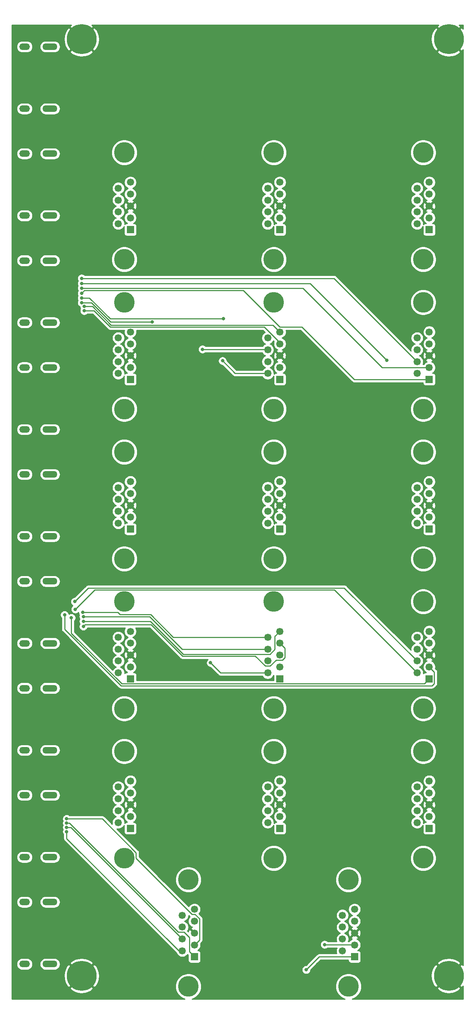
<source format=gbr>
G04 #@! TF.GenerationSoftware,KiCad,Pcbnew,(5.1.9)-1*
G04 #@! TF.CreationDate,2022-02-09T13:04:00-07:00*
G04 #@! TF.ProjectId,HDMI_to_DB9,48444d49-5f74-46f5-9f44-42392e6b6963,rev?*
G04 #@! TF.SameCoordinates,Original*
G04 #@! TF.FileFunction,Copper,L2,Bot*
G04 #@! TF.FilePolarity,Positive*
%FSLAX46Y46*%
G04 Gerber Fmt 4.6, Leading zero omitted, Abs format (unit mm)*
G04 Created by KiCad (PCBNEW (5.1.9)-1) date 2022-02-09 13:04:00*
%MOMM*%
%LPD*%
G01*
G04 APERTURE LIST*
G04 #@! TA.AperFunction,ComponentPad*
%ADD10C,1.690000*%
G04 #@! TD*
G04 #@! TA.AperFunction,ComponentPad*
%ADD11R,1.690000X1.690000*%
G04 #@! TD*
G04 #@! TA.AperFunction,ComponentPad*
%ADD12C,4.826000*%
G04 #@! TD*
G04 #@! TA.AperFunction,ComponentPad*
%ADD13O,3.500000X1.500000*%
G04 #@! TD*
G04 #@! TA.AperFunction,ComponentPad*
%ADD14O,2.500000X1.500000*%
G04 #@! TD*
G04 #@! TA.AperFunction,ComponentPad*
%ADD15C,7.000000*%
G04 #@! TD*
G04 #@! TA.AperFunction,ViaPad*
%ADD16C,0.800000*%
G04 #@! TD*
G04 #@! TA.AperFunction,Conductor*
%ADD17C,0.250000*%
G04 #@! TD*
G04 #@! TA.AperFunction,Conductor*
%ADD18C,0.254000*%
G04 #@! TD*
G04 #@! TA.AperFunction,Conductor*
%ADD19C,0.100000*%
G04 #@! TD*
G04 APERTURE END LIST*
D10*
X36420000Y-194460000D03*
X33580000Y-195845000D03*
X36420000Y-197230000D03*
X33580000Y-198615000D03*
X36420000Y-200000000D03*
X33580000Y-201385000D03*
X36420000Y-202770000D03*
X33580000Y-204155000D03*
D11*
X36420000Y-205540000D03*
D12*
X35000000Y-212495000D03*
X35000000Y-187505000D03*
D10*
X56420000Y-164460000D03*
X53580000Y-165845000D03*
X56420000Y-167230000D03*
X53580000Y-168615000D03*
X56420000Y-170000000D03*
X53580000Y-171385000D03*
X56420000Y-172770000D03*
X53580000Y-174155000D03*
D11*
X56420000Y-175540000D03*
D12*
X55000000Y-182495000D03*
X55000000Y-157505000D03*
D13*
X2600000Y-192750000D03*
X2600000Y-207250000D03*
D14*
X-3360000Y-192750000D03*
X-3360000Y-207250000D03*
D13*
X2600000Y-167750000D03*
X2600000Y-182250000D03*
D14*
X-3360000Y-167750000D03*
X-3360000Y-182250000D03*
D13*
X2600000Y-142750000D03*
X2600000Y-157250000D03*
D14*
X-3360000Y-142750000D03*
X-3360000Y-157250000D03*
D13*
X2600000Y-117750000D03*
X2600000Y-132250000D03*
D14*
X-3360000Y-117750000D03*
X-3360000Y-132250000D03*
D13*
X2600000Y-92750000D03*
X2600000Y-107250000D03*
D14*
X-3360000Y-92750000D03*
X-3360000Y-107250000D03*
D13*
X2600000Y-67750000D03*
X2600000Y-82250000D03*
D14*
X-3360000Y-67750000D03*
X-3360000Y-82250000D03*
D13*
X2600000Y-42750000D03*
X2600000Y-57250000D03*
D14*
X-3360000Y-42750000D03*
X-3360000Y-57250000D03*
D13*
X2600000Y-17750000D03*
X2600000Y-32250000D03*
D14*
X-3360000Y-17750000D03*
X-3360000Y-32250000D03*
D13*
X2600000Y7250000D03*
X2600000Y-7250000D03*
D14*
X-3360000Y7250000D03*
X-3360000Y-7250000D03*
D10*
X73920000Y-194460000D03*
X71080000Y-195845000D03*
X73920000Y-197230000D03*
X71080000Y-198615000D03*
X73920000Y-200000000D03*
X71080000Y-201385000D03*
X73920000Y-202770000D03*
X71080000Y-204155000D03*
D11*
X73920000Y-205540000D03*
D12*
X72500000Y-212495000D03*
X72500000Y-187505000D03*
D10*
X91420000Y-164460000D03*
X88580000Y-165845000D03*
X91420000Y-167230000D03*
X88580000Y-168615000D03*
X91420000Y-170000000D03*
X88580000Y-171385000D03*
X91420000Y-172770000D03*
X88580000Y-174155000D03*
D11*
X91420000Y-175540000D03*
D12*
X90000000Y-182495000D03*
X90000000Y-157505000D03*
D10*
X21420000Y-164460000D03*
X18580000Y-165845000D03*
X21420000Y-167230000D03*
X18580000Y-168615000D03*
X21420000Y-170000000D03*
X18580000Y-171385000D03*
X21420000Y-172770000D03*
X18580000Y-174155000D03*
D11*
X21420000Y-175540000D03*
D12*
X20000000Y-182495000D03*
X20000000Y-157505000D03*
D10*
X91420000Y-129460000D03*
X88580000Y-130845000D03*
X91420000Y-132230000D03*
X88580000Y-133615000D03*
X91420000Y-135000000D03*
X88580000Y-136385000D03*
X91420000Y-137770000D03*
X88580000Y-139155000D03*
D11*
X91420000Y-140540000D03*
D12*
X90000000Y-147495000D03*
X90000000Y-122505000D03*
D10*
X56420000Y-129460000D03*
X53580000Y-130845000D03*
X56420000Y-132230000D03*
X53580000Y-133615000D03*
X56420000Y-135000000D03*
X53580000Y-136385000D03*
X56420000Y-137770000D03*
X53580000Y-139155000D03*
D11*
X56420000Y-140540000D03*
D12*
X55000000Y-147495000D03*
X55000000Y-122505000D03*
D10*
X21420000Y-129460000D03*
X18580000Y-130845000D03*
X21420000Y-132230000D03*
X18580000Y-133615000D03*
X21420000Y-135000000D03*
X18580000Y-136385000D03*
X21420000Y-137770000D03*
X18580000Y-139155000D03*
D11*
X21420000Y-140540000D03*
D12*
X20000000Y-147495000D03*
X20000000Y-122505000D03*
D10*
X91420000Y-94460000D03*
X88580000Y-95845000D03*
X91420000Y-97230000D03*
X88580000Y-98615000D03*
X91420000Y-100000000D03*
X88580000Y-101385000D03*
X91420000Y-102770000D03*
X88580000Y-104155000D03*
D11*
X91420000Y-105540000D03*
D12*
X90000000Y-112495000D03*
X90000000Y-87505000D03*
D10*
X56420000Y-94460000D03*
X53580000Y-95845000D03*
X56420000Y-97230000D03*
X53580000Y-98615000D03*
X56420000Y-100000000D03*
X53580000Y-101385000D03*
X56420000Y-102770000D03*
X53580000Y-104155000D03*
D11*
X56420000Y-105540000D03*
D12*
X55000000Y-112495000D03*
X55000000Y-87505000D03*
D10*
X21420000Y-94460000D03*
X18580000Y-95845000D03*
X21420000Y-97230000D03*
X18580000Y-98615000D03*
X21420000Y-100000000D03*
X18580000Y-101385000D03*
X21420000Y-102770000D03*
X18580000Y-104155000D03*
D11*
X21420000Y-105540000D03*
D12*
X20000000Y-112495000D03*
X20000000Y-87505000D03*
D10*
X91420000Y-59460000D03*
X88580000Y-60845000D03*
X91420000Y-62230000D03*
X88580000Y-63615000D03*
X91420000Y-65000000D03*
X88580000Y-66385000D03*
X91420000Y-67770000D03*
X88580000Y-69155000D03*
D11*
X91420000Y-70540000D03*
D12*
X90000000Y-77495000D03*
X90000000Y-52505000D03*
D10*
X56420000Y-59460000D03*
X53580000Y-60845000D03*
X56420000Y-62230000D03*
X53580000Y-63615000D03*
X56420000Y-65000000D03*
X53580000Y-66385000D03*
X56420000Y-67770000D03*
X53580000Y-69155000D03*
D11*
X56420000Y-70540000D03*
D12*
X55000000Y-77495000D03*
X55000000Y-52505000D03*
D10*
X21420000Y-59460000D03*
X18580000Y-60845000D03*
X21420000Y-62230000D03*
X18580000Y-63615000D03*
X21420000Y-65000000D03*
X18580000Y-66385000D03*
X21420000Y-67770000D03*
X18580000Y-69155000D03*
D11*
X21420000Y-70540000D03*
D12*
X20000000Y-77495000D03*
X20000000Y-52505000D03*
D10*
X91420000Y-24460000D03*
X88580000Y-25845000D03*
X91420000Y-27230000D03*
X88580000Y-28615000D03*
X91420000Y-30000000D03*
X88580000Y-31385000D03*
X91420000Y-32770000D03*
X88580000Y-34155000D03*
D11*
X91420000Y-35540000D03*
D12*
X90000000Y-42495000D03*
X90000000Y-17505000D03*
D10*
X56420000Y-24460000D03*
X53580000Y-25845000D03*
X56420000Y-27230000D03*
X53580000Y-28615000D03*
X56420000Y-30000000D03*
X53580000Y-31385000D03*
X56420000Y-32770000D03*
X53580000Y-34155000D03*
D11*
X56420000Y-35540000D03*
D12*
X55000000Y-42495000D03*
X55000000Y-17505000D03*
D10*
X21420000Y-24460000D03*
X18580000Y-25845000D03*
X21420000Y-27230000D03*
X18580000Y-28615000D03*
X21420000Y-30000000D03*
X18580000Y-31385000D03*
X21420000Y-32770000D03*
X18580000Y-34155000D03*
D11*
X21420000Y-35540000D03*
D12*
X20000000Y-42495000D03*
X20000000Y-17505000D03*
D15*
X96000000Y-210000000D03*
X10000000Y-210000000D03*
X10000000Y9000000D03*
X96000000Y9000000D03*
D16*
X10600000Y-54500000D03*
X10600000Y-53500000D03*
X43000000Y-66200000D03*
X10000000Y-52600000D03*
X26500000Y-57100000D03*
X38300000Y-63500000D03*
X10000000Y-51500000D03*
X43174999Y-56374999D03*
X10000000Y-50400000D03*
X10000000Y-49200000D03*
X10000000Y-48100000D03*
X81500000Y-66100000D03*
X10000000Y-46900000D03*
X10400000Y-128300000D03*
X10400000Y-127100000D03*
X40200000Y-136800000D03*
X10400000Y-126000000D03*
X10300000Y-125000000D03*
X7600000Y-126275000D03*
X6000000Y-125600000D03*
X8500000Y-124300000D03*
X8400000Y-122500000D03*
X6500000Y-174274994D03*
X6500000Y-173274991D03*
X6500000Y-176275000D03*
X6500000Y-175274997D03*
X66900000Y-202700000D03*
X62600000Y-208581989D03*
D17*
X10600000Y-54500000D02*
X12900000Y-54500000D01*
X56420000Y-61953398D02*
X56420000Y-62230000D01*
X52756601Y-58289999D02*
X56420000Y-61953398D01*
X16689999Y-58289999D02*
X52756601Y-58289999D01*
X12900000Y-54500000D02*
X16689999Y-58289999D01*
X54799989Y-57839989D02*
X56420000Y-59460000D01*
X16876399Y-57839989D02*
X54799989Y-57839989D01*
X12536410Y-53500000D02*
X16876399Y-57839989D01*
X10600000Y-53500000D02*
X12536410Y-53500000D01*
X43000000Y-66200000D02*
X45900000Y-69100000D01*
X53525000Y-69100000D02*
X53580000Y-69155000D01*
X45900000Y-69100000D02*
X53525000Y-69100000D01*
X10000000Y-52600000D02*
X12272820Y-52600000D01*
X12272820Y-52600000D02*
X16772820Y-57100000D01*
X16772820Y-57100000D02*
X26500000Y-57100000D01*
X53465000Y-63500000D02*
X53580000Y-63615000D01*
X38300000Y-63500000D02*
X53465000Y-63500000D01*
X10000000Y-51500000D02*
X11809230Y-51500000D01*
X16684229Y-56374999D02*
X43174999Y-56374999D01*
X11809230Y-51500000D02*
X16684229Y-56374999D01*
X56389999Y-58289999D02*
X61589999Y-58289999D01*
X47866999Y-49766999D02*
X56389999Y-58289999D01*
X10633001Y-49766999D02*
X47866999Y-49766999D01*
X10000000Y-50400000D02*
X10633001Y-49766999D01*
X73840000Y-70540000D02*
X91420000Y-70540000D01*
X61589999Y-58289999D02*
X73840000Y-70540000D01*
X10000000Y-49200000D02*
X61800000Y-49200000D01*
X80370000Y-67770000D02*
X91420000Y-67770000D01*
X61800000Y-49200000D02*
X80370000Y-67770000D01*
X10000000Y-48100000D02*
X63500000Y-48100000D01*
X63500000Y-48100000D02*
X81500000Y-66100000D01*
X69095000Y-46900000D02*
X88580000Y-66385000D01*
X10000000Y-46900000D02*
X69095000Y-46900000D01*
X57590001Y-133400001D02*
X56420000Y-132230000D01*
X57590001Y-135561601D02*
X57590001Y-133400001D01*
X56981601Y-136170001D02*
X57590001Y-135561601D01*
X55529999Y-136170001D02*
X56981601Y-136170001D01*
X54144999Y-137555001D02*
X55529999Y-136170001D01*
X33598601Y-135235011D02*
X50698409Y-135235011D01*
X50698409Y-135235011D02*
X53018399Y-137555001D01*
X26263591Y-127900001D02*
X33598601Y-135235011D01*
X53018399Y-137555001D02*
X54144999Y-137555001D01*
X10799999Y-127900001D02*
X26263591Y-127900001D01*
X10400000Y-128300000D02*
X10799999Y-127900001D01*
X54141601Y-134785001D02*
X33785001Y-134785001D01*
X55249999Y-133676603D02*
X54141601Y-134785001D01*
X55249999Y-130630001D02*
X55249999Y-133676603D01*
X56420000Y-129460000D02*
X55249999Y-130630001D01*
X26100000Y-127100000D02*
X10400000Y-127100000D01*
X33785001Y-134785001D02*
X26100000Y-127100000D01*
X42555000Y-139155000D02*
X40200000Y-136800000D01*
X53580000Y-139155000D02*
X42555000Y-139155000D01*
X10400000Y-126000000D02*
X25900000Y-126000000D01*
X33515000Y-133615000D02*
X53580000Y-133615000D01*
X25900000Y-126000000D02*
X33515000Y-133615000D01*
X18992748Y-125549990D02*
X26149990Y-125549990D01*
X18442758Y-125000000D02*
X18992748Y-125549990D01*
X10300000Y-125000000D02*
X18442758Y-125000000D01*
X31445000Y-130845000D02*
X53580000Y-130845000D01*
X26149990Y-125549990D02*
X31445000Y-130845000D01*
X90249999Y-141710001D02*
X91420000Y-140540000D01*
X19403399Y-141710001D02*
X90249999Y-141710001D01*
X7600000Y-129906602D02*
X19403399Y-141710001D01*
X7600000Y-126275000D02*
X7600000Y-129906602D01*
X19216998Y-142160010D02*
X6000000Y-128943012D01*
X92074991Y-142160011D02*
X19216998Y-142160010D01*
X92590001Y-141645001D02*
X92074991Y-142160011D01*
X92590001Y-138940001D02*
X92590001Y-141645001D01*
X91420000Y-137770000D02*
X92590001Y-138940001D01*
X6000000Y-128943012D02*
X6000000Y-125600000D01*
X69191999Y-119766999D02*
X88580000Y-139155000D01*
X13033001Y-119766999D02*
X69191999Y-119766999D01*
X8500000Y-124300000D02*
X13033001Y-119766999D01*
X71511989Y-119316989D02*
X11583011Y-119316989D01*
X88580000Y-136385000D02*
X71511989Y-119316989D01*
X11583011Y-119316989D02*
X8400000Y-122500000D01*
X7106404Y-174274994D02*
X6500000Y-174274994D01*
X32616411Y-199785001D02*
X7106404Y-174274994D01*
X33985001Y-199785001D02*
X32616411Y-199785001D01*
X35249999Y-201049999D02*
X33985001Y-199785001D01*
X35249999Y-204369999D02*
X35249999Y-201049999D01*
X36420000Y-205540000D02*
X35249999Y-204369999D01*
X14832233Y-173274991D02*
X6500000Y-173274991D01*
X22738001Y-181180759D02*
X14832233Y-173274991D01*
X35858399Y-195630001D02*
X22738001Y-182509603D01*
X36551603Y-195630001D02*
X35858399Y-195630001D01*
X37590001Y-196668399D02*
X36551603Y-195630001D01*
X37590001Y-201599999D02*
X37590001Y-196668399D01*
X22738001Y-182509603D02*
X22738001Y-181180759D01*
X36420000Y-202770000D02*
X37590001Y-201599999D01*
X32759998Y-204155000D02*
X33580000Y-204155000D01*
X6500000Y-177895002D02*
X32759998Y-204155000D01*
X6500000Y-176275000D02*
X6500000Y-177895002D01*
X7469997Y-175274997D02*
X6500000Y-175274997D01*
X33580000Y-201385000D02*
X7469997Y-175274997D01*
X73850000Y-202700000D02*
X73920000Y-202770000D01*
X66900000Y-202700000D02*
X73850000Y-202700000D01*
X65641989Y-205540000D02*
X73920000Y-205540000D01*
X62600000Y-208581989D02*
X65641989Y-205540000D01*
D18*
X7265450Y11914155D02*
X10000000Y9179605D01*
X12734550Y11914155D01*
X12410348Y12340000D01*
X93589652Y12340000D01*
X93265450Y11914155D01*
X96000000Y9179605D01*
X98734550Y11914155D01*
X98410348Y12340000D01*
X99340001Y12340000D01*
X99340001Y11410347D01*
X98914155Y11734550D01*
X96179605Y9000000D01*
X98914155Y6265450D01*
X99340001Y6589653D01*
X99340000Y-207589652D01*
X98914155Y-207265450D01*
X96179605Y-210000000D01*
X98914155Y-212734550D01*
X99340001Y-212410348D01*
X99340000Y-215440000D01*
X73318018Y-215440000D01*
X73389069Y-215425867D01*
X73943769Y-215196103D01*
X74442987Y-214862536D01*
X74867536Y-214437987D01*
X75201103Y-213938769D01*
X75430867Y-213384069D01*
X75524338Y-212914155D01*
X93265450Y-212914155D01*
X93661634Y-213434550D01*
X94376612Y-213824748D01*
X95153976Y-214067964D01*
X95963853Y-214154851D01*
X96775118Y-214082069D01*
X97556597Y-213852415D01*
X98278256Y-213474715D01*
X98338366Y-213434550D01*
X98734550Y-212914155D01*
X96000000Y-210179605D01*
X93265450Y-212914155D01*
X75524338Y-212914155D01*
X75548000Y-212795202D01*
X75548000Y-212194798D01*
X75430867Y-211605931D01*
X75201103Y-211051231D01*
X74867536Y-210552013D01*
X74442987Y-210127464D01*
X74198126Y-209963853D01*
X91845149Y-209963853D01*
X91917931Y-210775118D01*
X92147585Y-211556597D01*
X92525285Y-212278256D01*
X92565450Y-212338366D01*
X93085845Y-212734550D01*
X95820395Y-210000000D01*
X93085845Y-207265450D01*
X92565450Y-207661634D01*
X92175252Y-208376612D01*
X91932036Y-209153976D01*
X91845149Y-209963853D01*
X74198126Y-209963853D01*
X73943769Y-209793897D01*
X73389069Y-209564133D01*
X72800202Y-209447000D01*
X72199798Y-209447000D01*
X71610931Y-209564133D01*
X71056231Y-209793897D01*
X70557013Y-210127464D01*
X70132464Y-210552013D01*
X69798897Y-211051231D01*
X69569133Y-211605931D01*
X69452000Y-212194798D01*
X69452000Y-212795202D01*
X69569133Y-213384069D01*
X69798897Y-213938769D01*
X70132464Y-214437987D01*
X70557013Y-214862536D01*
X71056231Y-215196103D01*
X71610931Y-215425867D01*
X71681982Y-215440000D01*
X35818018Y-215440000D01*
X35889069Y-215425867D01*
X36443769Y-215196103D01*
X36942987Y-214862536D01*
X37367536Y-214437987D01*
X37701103Y-213938769D01*
X37930867Y-213384069D01*
X38048000Y-212795202D01*
X38048000Y-212194798D01*
X37930867Y-211605931D01*
X37701103Y-211051231D01*
X37367536Y-210552013D01*
X36942987Y-210127464D01*
X36443769Y-209793897D01*
X35889069Y-209564133D01*
X35300202Y-209447000D01*
X34699798Y-209447000D01*
X34110931Y-209564133D01*
X33556231Y-209793897D01*
X33057013Y-210127464D01*
X32632464Y-210552013D01*
X32298897Y-211051231D01*
X32069133Y-211605931D01*
X31952000Y-212194798D01*
X31952000Y-212795202D01*
X32069133Y-213384069D01*
X32298897Y-213938769D01*
X32632464Y-214437987D01*
X33057013Y-214862536D01*
X33556231Y-215196103D01*
X34110931Y-215425867D01*
X34181982Y-215440000D01*
X-6340000Y-215440000D01*
X-6340000Y-212914155D01*
X7265450Y-212914155D01*
X7661634Y-213434550D01*
X8376612Y-213824748D01*
X9153976Y-214067964D01*
X9963853Y-214154851D01*
X10775118Y-214082069D01*
X11556597Y-213852415D01*
X12278256Y-213474715D01*
X12338366Y-213434550D01*
X12734550Y-212914155D01*
X10000000Y-210179605D01*
X7265450Y-212914155D01*
X-6340000Y-212914155D01*
X-6340000Y-209963853D01*
X5845149Y-209963853D01*
X5917931Y-210775118D01*
X6147585Y-211556597D01*
X6525285Y-212278256D01*
X6565450Y-212338366D01*
X7085845Y-212734550D01*
X9820395Y-210000000D01*
X10179605Y-210000000D01*
X12914155Y-212734550D01*
X13434550Y-212338366D01*
X13824748Y-211623388D01*
X14067964Y-210846024D01*
X14154851Y-210036147D01*
X14082069Y-209224882D01*
X13863185Y-208480050D01*
X61565000Y-208480050D01*
X61565000Y-208683928D01*
X61604774Y-208883887D01*
X61682795Y-209072245D01*
X61796063Y-209241763D01*
X61940226Y-209385926D01*
X62109744Y-209499194D01*
X62298102Y-209577215D01*
X62498061Y-209616989D01*
X62701939Y-209616989D01*
X62901898Y-209577215D01*
X63090256Y-209499194D01*
X63259774Y-209385926D01*
X63403937Y-209241763D01*
X63517205Y-209072245D01*
X63595226Y-208883887D01*
X63635000Y-208683928D01*
X63635000Y-208621790D01*
X65170945Y-207085845D01*
X93265450Y-207085845D01*
X96000000Y-209820395D01*
X98734550Y-207085845D01*
X98338366Y-206565450D01*
X97623388Y-206175252D01*
X96846024Y-205932036D01*
X96036147Y-205845149D01*
X95224882Y-205917931D01*
X94443403Y-206147585D01*
X93721744Y-206525285D01*
X93661634Y-206565450D01*
X93265450Y-207085845D01*
X65170945Y-207085845D01*
X65956791Y-206300000D01*
X72436928Y-206300000D01*
X72436928Y-206385000D01*
X72449188Y-206509482D01*
X72485498Y-206629180D01*
X72544463Y-206739494D01*
X72623815Y-206836185D01*
X72720506Y-206915537D01*
X72830820Y-206974502D01*
X72950518Y-207010812D01*
X73075000Y-207023072D01*
X74765000Y-207023072D01*
X74889482Y-207010812D01*
X75009180Y-206974502D01*
X75119494Y-206915537D01*
X75216185Y-206836185D01*
X75295537Y-206739494D01*
X75354502Y-206629180D01*
X75390812Y-206509482D01*
X75403072Y-206385000D01*
X75403072Y-204695000D01*
X75390812Y-204570518D01*
X75354502Y-204450820D01*
X75295537Y-204340506D01*
X75216185Y-204243815D01*
X75119494Y-204164463D01*
X75009180Y-204105498D01*
X74889482Y-204069188D01*
X74765000Y-204056928D01*
X74657906Y-204056928D01*
X74863445Y-203919591D01*
X75069591Y-203713445D01*
X75231559Y-203471043D01*
X75343124Y-203201700D01*
X75400000Y-202915767D01*
X75400000Y-202624233D01*
X75343124Y-202338300D01*
X75231559Y-202068957D01*
X75069591Y-201826555D01*
X74863445Y-201620409D01*
X74621043Y-201458441D01*
X74443188Y-201384771D01*
X74552002Y-201346187D01*
X74688192Y-201273392D01*
X74765223Y-201024828D01*
X73920000Y-200179605D01*
X73074777Y-201024828D01*
X73151808Y-201273392D01*
X73390799Y-201387262D01*
X73218957Y-201458441D01*
X72976555Y-201620409D01*
X72770409Y-201826555D01*
X72694607Y-201940000D01*
X72452052Y-201940000D01*
X72503124Y-201816700D01*
X72560000Y-201530767D01*
X72560000Y-201239233D01*
X72503124Y-200953300D01*
X72391559Y-200683957D01*
X72229591Y-200441555D01*
X72023445Y-200235409D01*
X71781043Y-200073441D01*
X71769670Y-200068730D01*
X72434429Y-200068730D01*
X72476382Y-200357230D01*
X72573813Y-200632002D01*
X72646608Y-200768192D01*
X72895172Y-200845223D01*
X73740395Y-200000000D01*
X74099605Y-200000000D01*
X74944828Y-200845223D01*
X75193392Y-200768192D01*
X75318791Y-200505005D01*
X75390435Y-200222411D01*
X75405571Y-199931270D01*
X75363618Y-199642770D01*
X75266187Y-199367998D01*
X75193392Y-199231808D01*
X74944828Y-199154777D01*
X74099605Y-200000000D01*
X73740395Y-200000000D01*
X72895172Y-199154777D01*
X72646608Y-199231808D01*
X72521209Y-199494995D01*
X72449565Y-199777589D01*
X72434429Y-200068730D01*
X71769670Y-200068730D01*
X71603740Y-200000000D01*
X71781043Y-199926559D01*
X72023445Y-199764591D01*
X72229591Y-199558445D01*
X72391559Y-199316043D01*
X72503124Y-199046700D01*
X72560000Y-198760767D01*
X72560000Y-198469233D01*
X72503124Y-198183300D01*
X72391559Y-197913957D01*
X72229591Y-197671555D01*
X72023445Y-197465409D01*
X71781043Y-197303441D01*
X71603740Y-197230000D01*
X71781043Y-197156559D01*
X72023445Y-196994591D01*
X72229591Y-196788445D01*
X72391559Y-196546043D01*
X72503124Y-196276700D01*
X72560000Y-195990767D01*
X72560000Y-195699233D01*
X72503124Y-195413300D01*
X72391559Y-195143957D01*
X72229591Y-194901555D01*
X72023445Y-194695409D01*
X71781043Y-194533441D01*
X71511700Y-194421876D01*
X71225767Y-194365000D01*
X70934233Y-194365000D01*
X70648300Y-194421876D01*
X70378957Y-194533441D01*
X70136555Y-194695409D01*
X69930409Y-194901555D01*
X69768441Y-195143957D01*
X69656876Y-195413300D01*
X69600000Y-195699233D01*
X69600000Y-195990767D01*
X69656876Y-196276700D01*
X69768441Y-196546043D01*
X69930409Y-196788445D01*
X70136555Y-196994591D01*
X70378957Y-197156559D01*
X70556260Y-197230000D01*
X70378957Y-197303441D01*
X70136555Y-197465409D01*
X69930409Y-197671555D01*
X69768441Y-197913957D01*
X69656876Y-198183300D01*
X69600000Y-198469233D01*
X69600000Y-198760767D01*
X69656876Y-199046700D01*
X69768441Y-199316043D01*
X69930409Y-199558445D01*
X70136555Y-199764591D01*
X70378957Y-199926559D01*
X70556260Y-200000000D01*
X70378957Y-200073441D01*
X70136555Y-200235409D01*
X69930409Y-200441555D01*
X69768441Y-200683957D01*
X69656876Y-200953300D01*
X69600000Y-201239233D01*
X69600000Y-201530767D01*
X69656876Y-201816700D01*
X69707948Y-201940000D01*
X67603711Y-201940000D01*
X67559774Y-201896063D01*
X67390256Y-201782795D01*
X67201898Y-201704774D01*
X67001939Y-201665000D01*
X66798061Y-201665000D01*
X66598102Y-201704774D01*
X66409744Y-201782795D01*
X66240226Y-201896063D01*
X66096063Y-202040226D01*
X65982795Y-202209744D01*
X65904774Y-202398102D01*
X65865000Y-202598061D01*
X65865000Y-202801939D01*
X65904774Y-203001898D01*
X65982795Y-203190256D01*
X66096063Y-203359774D01*
X66240226Y-203503937D01*
X66409744Y-203617205D01*
X66598102Y-203695226D01*
X66798061Y-203735000D01*
X67001939Y-203735000D01*
X67201898Y-203695226D01*
X67390256Y-203617205D01*
X67559774Y-203503937D01*
X67603711Y-203460000D01*
X69765938Y-203460000D01*
X69656876Y-203723300D01*
X69600000Y-204009233D01*
X69600000Y-204300767D01*
X69656876Y-204586700D01*
X69736943Y-204780000D01*
X65679311Y-204780000D01*
X65641988Y-204776324D01*
X65604665Y-204780000D01*
X65604656Y-204780000D01*
X65493003Y-204790997D01*
X65349742Y-204834454D01*
X65217712Y-204905026D01*
X65201080Y-204918676D01*
X65101988Y-204999999D01*
X65078190Y-205028997D01*
X62560199Y-207546989D01*
X62498061Y-207546989D01*
X62298102Y-207586763D01*
X62109744Y-207664784D01*
X61940226Y-207778052D01*
X61796063Y-207922215D01*
X61682795Y-208091733D01*
X61604774Y-208280091D01*
X61565000Y-208480050D01*
X13863185Y-208480050D01*
X13852415Y-208443403D01*
X13474715Y-207721744D01*
X13434550Y-207661634D01*
X12914155Y-207265450D01*
X10179605Y-210000000D01*
X9820395Y-210000000D01*
X7085845Y-207265450D01*
X6565450Y-207661634D01*
X6175252Y-208376612D01*
X5932036Y-209153976D01*
X5845149Y-209963853D01*
X-6340000Y-209963853D01*
X-6340000Y-207250000D01*
X-5251701Y-207250000D01*
X-5224960Y-207521507D01*
X-5145764Y-207782581D01*
X-5017157Y-208023188D01*
X-4844081Y-208234081D01*
X-4633188Y-208407157D01*
X-4392581Y-208535764D01*
X-4131507Y-208614960D01*
X-3928037Y-208635000D01*
X-2791963Y-208635000D01*
X-2588493Y-208614960D01*
X-2327419Y-208535764D01*
X-2086812Y-208407157D01*
X-1875919Y-208234081D01*
X-1702843Y-208023188D01*
X-1574236Y-207782581D01*
X-1495040Y-207521507D01*
X-1468299Y-207250000D01*
X208299Y-207250000D01*
X235040Y-207521507D01*
X314236Y-207782581D01*
X442843Y-208023188D01*
X615919Y-208234081D01*
X826812Y-208407157D01*
X1067419Y-208535764D01*
X1328493Y-208614960D01*
X1531963Y-208635000D01*
X3668037Y-208635000D01*
X3871507Y-208614960D01*
X4132581Y-208535764D01*
X4373188Y-208407157D01*
X4584081Y-208234081D01*
X4757157Y-208023188D01*
X4885764Y-207782581D01*
X4964960Y-207521507D01*
X4991701Y-207250000D01*
X4975534Y-207085845D01*
X7265450Y-207085845D01*
X10000000Y-209820395D01*
X12734550Y-207085845D01*
X12338366Y-206565450D01*
X11623388Y-206175252D01*
X10846024Y-205932036D01*
X10036147Y-205845149D01*
X9224882Y-205917931D01*
X8443403Y-206147585D01*
X7721744Y-206525285D01*
X7661634Y-206565450D01*
X7265450Y-207085845D01*
X4975534Y-207085845D01*
X4964960Y-206978493D01*
X4885764Y-206717419D01*
X4757157Y-206476812D01*
X4584081Y-206265919D01*
X4373188Y-206092843D01*
X4132581Y-205964236D01*
X3871507Y-205885040D01*
X3668037Y-205865000D01*
X1531963Y-205865000D01*
X1328493Y-205885040D01*
X1067419Y-205964236D01*
X826812Y-206092843D01*
X615919Y-206265919D01*
X442843Y-206476812D01*
X314236Y-206717419D01*
X235040Y-206978493D01*
X208299Y-207250000D01*
X-1468299Y-207250000D01*
X-1495040Y-206978493D01*
X-1574236Y-206717419D01*
X-1702843Y-206476812D01*
X-1875919Y-206265919D01*
X-2086812Y-206092843D01*
X-2327419Y-205964236D01*
X-2588493Y-205885040D01*
X-2791963Y-205865000D01*
X-3928037Y-205865000D01*
X-4131507Y-205885040D01*
X-4392581Y-205964236D01*
X-4633188Y-206092843D01*
X-4844081Y-206265919D01*
X-5017157Y-206476812D01*
X-5145764Y-206717419D01*
X-5224960Y-206978493D01*
X-5251701Y-207250000D01*
X-6340000Y-207250000D01*
X-6340000Y-192750000D01*
X-5251701Y-192750000D01*
X-5224960Y-193021507D01*
X-5145764Y-193282581D01*
X-5017157Y-193523188D01*
X-4844081Y-193734081D01*
X-4633188Y-193907157D01*
X-4392581Y-194035764D01*
X-4131507Y-194114960D01*
X-3928037Y-194135000D01*
X-2791963Y-194135000D01*
X-2588493Y-194114960D01*
X-2327419Y-194035764D01*
X-2086812Y-193907157D01*
X-1875919Y-193734081D01*
X-1702843Y-193523188D01*
X-1574236Y-193282581D01*
X-1495040Y-193021507D01*
X-1468299Y-192750000D01*
X208299Y-192750000D01*
X235040Y-193021507D01*
X314236Y-193282581D01*
X442843Y-193523188D01*
X615919Y-193734081D01*
X826812Y-193907157D01*
X1067419Y-194035764D01*
X1328493Y-194114960D01*
X1531963Y-194135000D01*
X3668037Y-194135000D01*
X3871507Y-194114960D01*
X4132581Y-194035764D01*
X4373188Y-193907157D01*
X4584081Y-193734081D01*
X4757157Y-193523188D01*
X4885764Y-193282581D01*
X4964960Y-193021507D01*
X4991701Y-192750000D01*
X4964960Y-192478493D01*
X4885764Y-192217419D01*
X4757157Y-191976812D01*
X4584081Y-191765919D01*
X4373188Y-191592843D01*
X4132581Y-191464236D01*
X3871507Y-191385040D01*
X3668037Y-191365000D01*
X1531963Y-191365000D01*
X1328493Y-191385040D01*
X1067419Y-191464236D01*
X826812Y-191592843D01*
X615919Y-191765919D01*
X442843Y-191976812D01*
X314236Y-192217419D01*
X235040Y-192478493D01*
X208299Y-192750000D01*
X-1468299Y-192750000D01*
X-1495040Y-192478493D01*
X-1574236Y-192217419D01*
X-1702843Y-191976812D01*
X-1875919Y-191765919D01*
X-2086812Y-191592843D01*
X-2327419Y-191464236D01*
X-2588493Y-191385040D01*
X-2791963Y-191365000D01*
X-3928037Y-191365000D01*
X-4131507Y-191385040D01*
X-4392581Y-191464236D01*
X-4633188Y-191592843D01*
X-4844081Y-191765919D01*
X-5017157Y-191976812D01*
X-5145764Y-192217419D01*
X-5224960Y-192478493D01*
X-5251701Y-192750000D01*
X-6340000Y-192750000D01*
X-6340000Y-182250000D01*
X-5251701Y-182250000D01*
X-5224960Y-182521507D01*
X-5145764Y-182782581D01*
X-5017157Y-183023188D01*
X-4844081Y-183234081D01*
X-4633188Y-183407157D01*
X-4392581Y-183535764D01*
X-4131507Y-183614960D01*
X-3928037Y-183635000D01*
X-2791963Y-183635000D01*
X-2588493Y-183614960D01*
X-2327419Y-183535764D01*
X-2086812Y-183407157D01*
X-1875919Y-183234081D01*
X-1702843Y-183023188D01*
X-1574236Y-182782581D01*
X-1495040Y-182521507D01*
X-1468299Y-182250000D01*
X208299Y-182250000D01*
X235040Y-182521507D01*
X314236Y-182782581D01*
X442843Y-183023188D01*
X615919Y-183234081D01*
X826812Y-183407157D01*
X1067419Y-183535764D01*
X1328493Y-183614960D01*
X1531963Y-183635000D01*
X3668037Y-183635000D01*
X3871507Y-183614960D01*
X4132581Y-183535764D01*
X4373188Y-183407157D01*
X4584081Y-183234081D01*
X4757157Y-183023188D01*
X4885764Y-182782581D01*
X4964960Y-182521507D01*
X4991701Y-182250000D01*
X4964960Y-181978493D01*
X4885764Y-181717419D01*
X4757157Y-181476812D01*
X4584081Y-181265919D01*
X4373188Y-181092843D01*
X4132581Y-180964236D01*
X3871507Y-180885040D01*
X3668037Y-180865000D01*
X1531963Y-180865000D01*
X1328493Y-180885040D01*
X1067419Y-180964236D01*
X826812Y-181092843D01*
X615919Y-181265919D01*
X442843Y-181476812D01*
X314236Y-181717419D01*
X235040Y-181978493D01*
X208299Y-182250000D01*
X-1468299Y-182250000D01*
X-1495040Y-181978493D01*
X-1574236Y-181717419D01*
X-1702843Y-181476812D01*
X-1875919Y-181265919D01*
X-2086812Y-181092843D01*
X-2327419Y-180964236D01*
X-2588493Y-180885040D01*
X-2791963Y-180865000D01*
X-3928037Y-180865000D01*
X-4131507Y-180885040D01*
X-4392581Y-180964236D01*
X-4633188Y-181092843D01*
X-4844081Y-181265919D01*
X-5017157Y-181476812D01*
X-5145764Y-181717419D01*
X-5224960Y-181978493D01*
X-5251701Y-182250000D01*
X-6340000Y-182250000D01*
X-6340000Y-173173052D01*
X5465000Y-173173052D01*
X5465000Y-173376930D01*
X5504774Y-173576889D01*
X5582795Y-173765247D01*
X5589307Y-173774993D01*
X5582795Y-173784738D01*
X5504774Y-173973096D01*
X5465000Y-174173055D01*
X5465000Y-174376933D01*
X5504774Y-174576892D01*
X5582795Y-174765250D01*
X5589307Y-174774996D01*
X5582795Y-174784741D01*
X5504774Y-174973099D01*
X5465000Y-175173058D01*
X5465000Y-175376936D01*
X5504774Y-175576895D01*
X5582795Y-175765253D01*
X5589307Y-175774998D01*
X5582795Y-175784744D01*
X5504774Y-175973102D01*
X5465000Y-176173061D01*
X5465000Y-176376939D01*
X5504774Y-176576898D01*
X5582795Y-176765256D01*
X5696063Y-176934774D01*
X5740000Y-176978711D01*
X5740001Y-177857670D01*
X5736324Y-177895002D01*
X5750998Y-178043987D01*
X5794454Y-178187248D01*
X5865026Y-178319278D01*
X5936201Y-178406004D01*
X5960000Y-178435003D01*
X5988998Y-178458801D01*
X32185146Y-204654950D01*
X32268441Y-204856043D01*
X32430409Y-205098445D01*
X32636555Y-205304591D01*
X32878957Y-205466559D01*
X33148300Y-205578124D01*
X33434233Y-205635000D01*
X33725767Y-205635000D01*
X34011700Y-205578124D01*
X34281043Y-205466559D01*
X34523445Y-205304591D01*
X34729591Y-205098445D01*
X34799307Y-204994108D01*
X34936928Y-205131729D01*
X34936928Y-206385000D01*
X34949188Y-206509482D01*
X34985498Y-206629180D01*
X35044463Y-206739494D01*
X35123815Y-206836185D01*
X35220506Y-206915537D01*
X35330820Y-206974502D01*
X35450518Y-207010812D01*
X35575000Y-207023072D01*
X37265000Y-207023072D01*
X37389482Y-207010812D01*
X37509180Y-206974502D01*
X37619494Y-206915537D01*
X37716185Y-206836185D01*
X37795537Y-206739494D01*
X37854502Y-206629180D01*
X37890812Y-206509482D01*
X37903072Y-206385000D01*
X37903072Y-204695000D01*
X37890812Y-204570518D01*
X37854502Y-204450820D01*
X37795537Y-204340506D01*
X37716185Y-204243815D01*
X37619494Y-204164463D01*
X37509180Y-204105498D01*
X37389482Y-204069188D01*
X37265000Y-204056928D01*
X37157906Y-204056928D01*
X37363445Y-203919591D01*
X37569591Y-203713445D01*
X37731559Y-203471043D01*
X37843124Y-203201700D01*
X37900000Y-202915767D01*
X37900000Y-202624233D01*
X37856957Y-202407844D01*
X38101005Y-202163797D01*
X38130002Y-202140000D01*
X38224975Y-202024275D01*
X38295547Y-201892246D01*
X38339004Y-201748985D01*
X38350001Y-201637332D01*
X38350001Y-201637323D01*
X38353677Y-201600000D01*
X38350001Y-201562677D01*
X38350001Y-196705732D01*
X38353678Y-196668399D01*
X38339004Y-196519413D01*
X38295547Y-196376152D01*
X38224975Y-196244123D01*
X38183676Y-196193800D01*
X38130002Y-196128398D01*
X38101004Y-196104600D01*
X37484720Y-195488316D01*
X37569591Y-195403445D01*
X37731559Y-195161043D01*
X37843124Y-194891700D01*
X37900000Y-194605767D01*
X37900000Y-194314233D01*
X72440000Y-194314233D01*
X72440000Y-194605767D01*
X72496876Y-194891700D01*
X72608441Y-195161043D01*
X72770409Y-195403445D01*
X72976555Y-195609591D01*
X73218957Y-195771559D01*
X73396260Y-195845000D01*
X73218957Y-195918441D01*
X72976555Y-196080409D01*
X72770409Y-196286555D01*
X72608441Y-196528957D01*
X72496876Y-196798300D01*
X72440000Y-197084233D01*
X72440000Y-197375767D01*
X72496876Y-197661700D01*
X72608441Y-197931043D01*
X72770409Y-198173445D01*
X72976555Y-198379591D01*
X73218957Y-198541559D01*
X73396812Y-198615229D01*
X73287998Y-198653813D01*
X73151808Y-198726608D01*
X73074777Y-198975172D01*
X73920000Y-199820395D01*
X74765223Y-198975172D01*
X74688192Y-198726608D01*
X74449201Y-198612738D01*
X74621043Y-198541559D01*
X74863445Y-198379591D01*
X75069591Y-198173445D01*
X75231559Y-197931043D01*
X75343124Y-197661700D01*
X75400000Y-197375767D01*
X75400000Y-197084233D01*
X75343124Y-196798300D01*
X75231559Y-196528957D01*
X75069591Y-196286555D01*
X74863445Y-196080409D01*
X74621043Y-195918441D01*
X74443740Y-195845000D01*
X74621043Y-195771559D01*
X74863445Y-195609591D01*
X75069591Y-195403445D01*
X75231559Y-195161043D01*
X75343124Y-194891700D01*
X75400000Y-194605767D01*
X75400000Y-194314233D01*
X75343124Y-194028300D01*
X75231559Y-193758957D01*
X75069591Y-193516555D01*
X74863445Y-193310409D01*
X74621043Y-193148441D01*
X74351700Y-193036876D01*
X74065767Y-192980000D01*
X73774233Y-192980000D01*
X73488300Y-193036876D01*
X73218957Y-193148441D01*
X72976555Y-193310409D01*
X72770409Y-193516555D01*
X72608441Y-193758957D01*
X72496876Y-194028300D01*
X72440000Y-194314233D01*
X37900000Y-194314233D01*
X37843124Y-194028300D01*
X37731559Y-193758957D01*
X37569591Y-193516555D01*
X37363445Y-193310409D01*
X37121043Y-193148441D01*
X36851700Y-193036876D01*
X36565767Y-192980000D01*
X36274233Y-192980000D01*
X35988300Y-193036876D01*
X35718957Y-193148441D01*
X35476555Y-193310409D01*
X35270409Y-193516555D01*
X35108441Y-193758957D01*
X35094885Y-193791685D01*
X28507998Y-187204798D01*
X31952000Y-187204798D01*
X31952000Y-187805202D01*
X32069133Y-188394069D01*
X32298897Y-188948769D01*
X32632464Y-189447987D01*
X33057013Y-189872536D01*
X33556231Y-190206103D01*
X34110931Y-190435867D01*
X34699798Y-190553000D01*
X35300202Y-190553000D01*
X35889069Y-190435867D01*
X36443769Y-190206103D01*
X36942987Y-189872536D01*
X37367536Y-189447987D01*
X37701103Y-188948769D01*
X37930867Y-188394069D01*
X38048000Y-187805202D01*
X38048000Y-187204798D01*
X69452000Y-187204798D01*
X69452000Y-187805202D01*
X69569133Y-188394069D01*
X69798897Y-188948769D01*
X70132464Y-189447987D01*
X70557013Y-189872536D01*
X71056231Y-190206103D01*
X71610931Y-190435867D01*
X72199798Y-190553000D01*
X72800202Y-190553000D01*
X73389069Y-190435867D01*
X73943769Y-190206103D01*
X74442987Y-189872536D01*
X74867536Y-189447987D01*
X75201103Y-188948769D01*
X75430867Y-188394069D01*
X75548000Y-187805202D01*
X75548000Y-187204798D01*
X75430867Y-186615931D01*
X75201103Y-186061231D01*
X74867536Y-185562013D01*
X74442987Y-185137464D01*
X73943769Y-184803897D01*
X73389069Y-184574133D01*
X72800202Y-184457000D01*
X72199798Y-184457000D01*
X71610931Y-184574133D01*
X71056231Y-184803897D01*
X70557013Y-185137464D01*
X70132464Y-185562013D01*
X69798897Y-186061231D01*
X69569133Y-186615931D01*
X69452000Y-187204798D01*
X38048000Y-187204798D01*
X37930867Y-186615931D01*
X37701103Y-186061231D01*
X37367536Y-185562013D01*
X36942987Y-185137464D01*
X36443769Y-184803897D01*
X35889069Y-184574133D01*
X35300202Y-184457000D01*
X34699798Y-184457000D01*
X34110931Y-184574133D01*
X33556231Y-184803897D01*
X33057013Y-185137464D01*
X32632464Y-185562013D01*
X32298897Y-186061231D01*
X32069133Y-186615931D01*
X31952000Y-187204798D01*
X28507998Y-187204798D01*
X23498001Y-182194802D01*
X23498001Y-182194798D01*
X51952000Y-182194798D01*
X51952000Y-182795202D01*
X52069133Y-183384069D01*
X52298897Y-183938769D01*
X52632464Y-184437987D01*
X53057013Y-184862536D01*
X53556231Y-185196103D01*
X54110931Y-185425867D01*
X54699798Y-185543000D01*
X55300202Y-185543000D01*
X55889069Y-185425867D01*
X56443769Y-185196103D01*
X56942987Y-184862536D01*
X57367536Y-184437987D01*
X57701103Y-183938769D01*
X57930867Y-183384069D01*
X58048000Y-182795202D01*
X58048000Y-182194798D01*
X86952000Y-182194798D01*
X86952000Y-182795202D01*
X87069133Y-183384069D01*
X87298897Y-183938769D01*
X87632464Y-184437987D01*
X88057013Y-184862536D01*
X88556231Y-185196103D01*
X89110931Y-185425867D01*
X89699798Y-185543000D01*
X90300202Y-185543000D01*
X90889069Y-185425867D01*
X91443769Y-185196103D01*
X91942987Y-184862536D01*
X92367536Y-184437987D01*
X92701103Y-183938769D01*
X92930867Y-183384069D01*
X93048000Y-182795202D01*
X93048000Y-182194798D01*
X92930867Y-181605931D01*
X92701103Y-181051231D01*
X92367536Y-180552013D01*
X91942987Y-180127464D01*
X91443769Y-179793897D01*
X90889069Y-179564133D01*
X90300202Y-179447000D01*
X89699798Y-179447000D01*
X89110931Y-179564133D01*
X88556231Y-179793897D01*
X88057013Y-180127464D01*
X87632464Y-180552013D01*
X87298897Y-181051231D01*
X87069133Y-181605931D01*
X86952000Y-182194798D01*
X58048000Y-182194798D01*
X57930867Y-181605931D01*
X57701103Y-181051231D01*
X57367536Y-180552013D01*
X56942987Y-180127464D01*
X56443769Y-179793897D01*
X55889069Y-179564133D01*
X55300202Y-179447000D01*
X54699798Y-179447000D01*
X54110931Y-179564133D01*
X53556231Y-179793897D01*
X53057013Y-180127464D01*
X52632464Y-180552013D01*
X52298897Y-181051231D01*
X52069133Y-181605931D01*
X51952000Y-182194798D01*
X23498001Y-182194798D01*
X23498001Y-181218081D01*
X23501677Y-181180758D01*
X23498001Y-181143435D01*
X23498001Y-181143426D01*
X23487004Y-181031773D01*
X23443547Y-180888512D01*
X23372975Y-180756483D01*
X23278002Y-180640758D01*
X23249004Y-180616960D01*
X18225529Y-175593486D01*
X18434233Y-175635000D01*
X18725767Y-175635000D01*
X19011700Y-175578124D01*
X19281043Y-175466559D01*
X19523445Y-175304591D01*
X19729591Y-175098445D01*
X19891559Y-174856043D01*
X19936928Y-174746512D01*
X19936928Y-176385000D01*
X19949188Y-176509482D01*
X19985498Y-176629180D01*
X20044463Y-176739494D01*
X20123815Y-176836185D01*
X20220506Y-176915537D01*
X20330820Y-176974502D01*
X20450518Y-177010812D01*
X20575000Y-177023072D01*
X22265000Y-177023072D01*
X22389482Y-177010812D01*
X22509180Y-176974502D01*
X22619494Y-176915537D01*
X22716185Y-176836185D01*
X22795537Y-176739494D01*
X22854502Y-176629180D01*
X22890812Y-176509482D01*
X22903072Y-176385000D01*
X22903072Y-174695000D01*
X22890812Y-174570518D01*
X22854502Y-174450820D01*
X22795537Y-174340506D01*
X22716185Y-174243815D01*
X22619494Y-174164463D01*
X22509180Y-174105498D01*
X22389482Y-174069188D01*
X22265000Y-174056928D01*
X22157906Y-174056928D01*
X22363445Y-173919591D01*
X22569591Y-173713445D01*
X22731559Y-173471043D01*
X22843124Y-173201700D01*
X22900000Y-172915767D01*
X22900000Y-172624233D01*
X22843124Y-172338300D01*
X22731559Y-172068957D01*
X22569591Y-171826555D01*
X22363445Y-171620409D01*
X22121043Y-171458441D01*
X21943188Y-171384771D01*
X22052002Y-171346187D01*
X22188192Y-171273392D01*
X22265223Y-171024828D01*
X21420000Y-170179605D01*
X20574777Y-171024828D01*
X20651808Y-171273392D01*
X20890799Y-171387262D01*
X20718957Y-171458441D01*
X20476555Y-171620409D01*
X20270409Y-171826555D01*
X20108441Y-172068957D01*
X19996876Y-172338300D01*
X19940000Y-172624233D01*
X19940000Y-172915767D01*
X19996876Y-173201700D01*
X20108441Y-173471043D01*
X20270409Y-173713445D01*
X20476555Y-173919591D01*
X20682094Y-174056928D01*
X20575000Y-174056928D01*
X20450518Y-174069188D01*
X20330820Y-174105498D01*
X20220506Y-174164463D01*
X20123815Y-174243815D01*
X20054537Y-174328231D01*
X20060000Y-174300767D01*
X20060000Y-174009233D01*
X20003124Y-173723300D01*
X19891559Y-173453957D01*
X19729591Y-173211555D01*
X19523445Y-173005409D01*
X19281043Y-172843441D01*
X19103740Y-172770000D01*
X19281043Y-172696559D01*
X19523445Y-172534591D01*
X19729591Y-172328445D01*
X19891559Y-172086043D01*
X20003124Y-171816700D01*
X20060000Y-171530767D01*
X20060000Y-171239233D01*
X20003124Y-170953300D01*
X19891559Y-170683957D01*
X19729591Y-170441555D01*
X19523445Y-170235409D01*
X19281043Y-170073441D01*
X19269670Y-170068730D01*
X19934429Y-170068730D01*
X19976382Y-170357230D01*
X20073813Y-170632002D01*
X20146608Y-170768192D01*
X20395172Y-170845223D01*
X21240395Y-170000000D01*
X21599605Y-170000000D01*
X22444828Y-170845223D01*
X22693392Y-170768192D01*
X22818791Y-170505005D01*
X22890435Y-170222411D01*
X22905571Y-169931270D01*
X22863618Y-169642770D01*
X22766187Y-169367998D01*
X22693392Y-169231808D01*
X22444828Y-169154777D01*
X21599605Y-170000000D01*
X21240395Y-170000000D01*
X20395172Y-169154777D01*
X20146608Y-169231808D01*
X20021209Y-169494995D01*
X19949565Y-169777589D01*
X19934429Y-170068730D01*
X19269670Y-170068730D01*
X19103740Y-170000000D01*
X19281043Y-169926559D01*
X19523445Y-169764591D01*
X19729591Y-169558445D01*
X19891559Y-169316043D01*
X20003124Y-169046700D01*
X20060000Y-168760767D01*
X20060000Y-168469233D01*
X20003124Y-168183300D01*
X19891559Y-167913957D01*
X19729591Y-167671555D01*
X19523445Y-167465409D01*
X19281043Y-167303441D01*
X19103740Y-167230000D01*
X19281043Y-167156559D01*
X19523445Y-166994591D01*
X19729591Y-166788445D01*
X19891559Y-166546043D01*
X20003124Y-166276700D01*
X20060000Y-165990767D01*
X20060000Y-165699233D01*
X20003124Y-165413300D01*
X19891559Y-165143957D01*
X19729591Y-164901555D01*
X19523445Y-164695409D01*
X19281043Y-164533441D01*
X19011700Y-164421876D01*
X18725767Y-164365000D01*
X18434233Y-164365000D01*
X18148300Y-164421876D01*
X17878957Y-164533441D01*
X17636555Y-164695409D01*
X17430409Y-164901555D01*
X17268441Y-165143957D01*
X17156876Y-165413300D01*
X17100000Y-165699233D01*
X17100000Y-165990767D01*
X17156876Y-166276700D01*
X17268441Y-166546043D01*
X17430409Y-166788445D01*
X17636555Y-166994591D01*
X17878957Y-167156559D01*
X18056260Y-167230000D01*
X17878957Y-167303441D01*
X17636555Y-167465409D01*
X17430409Y-167671555D01*
X17268441Y-167913957D01*
X17156876Y-168183300D01*
X17100000Y-168469233D01*
X17100000Y-168760767D01*
X17156876Y-169046700D01*
X17268441Y-169316043D01*
X17430409Y-169558445D01*
X17636555Y-169764591D01*
X17878957Y-169926559D01*
X18056260Y-170000000D01*
X17878957Y-170073441D01*
X17636555Y-170235409D01*
X17430409Y-170441555D01*
X17268441Y-170683957D01*
X17156876Y-170953300D01*
X17100000Y-171239233D01*
X17100000Y-171530767D01*
X17156876Y-171816700D01*
X17268441Y-172086043D01*
X17430409Y-172328445D01*
X17636555Y-172534591D01*
X17878957Y-172696559D01*
X18056260Y-172770000D01*
X17878957Y-172843441D01*
X17636555Y-173005409D01*
X17430409Y-173211555D01*
X17268441Y-173453957D01*
X17156876Y-173723300D01*
X17100000Y-174009233D01*
X17100000Y-174300767D01*
X17141514Y-174509471D01*
X15396037Y-172763994D01*
X15372234Y-172734990D01*
X15256509Y-172640017D01*
X15124480Y-172569445D01*
X14981219Y-172525988D01*
X14869566Y-172514991D01*
X14869555Y-172514991D01*
X14832233Y-172511315D01*
X14794911Y-172514991D01*
X7203711Y-172514991D01*
X7159774Y-172471054D01*
X6990256Y-172357786D01*
X6801898Y-172279765D01*
X6601939Y-172239991D01*
X6398061Y-172239991D01*
X6198102Y-172279765D01*
X6009744Y-172357786D01*
X5840226Y-172471054D01*
X5696063Y-172615217D01*
X5582795Y-172784735D01*
X5504774Y-172973093D01*
X5465000Y-173173052D01*
X-6340000Y-173173052D01*
X-6340000Y-167750000D01*
X-5251701Y-167750000D01*
X-5224960Y-168021507D01*
X-5145764Y-168282581D01*
X-5017157Y-168523188D01*
X-4844081Y-168734081D01*
X-4633188Y-168907157D01*
X-4392581Y-169035764D01*
X-4131507Y-169114960D01*
X-3928037Y-169135000D01*
X-2791963Y-169135000D01*
X-2588493Y-169114960D01*
X-2327419Y-169035764D01*
X-2086812Y-168907157D01*
X-1875919Y-168734081D01*
X-1702843Y-168523188D01*
X-1574236Y-168282581D01*
X-1495040Y-168021507D01*
X-1468299Y-167750000D01*
X208299Y-167750000D01*
X235040Y-168021507D01*
X314236Y-168282581D01*
X442843Y-168523188D01*
X615919Y-168734081D01*
X826812Y-168907157D01*
X1067419Y-169035764D01*
X1328493Y-169114960D01*
X1531963Y-169135000D01*
X3668037Y-169135000D01*
X3871507Y-169114960D01*
X4132581Y-169035764D01*
X4373188Y-168907157D01*
X4584081Y-168734081D01*
X4757157Y-168523188D01*
X4885764Y-168282581D01*
X4964960Y-168021507D01*
X4991701Y-167750000D01*
X4964960Y-167478493D01*
X4885764Y-167217419D01*
X4757157Y-166976812D01*
X4584081Y-166765919D01*
X4373188Y-166592843D01*
X4132581Y-166464236D01*
X3871507Y-166385040D01*
X3668037Y-166365000D01*
X1531963Y-166365000D01*
X1328493Y-166385040D01*
X1067419Y-166464236D01*
X826812Y-166592843D01*
X615919Y-166765919D01*
X442843Y-166976812D01*
X314236Y-167217419D01*
X235040Y-167478493D01*
X208299Y-167750000D01*
X-1468299Y-167750000D01*
X-1495040Y-167478493D01*
X-1574236Y-167217419D01*
X-1702843Y-166976812D01*
X-1875919Y-166765919D01*
X-2086812Y-166592843D01*
X-2327419Y-166464236D01*
X-2588493Y-166385040D01*
X-2791963Y-166365000D01*
X-3928037Y-166365000D01*
X-4131507Y-166385040D01*
X-4392581Y-166464236D01*
X-4633188Y-166592843D01*
X-4844081Y-166765919D01*
X-5017157Y-166976812D01*
X-5145764Y-167217419D01*
X-5224960Y-167478493D01*
X-5251701Y-167750000D01*
X-6340000Y-167750000D01*
X-6340000Y-164314233D01*
X19940000Y-164314233D01*
X19940000Y-164605767D01*
X19996876Y-164891700D01*
X20108441Y-165161043D01*
X20270409Y-165403445D01*
X20476555Y-165609591D01*
X20718957Y-165771559D01*
X20896260Y-165845000D01*
X20718957Y-165918441D01*
X20476555Y-166080409D01*
X20270409Y-166286555D01*
X20108441Y-166528957D01*
X19996876Y-166798300D01*
X19940000Y-167084233D01*
X19940000Y-167375767D01*
X19996876Y-167661700D01*
X20108441Y-167931043D01*
X20270409Y-168173445D01*
X20476555Y-168379591D01*
X20718957Y-168541559D01*
X20896812Y-168615229D01*
X20787998Y-168653813D01*
X20651808Y-168726608D01*
X20574777Y-168975172D01*
X21420000Y-169820395D01*
X22265223Y-168975172D01*
X22188192Y-168726608D01*
X21949201Y-168612738D01*
X22121043Y-168541559D01*
X22363445Y-168379591D01*
X22569591Y-168173445D01*
X22731559Y-167931043D01*
X22843124Y-167661700D01*
X22900000Y-167375767D01*
X22900000Y-167084233D01*
X22843124Y-166798300D01*
X22731559Y-166528957D01*
X22569591Y-166286555D01*
X22363445Y-166080409D01*
X22121043Y-165918441D01*
X21943740Y-165845000D01*
X22121043Y-165771559D01*
X22229286Y-165699233D01*
X52100000Y-165699233D01*
X52100000Y-165990767D01*
X52156876Y-166276700D01*
X52268441Y-166546043D01*
X52430409Y-166788445D01*
X52636555Y-166994591D01*
X52878957Y-167156559D01*
X53056260Y-167230000D01*
X52878957Y-167303441D01*
X52636555Y-167465409D01*
X52430409Y-167671555D01*
X52268441Y-167913957D01*
X52156876Y-168183300D01*
X52100000Y-168469233D01*
X52100000Y-168760767D01*
X52156876Y-169046700D01*
X52268441Y-169316043D01*
X52430409Y-169558445D01*
X52636555Y-169764591D01*
X52878957Y-169926559D01*
X53056260Y-170000000D01*
X52878957Y-170073441D01*
X52636555Y-170235409D01*
X52430409Y-170441555D01*
X52268441Y-170683957D01*
X52156876Y-170953300D01*
X52100000Y-171239233D01*
X52100000Y-171530767D01*
X52156876Y-171816700D01*
X52268441Y-172086043D01*
X52430409Y-172328445D01*
X52636555Y-172534591D01*
X52878957Y-172696559D01*
X53056260Y-172770000D01*
X52878957Y-172843441D01*
X52636555Y-173005409D01*
X52430409Y-173211555D01*
X52268441Y-173453957D01*
X52156876Y-173723300D01*
X52100000Y-174009233D01*
X52100000Y-174300767D01*
X52156876Y-174586700D01*
X52268441Y-174856043D01*
X52430409Y-175098445D01*
X52636555Y-175304591D01*
X52878957Y-175466559D01*
X53148300Y-175578124D01*
X53434233Y-175635000D01*
X53725767Y-175635000D01*
X54011700Y-175578124D01*
X54281043Y-175466559D01*
X54523445Y-175304591D01*
X54729591Y-175098445D01*
X54891559Y-174856043D01*
X54936928Y-174746512D01*
X54936928Y-176385000D01*
X54949188Y-176509482D01*
X54985498Y-176629180D01*
X55044463Y-176739494D01*
X55123815Y-176836185D01*
X55220506Y-176915537D01*
X55330820Y-176974502D01*
X55450518Y-177010812D01*
X55575000Y-177023072D01*
X57265000Y-177023072D01*
X57389482Y-177010812D01*
X57509180Y-176974502D01*
X57619494Y-176915537D01*
X57716185Y-176836185D01*
X57795537Y-176739494D01*
X57854502Y-176629180D01*
X57890812Y-176509482D01*
X57903072Y-176385000D01*
X57903072Y-174695000D01*
X57890812Y-174570518D01*
X57854502Y-174450820D01*
X57795537Y-174340506D01*
X57716185Y-174243815D01*
X57619494Y-174164463D01*
X57509180Y-174105498D01*
X57389482Y-174069188D01*
X57265000Y-174056928D01*
X57157906Y-174056928D01*
X57363445Y-173919591D01*
X57569591Y-173713445D01*
X57731559Y-173471043D01*
X57843124Y-173201700D01*
X57900000Y-172915767D01*
X57900000Y-172624233D01*
X57843124Y-172338300D01*
X57731559Y-172068957D01*
X57569591Y-171826555D01*
X57363445Y-171620409D01*
X57121043Y-171458441D01*
X56943188Y-171384771D01*
X57052002Y-171346187D01*
X57188192Y-171273392D01*
X57265223Y-171024828D01*
X56420000Y-170179605D01*
X55574777Y-171024828D01*
X55651808Y-171273392D01*
X55890799Y-171387262D01*
X55718957Y-171458441D01*
X55476555Y-171620409D01*
X55270409Y-171826555D01*
X55108441Y-172068957D01*
X54996876Y-172338300D01*
X54940000Y-172624233D01*
X54940000Y-172915767D01*
X54996876Y-173201700D01*
X55108441Y-173471043D01*
X55270409Y-173713445D01*
X55476555Y-173919591D01*
X55682094Y-174056928D01*
X55575000Y-174056928D01*
X55450518Y-174069188D01*
X55330820Y-174105498D01*
X55220506Y-174164463D01*
X55123815Y-174243815D01*
X55054537Y-174328231D01*
X55060000Y-174300767D01*
X55060000Y-174009233D01*
X55003124Y-173723300D01*
X54891559Y-173453957D01*
X54729591Y-173211555D01*
X54523445Y-173005409D01*
X54281043Y-172843441D01*
X54103740Y-172770000D01*
X54281043Y-172696559D01*
X54523445Y-172534591D01*
X54729591Y-172328445D01*
X54891559Y-172086043D01*
X55003124Y-171816700D01*
X55060000Y-171530767D01*
X55060000Y-171239233D01*
X55003124Y-170953300D01*
X54891559Y-170683957D01*
X54729591Y-170441555D01*
X54523445Y-170235409D01*
X54281043Y-170073441D01*
X54269670Y-170068730D01*
X54934429Y-170068730D01*
X54976382Y-170357230D01*
X55073813Y-170632002D01*
X55146608Y-170768192D01*
X55395172Y-170845223D01*
X56240395Y-170000000D01*
X56599605Y-170000000D01*
X57444828Y-170845223D01*
X57693392Y-170768192D01*
X57818791Y-170505005D01*
X57890435Y-170222411D01*
X57905571Y-169931270D01*
X57863618Y-169642770D01*
X57766187Y-169367998D01*
X57693392Y-169231808D01*
X57444828Y-169154777D01*
X56599605Y-170000000D01*
X56240395Y-170000000D01*
X55395172Y-169154777D01*
X55146608Y-169231808D01*
X55021209Y-169494995D01*
X54949565Y-169777589D01*
X54934429Y-170068730D01*
X54269670Y-170068730D01*
X54103740Y-170000000D01*
X54281043Y-169926559D01*
X54523445Y-169764591D01*
X54729591Y-169558445D01*
X54891559Y-169316043D01*
X55003124Y-169046700D01*
X55060000Y-168760767D01*
X55060000Y-168469233D01*
X55003124Y-168183300D01*
X54891559Y-167913957D01*
X54729591Y-167671555D01*
X54523445Y-167465409D01*
X54281043Y-167303441D01*
X54103740Y-167230000D01*
X54281043Y-167156559D01*
X54523445Y-166994591D01*
X54729591Y-166788445D01*
X54891559Y-166546043D01*
X55003124Y-166276700D01*
X55060000Y-165990767D01*
X55060000Y-165699233D01*
X55003124Y-165413300D01*
X54891559Y-165143957D01*
X54729591Y-164901555D01*
X54523445Y-164695409D01*
X54281043Y-164533441D01*
X54011700Y-164421876D01*
X53725767Y-164365000D01*
X53434233Y-164365000D01*
X53148300Y-164421876D01*
X52878957Y-164533441D01*
X52636555Y-164695409D01*
X52430409Y-164901555D01*
X52268441Y-165143957D01*
X52156876Y-165413300D01*
X52100000Y-165699233D01*
X22229286Y-165699233D01*
X22363445Y-165609591D01*
X22569591Y-165403445D01*
X22731559Y-165161043D01*
X22843124Y-164891700D01*
X22900000Y-164605767D01*
X22900000Y-164314233D01*
X54940000Y-164314233D01*
X54940000Y-164605767D01*
X54996876Y-164891700D01*
X55108441Y-165161043D01*
X55270409Y-165403445D01*
X55476555Y-165609591D01*
X55718957Y-165771559D01*
X55896260Y-165845000D01*
X55718957Y-165918441D01*
X55476555Y-166080409D01*
X55270409Y-166286555D01*
X55108441Y-166528957D01*
X54996876Y-166798300D01*
X54940000Y-167084233D01*
X54940000Y-167375767D01*
X54996876Y-167661700D01*
X55108441Y-167931043D01*
X55270409Y-168173445D01*
X55476555Y-168379591D01*
X55718957Y-168541559D01*
X55896812Y-168615229D01*
X55787998Y-168653813D01*
X55651808Y-168726608D01*
X55574777Y-168975172D01*
X56420000Y-169820395D01*
X57265223Y-168975172D01*
X57188192Y-168726608D01*
X56949201Y-168612738D01*
X57121043Y-168541559D01*
X57363445Y-168379591D01*
X57569591Y-168173445D01*
X57731559Y-167931043D01*
X57843124Y-167661700D01*
X57900000Y-167375767D01*
X57900000Y-167084233D01*
X57843124Y-166798300D01*
X57731559Y-166528957D01*
X57569591Y-166286555D01*
X57363445Y-166080409D01*
X57121043Y-165918441D01*
X56943740Y-165845000D01*
X57121043Y-165771559D01*
X57229286Y-165699233D01*
X87100000Y-165699233D01*
X87100000Y-165990767D01*
X87156876Y-166276700D01*
X87268441Y-166546043D01*
X87430409Y-166788445D01*
X87636555Y-166994591D01*
X87878957Y-167156559D01*
X88056260Y-167230000D01*
X87878957Y-167303441D01*
X87636555Y-167465409D01*
X87430409Y-167671555D01*
X87268441Y-167913957D01*
X87156876Y-168183300D01*
X87100000Y-168469233D01*
X87100000Y-168760767D01*
X87156876Y-169046700D01*
X87268441Y-169316043D01*
X87430409Y-169558445D01*
X87636555Y-169764591D01*
X87878957Y-169926559D01*
X88056260Y-170000000D01*
X87878957Y-170073441D01*
X87636555Y-170235409D01*
X87430409Y-170441555D01*
X87268441Y-170683957D01*
X87156876Y-170953300D01*
X87100000Y-171239233D01*
X87100000Y-171530767D01*
X87156876Y-171816700D01*
X87268441Y-172086043D01*
X87430409Y-172328445D01*
X87636555Y-172534591D01*
X87878957Y-172696559D01*
X88056260Y-172770000D01*
X87878957Y-172843441D01*
X87636555Y-173005409D01*
X87430409Y-173211555D01*
X87268441Y-173453957D01*
X87156876Y-173723300D01*
X87100000Y-174009233D01*
X87100000Y-174300767D01*
X87156876Y-174586700D01*
X87268441Y-174856043D01*
X87430409Y-175098445D01*
X87636555Y-175304591D01*
X87878957Y-175466559D01*
X88148300Y-175578124D01*
X88434233Y-175635000D01*
X88725767Y-175635000D01*
X89011700Y-175578124D01*
X89281043Y-175466559D01*
X89523445Y-175304591D01*
X89729591Y-175098445D01*
X89891559Y-174856043D01*
X89936928Y-174746512D01*
X89936928Y-176385000D01*
X89949188Y-176509482D01*
X89985498Y-176629180D01*
X90044463Y-176739494D01*
X90123815Y-176836185D01*
X90220506Y-176915537D01*
X90330820Y-176974502D01*
X90450518Y-177010812D01*
X90575000Y-177023072D01*
X92265000Y-177023072D01*
X92389482Y-177010812D01*
X92509180Y-176974502D01*
X92619494Y-176915537D01*
X92716185Y-176836185D01*
X92795537Y-176739494D01*
X92854502Y-176629180D01*
X92890812Y-176509482D01*
X92903072Y-176385000D01*
X92903072Y-174695000D01*
X92890812Y-174570518D01*
X92854502Y-174450820D01*
X92795537Y-174340506D01*
X92716185Y-174243815D01*
X92619494Y-174164463D01*
X92509180Y-174105498D01*
X92389482Y-174069188D01*
X92265000Y-174056928D01*
X92157906Y-174056928D01*
X92363445Y-173919591D01*
X92569591Y-173713445D01*
X92731559Y-173471043D01*
X92843124Y-173201700D01*
X92900000Y-172915767D01*
X92900000Y-172624233D01*
X92843124Y-172338300D01*
X92731559Y-172068957D01*
X92569591Y-171826555D01*
X92363445Y-171620409D01*
X92121043Y-171458441D01*
X91943188Y-171384771D01*
X92052002Y-171346187D01*
X92188192Y-171273392D01*
X92265223Y-171024828D01*
X91420000Y-170179605D01*
X90574777Y-171024828D01*
X90651808Y-171273392D01*
X90890799Y-171387262D01*
X90718957Y-171458441D01*
X90476555Y-171620409D01*
X90270409Y-171826555D01*
X90108441Y-172068957D01*
X89996876Y-172338300D01*
X89940000Y-172624233D01*
X89940000Y-172915767D01*
X89996876Y-173201700D01*
X90108441Y-173471043D01*
X90270409Y-173713445D01*
X90476555Y-173919591D01*
X90682094Y-174056928D01*
X90575000Y-174056928D01*
X90450518Y-174069188D01*
X90330820Y-174105498D01*
X90220506Y-174164463D01*
X90123815Y-174243815D01*
X90054537Y-174328231D01*
X90060000Y-174300767D01*
X90060000Y-174009233D01*
X90003124Y-173723300D01*
X89891559Y-173453957D01*
X89729591Y-173211555D01*
X89523445Y-173005409D01*
X89281043Y-172843441D01*
X89103740Y-172770000D01*
X89281043Y-172696559D01*
X89523445Y-172534591D01*
X89729591Y-172328445D01*
X89891559Y-172086043D01*
X90003124Y-171816700D01*
X90060000Y-171530767D01*
X90060000Y-171239233D01*
X90003124Y-170953300D01*
X89891559Y-170683957D01*
X89729591Y-170441555D01*
X89523445Y-170235409D01*
X89281043Y-170073441D01*
X89269670Y-170068730D01*
X89934429Y-170068730D01*
X89976382Y-170357230D01*
X90073813Y-170632002D01*
X90146608Y-170768192D01*
X90395172Y-170845223D01*
X91240395Y-170000000D01*
X91599605Y-170000000D01*
X92444828Y-170845223D01*
X92693392Y-170768192D01*
X92818791Y-170505005D01*
X92890435Y-170222411D01*
X92905571Y-169931270D01*
X92863618Y-169642770D01*
X92766187Y-169367998D01*
X92693392Y-169231808D01*
X92444828Y-169154777D01*
X91599605Y-170000000D01*
X91240395Y-170000000D01*
X90395172Y-169154777D01*
X90146608Y-169231808D01*
X90021209Y-169494995D01*
X89949565Y-169777589D01*
X89934429Y-170068730D01*
X89269670Y-170068730D01*
X89103740Y-170000000D01*
X89281043Y-169926559D01*
X89523445Y-169764591D01*
X89729591Y-169558445D01*
X89891559Y-169316043D01*
X90003124Y-169046700D01*
X90060000Y-168760767D01*
X90060000Y-168469233D01*
X90003124Y-168183300D01*
X89891559Y-167913957D01*
X89729591Y-167671555D01*
X89523445Y-167465409D01*
X89281043Y-167303441D01*
X89103740Y-167230000D01*
X89281043Y-167156559D01*
X89523445Y-166994591D01*
X89729591Y-166788445D01*
X89891559Y-166546043D01*
X90003124Y-166276700D01*
X90060000Y-165990767D01*
X90060000Y-165699233D01*
X90003124Y-165413300D01*
X89891559Y-165143957D01*
X89729591Y-164901555D01*
X89523445Y-164695409D01*
X89281043Y-164533441D01*
X89011700Y-164421876D01*
X88725767Y-164365000D01*
X88434233Y-164365000D01*
X88148300Y-164421876D01*
X87878957Y-164533441D01*
X87636555Y-164695409D01*
X87430409Y-164901555D01*
X87268441Y-165143957D01*
X87156876Y-165413300D01*
X87100000Y-165699233D01*
X57229286Y-165699233D01*
X57363445Y-165609591D01*
X57569591Y-165403445D01*
X57731559Y-165161043D01*
X57843124Y-164891700D01*
X57900000Y-164605767D01*
X57900000Y-164314233D01*
X89940000Y-164314233D01*
X89940000Y-164605767D01*
X89996876Y-164891700D01*
X90108441Y-165161043D01*
X90270409Y-165403445D01*
X90476555Y-165609591D01*
X90718957Y-165771559D01*
X90896260Y-165845000D01*
X90718957Y-165918441D01*
X90476555Y-166080409D01*
X90270409Y-166286555D01*
X90108441Y-166528957D01*
X89996876Y-166798300D01*
X89940000Y-167084233D01*
X89940000Y-167375767D01*
X89996876Y-167661700D01*
X90108441Y-167931043D01*
X90270409Y-168173445D01*
X90476555Y-168379591D01*
X90718957Y-168541559D01*
X90896812Y-168615229D01*
X90787998Y-168653813D01*
X90651808Y-168726608D01*
X90574777Y-168975172D01*
X91420000Y-169820395D01*
X92265223Y-168975172D01*
X92188192Y-168726608D01*
X91949201Y-168612738D01*
X92121043Y-168541559D01*
X92363445Y-168379591D01*
X92569591Y-168173445D01*
X92731559Y-167931043D01*
X92843124Y-167661700D01*
X92900000Y-167375767D01*
X92900000Y-167084233D01*
X92843124Y-166798300D01*
X92731559Y-166528957D01*
X92569591Y-166286555D01*
X92363445Y-166080409D01*
X92121043Y-165918441D01*
X91943740Y-165845000D01*
X92121043Y-165771559D01*
X92363445Y-165609591D01*
X92569591Y-165403445D01*
X92731559Y-165161043D01*
X92843124Y-164891700D01*
X92900000Y-164605767D01*
X92900000Y-164314233D01*
X92843124Y-164028300D01*
X92731559Y-163758957D01*
X92569591Y-163516555D01*
X92363445Y-163310409D01*
X92121043Y-163148441D01*
X91851700Y-163036876D01*
X91565767Y-162980000D01*
X91274233Y-162980000D01*
X90988300Y-163036876D01*
X90718957Y-163148441D01*
X90476555Y-163310409D01*
X90270409Y-163516555D01*
X90108441Y-163758957D01*
X89996876Y-164028300D01*
X89940000Y-164314233D01*
X57900000Y-164314233D01*
X57843124Y-164028300D01*
X57731559Y-163758957D01*
X57569591Y-163516555D01*
X57363445Y-163310409D01*
X57121043Y-163148441D01*
X56851700Y-163036876D01*
X56565767Y-162980000D01*
X56274233Y-162980000D01*
X55988300Y-163036876D01*
X55718957Y-163148441D01*
X55476555Y-163310409D01*
X55270409Y-163516555D01*
X55108441Y-163758957D01*
X54996876Y-164028300D01*
X54940000Y-164314233D01*
X22900000Y-164314233D01*
X22843124Y-164028300D01*
X22731559Y-163758957D01*
X22569591Y-163516555D01*
X22363445Y-163310409D01*
X22121043Y-163148441D01*
X21851700Y-163036876D01*
X21565767Y-162980000D01*
X21274233Y-162980000D01*
X20988300Y-163036876D01*
X20718957Y-163148441D01*
X20476555Y-163310409D01*
X20270409Y-163516555D01*
X20108441Y-163758957D01*
X19996876Y-164028300D01*
X19940000Y-164314233D01*
X-6340000Y-164314233D01*
X-6340000Y-157250000D01*
X-5251701Y-157250000D01*
X-5224960Y-157521507D01*
X-5145764Y-157782581D01*
X-5017157Y-158023188D01*
X-4844081Y-158234081D01*
X-4633188Y-158407157D01*
X-4392581Y-158535764D01*
X-4131507Y-158614960D01*
X-3928037Y-158635000D01*
X-2791963Y-158635000D01*
X-2588493Y-158614960D01*
X-2327419Y-158535764D01*
X-2086812Y-158407157D01*
X-1875919Y-158234081D01*
X-1702843Y-158023188D01*
X-1574236Y-157782581D01*
X-1495040Y-157521507D01*
X-1468299Y-157250000D01*
X208299Y-157250000D01*
X235040Y-157521507D01*
X314236Y-157782581D01*
X442843Y-158023188D01*
X615919Y-158234081D01*
X826812Y-158407157D01*
X1067419Y-158535764D01*
X1328493Y-158614960D01*
X1531963Y-158635000D01*
X3668037Y-158635000D01*
X3871507Y-158614960D01*
X4132581Y-158535764D01*
X4373188Y-158407157D01*
X4584081Y-158234081D01*
X4757157Y-158023188D01*
X4885764Y-157782581D01*
X4964960Y-157521507D01*
X4991701Y-157250000D01*
X4987250Y-157204798D01*
X16952000Y-157204798D01*
X16952000Y-157805202D01*
X17069133Y-158394069D01*
X17298897Y-158948769D01*
X17632464Y-159447987D01*
X18057013Y-159872536D01*
X18556231Y-160206103D01*
X19110931Y-160435867D01*
X19699798Y-160553000D01*
X20300202Y-160553000D01*
X20889069Y-160435867D01*
X21443769Y-160206103D01*
X21942987Y-159872536D01*
X22367536Y-159447987D01*
X22701103Y-158948769D01*
X22930867Y-158394069D01*
X23048000Y-157805202D01*
X23048000Y-157204798D01*
X51952000Y-157204798D01*
X51952000Y-157805202D01*
X52069133Y-158394069D01*
X52298897Y-158948769D01*
X52632464Y-159447987D01*
X53057013Y-159872536D01*
X53556231Y-160206103D01*
X54110931Y-160435867D01*
X54699798Y-160553000D01*
X55300202Y-160553000D01*
X55889069Y-160435867D01*
X56443769Y-160206103D01*
X56942987Y-159872536D01*
X57367536Y-159447987D01*
X57701103Y-158948769D01*
X57930867Y-158394069D01*
X58048000Y-157805202D01*
X58048000Y-157204798D01*
X86952000Y-157204798D01*
X86952000Y-157805202D01*
X87069133Y-158394069D01*
X87298897Y-158948769D01*
X87632464Y-159447987D01*
X88057013Y-159872536D01*
X88556231Y-160206103D01*
X89110931Y-160435867D01*
X89699798Y-160553000D01*
X90300202Y-160553000D01*
X90889069Y-160435867D01*
X91443769Y-160206103D01*
X91942987Y-159872536D01*
X92367536Y-159447987D01*
X92701103Y-158948769D01*
X92930867Y-158394069D01*
X93048000Y-157805202D01*
X93048000Y-157204798D01*
X92930867Y-156615931D01*
X92701103Y-156061231D01*
X92367536Y-155562013D01*
X91942987Y-155137464D01*
X91443769Y-154803897D01*
X90889069Y-154574133D01*
X90300202Y-154457000D01*
X89699798Y-154457000D01*
X89110931Y-154574133D01*
X88556231Y-154803897D01*
X88057013Y-155137464D01*
X87632464Y-155562013D01*
X87298897Y-156061231D01*
X87069133Y-156615931D01*
X86952000Y-157204798D01*
X58048000Y-157204798D01*
X57930867Y-156615931D01*
X57701103Y-156061231D01*
X57367536Y-155562013D01*
X56942987Y-155137464D01*
X56443769Y-154803897D01*
X55889069Y-154574133D01*
X55300202Y-154457000D01*
X54699798Y-154457000D01*
X54110931Y-154574133D01*
X53556231Y-154803897D01*
X53057013Y-155137464D01*
X52632464Y-155562013D01*
X52298897Y-156061231D01*
X52069133Y-156615931D01*
X51952000Y-157204798D01*
X23048000Y-157204798D01*
X22930867Y-156615931D01*
X22701103Y-156061231D01*
X22367536Y-155562013D01*
X21942987Y-155137464D01*
X21443769Y-154803897D01*
X20889069Y-154574133D01*
X20300202Y-154457000D01*
X19699798Y-154457000D01*
X19110931Y-154574133D01*
X18556231Y-154803897D01*
X18057013Y-155137464D01*
X17632464Y-155562013D01*
X17298897Y-156061231D01*
X17069133Y-156615931D01*
X16952000Y-157204798D01*
X4987250Y-157204798D01*
X4964960Y-156978493D01*
X4885764Y-156717419D01*
X4757157Y-156476812D01*
X4584081Y-156265919D01*
X4373188Y-156092843D01*
X4132581Y-155964236D01*
X3871507Y-155885040D01*
X3668037Y-155865000D01*
X1531963Y-155865000D01*
X1328493Y-155885040D01*
X1067419Y-155964236D01*
X826812Y-156092843D01*
X615919Y-156265919D01*
X442843Y-156476812D01*
X314236Y-156717419D01*
X235040Y-156978493D01*
X208299Y-157250000D01*
X-1468299Y-157250000D01*
X-1495040Y-156978493D01*
X-1574236Y-156717419D01*
X-1702843Y-156476812D01*
X-1875919Y-156265919D01*
X-2086812Y-156092843D01*
X-2327419Y-155964236D01*
X-2588493Y-155885040D01*
X-2791963Y-155865000D01*
X-3928037Y-155865000D01*
X-4131507Y-155885040D01*
X-4392581Y-155964236D01*
X-4633188Y-156092843D01*
X-4844081Y-156265919D01*
X-5017157Y-156476812D01*
X-5145764Y-156717419D01*
X-5224960Y-156978493D01*
X-5251701Y-157250000D01*
X-6340000Y-157250000D01*
X-6340000Y-147194798D01*
X16952000Y-147194798D01*
X16952000Y-147795202D01*
X17069133Y-148384069D01*
X17298897Y-148938769D01*
X17632464Y-149437987D01*
X18057013Y-149862536D01*
X18556231Y-150196103D01*
X19110931Y-150425867D01*
X19699798Y-150543000D01*
X20300202Y-150543000D01*
X20889069Y-150425867D01*
X21443769Y-150196103D01*
X21942987Y-149862536D01*
X22367536Y-149437987D01*
X22701103Y-148938769D01*
X22930867Y-148384069D01*
X23048000Y-147795202D01*
X23048000Y-147194798D01*
X51952000Y-147194798D01*
X51952000Y-147795202D01*
X52069133Y-148384069D01*
X52298897Y-148938769D01*
X52632464Y-149437987D01*
X53057013Y-149862536D01*
X53556231Y-150196103D01*
X54110931Y-150425867D01*
X54699798Y-150543000D01*
X55300202Y-150543000D01*
X55889069Y-150425867D01*
X56443769Y-150196103D01*
X56942987Y-149862536D01*
X57367536Y-149437987D01*
X57701103Y-148938769D01*
X57930867Y-148384069D01*
X58048000Y-147795202D01*
X58048000Y-147194798D01*
X86952000Y-147194798D01*
X86952000Y-147795202D01*
X87069133Y-148384069D01*
X87298897Y-148938769D01*
X87632464Y-149437987D01*
X88057013Y-149862536D01*
X88556231Y-150196103D01*
X89110931Y-150425867D01*
X89699798Y-150543000D01*
X90300202Y-150543000D01*
X90889069Y-150425867D01*
X91443769Y-150196103D01*
X91942987Y-149862536D01*
X92367536Y-149437987D01*
X92701103Y-148938769D01*
X92930867Y-148384069D01*
X93048000Y-147795202D01*
X93048000Y-147194798D01*
X92930867Y-146605931D01*
X92701103Y-146051231D01*
X92367536Y-145552013D01*
X91942987Y-145127464D01*
X91443769Y-144793897D01*
X90889069Y-144564133D01*
X90300202Y-144447000D01*
X89699798Y-144447000D01*
X89110931Y-144564133D01*
X88556231Y-144793897D01*
X88057013Y-145127464D01*
X87632464Y-145552013D01*
X87298897Y-146051231D01*
X87069133Y-146605931D01*
X86952000Y-147194798D01*
X58048000Y-147194798D01*
X57930867Y-146605931D01*
X57701103Y-146051231D01*
X57367536Y-145552013D01*
X56942987Y-145127464D01*
X56443769Y-144793897D01*
X55889069Y-144564133D01*
X55300202Y-144447000D01*
X54699798Y-144447000D01*
X54110931Y-144564133D01*
X53556231Y-144793897D01*
X53057013Y-145127464D01*
X52632464Y-145552013D01*
X52298897Y-146051231D01*
X52069133Y-146605931D01*
X51952000Y-147194798D01*
X23048000Y-147194798D01*
X22930867Y-146605931D01*
X22701103Y-146051231D01*
X22367536Y-145552013D01*
X21942987Y-145127464D01*
X21443769Y-144793897D01*
X20889069Y-144564133D01*
X20300202Y-144447000D01*
X19699798Y-144447000D01*
X19110931Y-144564133D01*
X18556231Y-144793897D01*
X18057013Y-145127464D01*
X17632464Y-145552013D01*
X17298897Y-146051231D01*
X17069133Y-146605931D01*
X16952000Y-147194798D01*
X-6340000Y-147194798D01*
X-6340000Y-142750000D01*
X-5251701Y-142750000D01*
X-5224960Y-143021507D01*
X-5145764Y-143282581D01*
X-5017157Y-143523188D01*
X-4844081Y-143734081D01*
X-4633188Y-143907157D01*
X-4392581Y-144035764D01*
X-4131507Y-144114960D01*
X-3928037Y-144135000D01*
X-2791963Y-144135000D01*
X-2588493Y-144114960D01*
X-2327419Y-144035764D01*
X-2086812Y-143907157D01*
X-1875919Y-143734081D01*
X-1702843Y-143523188D01*
X-1574236Y-143282581D01*
X-1495040Y-143021507D01*
X-1468299Y-142750000D01*
X208299Y-142750000D01*
X235040Y-143021507D01*
X314236Y-143282581D01*
X442843Y-143523188D01*
X615919Y-143734081D01*
X826812Y-143907157D01*
X1067419Y-144035764D01*
X1328493Y-144114960D01*
X1531963Y-144135000D01*
X3668037Y-144135000D01*
X3871507Y-144114960D01*
X4132581Y-144035764D01*
X4373188Y-143907157D01*
X4584081Y-143734081D01*
X4757157Y-143523188D01*
X4885764Y-143282581D01*
X4964960Y-143021507D01*
X4991701Y-142750000D01*
X4964960Y-142478493D01*
X4885764Y-142217419D01*
X4757157Y-141976812D01*
X4584081Y-141765919D01*
X4373188Y-141592843D01*
X4132581Y-141464236D01*
X3871507Y-141385040D01*
X3668037Y-141365000D01*
X1531963Y-141365000D01*
X1328493Y-141385040D01*
X1067419Y-141464236D01*
X826812Y-141592843D01*
X615919Y-141765919D01*
X442843Y-141976812D01*
X314236Y-142217419D01*
X235040Y-142478493D01*
X208299Y-142750000D01*
X-1468299Y-142750000D01*
X-1495040Y-142478493D01*
X-1574236Y-142217419D01*
X-1702843Y-141976812D01*
X-1875919Y-141765919D01*
X-2086812Y-141592843D01*
X-2327419Y-141464236D01*
X-2588493Y-141385040D01*
X-2791963Y-141365000D01*
X-3928037Y-141365000D01*
X-4131507Y-141385040D01*
X-4392581Y-141464236D01*
X-4633188Y-141592843D01*
X-4844081Y-141765919D01*
X-5017157Y-141976812D01*
X-5145764Y-142217419D01*
X-5224960Y-142478493D01*
X-5251701Y-142750000D01*
X-6340000Y-142750000D01*
X-6340000Y-132250000D01*
X-5251701Y-132250000D01*
X-5224960Y-132521507D01*
X-5145764Y-132782581D01*
X-5017157Y-133023188D01*
X-4844081Y-133234081D01*
X-4633188Y-133407157D01*
X-4392581Y-133535764D01*
X-4131507Y-133614960D01*
X-3928037Y-133635000D01*
X-2791963Y-133635000D01*
X-2588493Y-133614960D01*
X-2327419Y-133535764D01*
X-2086812Y-133407157D01*
X-1875919Y-133234081D01*
X-1702843Y-133023188D01*
X-1574236Y-132782581D01*
X-1495040Y-132521507D01*
X-1468299Y-132250000D01*
X208299Y-132250000D01*
X235040Y-132521507D01*
X314236Y-132782581D01*
X442843Y-133023188D01*
X615919Y-133234081D01*
X826812Y-133407157D01*
X1067419Y-133535764D01*
X1328493Y-133614960D01*
X1531963Y-133635000D01*
X3668037Y-133635000D01*
X3871507Y-133614960D01*
X4132581Y-133535764D01*
X4373188Y-133407157D01*
X4584081Y-133234081D01*
X4757157Y-133023188D01*
X4885764Y-132782581D01*
X4964960Y-132521507D01*
X4991701Y-132250000D01*
X4964960Y-131978493D01*
X4885764Y-131717419D01*
X4757157Y-131476812D01*
X4584081Y-131265919D01*
X4373188Y-131092843D01*
X4132581Y-130964236D01*
X3871507Y-130885040D01*
X3668037Y-130865000D01*
X1531963Y-130865000D01*
X1328493Y-130885040D01*
X1067419Y-130964236D01*
X826812Y-131092843D01*
X615919Y-131265919D01*
X442843Y-131476812D01*
X314236Y-131717419D01*
X235040Y-131978493D01*
X208299Y-132250000D01*
X-1468299Y-132250000D01*
X-1495040Y-131978493D01*
X-1574236Y-131717419D01*
X-1702843Y-131476812D01*
X-1875919Y-131265919D01*
X-2086812Y-131092843D01*
X-2327419Y-130964236D01*
X-2588493Y-130885040D01*
X-2791963Y-130865000D01*
X-3928037Y-130865000D01*
X-4131507Y-130885040D01*
X-4392581Y-130964236D01*
X-4633188Y-131092843D01*
X-4844081Y-131265919D01*
X-5017157Y-131476812D01*
X-5145764Y-131717419D01*
X-5224960Y-131978493D01*
X-5251701Y-132250000D01*
X-6340000Y-132250000D01*
X-6340000Y-125498061D01*
X4965000Y-125498061D01*
X4965000Y-125701939D01*
X5004774Y-125901898D01*
X5082795Y-126090256D01*
X5196063Y-126259774D01*
X5240001Y-126303712D01*
X5240000Y-128905689D01*
X5236324Y-128943012D01*
X5240000Y-128980334D01*
X5240000Y-128980344D01*
X5250997Y-129091997D01*
X5284079Y-129201056D01*
X5294454Y-129235258D01*
X5365026Y-129367288D01*
X5404871Y-129415838D01*
X5459999Y-129483013D01*
X5489003Y-129506816D01*
X18653203Y-142671017D01*
X18676997Y-142700010D01*
X18705990Y-142723804D01*
X18705995Y-142723809D01*
X18792722Y-142794984D01*
X18924751Y-142865556D01*
X19068012Y-142909012D01*
X19216998Y-142923686D01*
X19254331Y-142920009D01*
X92037669Y-142920011D01*
X92074991Y-142923687D01*
X92112313Y-142920011D01*
X92112323Y-142920011D01*
X92223976Y-142909014D01*
X92367237Y-142865557D01*
X92367241Y-142865555D01*
X92499267Y-142794985D01*
X92585993Y-142723810D01*
X92585994Y-142723809D01*
X92614991Y-142700012D01*
X92638789Y-142671014D01*
X93101003Y-142208801D01*
X93130002Y-142185002D01*
X93171631Y-142134277D01*
X93224975Y-142069278D01*
X93295547Y-141937248D01*
X93316624Y-141867765D01*
X93339004Y-141793987D01*
X93350001Y-141682334D01*
X93350001Y-141682325D01*
X93353677Y-141645002D01*
X93350001Y-141607679D01*
X93350001Y-138977323D01*
X93353677Y-138940000D01*
X93350001Y-138902677D01*
X93350001Y-138902668D01*
X93339004Y-138791015D01*
X93295547Y-138647754D01*
X93224975Y-138515725D01*
X93130002Y-138400000D01*
X93101005Y-138376203D01*
X92856957Y-138132156D01*
X92900000Y-137915767D01*
X92900000Y-137624233D01*
X92843124Y-137338300D01*
X92731559Y-137068957D01*
X92569591Y-136826555D01*
X92363445Y-136620409D01*
X92121043Y-136458441D01*
X91943188Y-136384771D01*
X92052002Y-136346187D01*
X92188192Y-136273392D01*
X92265223Y-136024828D01*
X91420000Y-135179605D01*
X90574777Y-136024828D01*
X90651808Y-136273392D01*
X90890799Y-136387262D01*
X90718957Y-136458441D01*
X90476555Y-136620409D01*
X90270409Y-136826555D01*
X90108441Y-137068957D01*
X89996876Y-137338300D01*
X89940000Y-137624233D01*
X89940000Y-137915767D01*
X89996876Y-138201700D01*
X90108441Y-138471043D01*
X90270409Y-138713445D01*
X90476555Y-138919591D01*
X90682094Y-139056928D01*
X90575000Y-139056928D01*
X90450518Y-139069188D01*
X90330820Y-139105498D01*
X90220506Y-139164463D01*
X90123815Y-139243815D01*
X90054537Y-139328231D01*
X90060000Y-139300767D01*
X90060000Y-139009233D01*
X90003124Y-138723300D01*
X89891559Y-138453957D01*
X89729591Y-138211555D01*
X89523445Y-138005409D01*
X89281043Y-137843441D01*
X89103740Y-137770000D01*
X89281043Y-137696559D01*
X89523445Y-137534591D01*
X89729591Y-137328445D01*
X89891559Y-137086043D01*
X90003124Y-136816700D01*
X90060000Y-136530767D01*
X90060000Y-136239233D01*
X90003124Y-135953300D01*
X89891559Y-135683957D01*
X89729591Y-135441555D01*
X89523445Y-135235409D01*
X89281043Y-135073441D01*
X89269670Y-135068730D01*
X89934429Y-135068730D01*
X89976382Y-135357230D01*
X90073813Y-135632002D01*
X90146608Y-135768192D01*
X90395172Y-135845223D01*
X91240395Y-135000000D01*
X91599605Y-135000000D01*
X92444828Y-135845223D01*
X92693392Y-135768192D01*
X92818791Y-135505005D01*
X92890435Y-135222411D01*
X92905571Y-134931270D01*
X92863618Y-134642770D01*
X92766187Y-134367998D01*
X92693392Y-134231808D01*
X92444828Y-134154777D01*
X91599605Y-135000000D01*
X91240395Y-135000000D01*
X90395172Y-134154777D01*
X90146608Y-134231808D01*
X90021209Y-134494995D01*
X89949565Y-134777589D01*
X89934429Y-135068730D01*
X89269670Y-135068730D01*
X89103740Y-135000000D01*
X89281043Y-134926559D01*
X89523445Y-134764591D01*
X89729591Y-134558445D01*
X89891559Y-134316043D01*
X90003124Y-134046700D01*
X90060000Y-133760767D01*
X90060000Y-133469233D01*
X90003124Y-133183300D01*
X89891559Y-132913957D01*
X89729591Y-132671555D01*
X89523445Y-132465409D01*
X89281043Y-132303441D01*
X89103740Y-132230000D01*
X89281043Y-132156559D01*
X89523445Y-131994591D01*
X89729591Y-131788445D01*
X89891559Y-131546043D01*
X90003124Y-131276700D01*
X90060000Y-130990767D01*
X90060000Y-130699233D01*
X90003124Y-130413300D01*
X89891559Y-130143957D01*
X89729591Y-129901555D01*
X89523445Y-129695409D01*
X89281043Y-129533441D01*
X89011700Y-129421876D01*
X88725767Y-129365000D01*
X88434233Y-129365000D01*
X88148300Y-129421876D01*
X87878957Y-129533441D01*
X87636555Y-129695409D01*
X87430409Y-129901555D01*
X87268441Y-130143957D01*
X87156876Y-130413300D01*
X87100000Y-130699233D01*
X87100000Y-130990767D01*
X87156876Y-131276700D01*
X87268441Y-131546043D01*
X87430409Y-131788445D01*
X87636555Y-131994591D01*
X87878957Y-132156559D01*
X88056260Y-132230000D01*
X87878957Y-132303441D01*
X87636555Y-132465409D01*
X87430409Y-132671555D01*
X87268441Y-132913957D01*
X87156876Y-133183300D01*
X87100000Y-133469233D01*
X87100000Y-133760767D01*
X87117240Y-133847438D01*
X82584035Y-129314233D01*
X89940000Y-129314233D01*
X89940000Y-129605767D01*
X89996876Y-129891700D01*
X90108441Y-130161043D01*
X90270409Y-130403445D01*
X90476555Y-130609591D01*
X90718957Y-130771559D01*
X90896260Y-130845000D01*
X90718957Y-130918441D01*
X90476555Y-131080409D01*
X90270409Y-131286555D01*
X90108441Y-131528957D01*
X89996876Y-131798300D01*
X89940000Y-132084233D01*
X89940000Y-132375767D01*
X89996876Y-132661700D01*
X90108441Y-132931043D01*
X90270409Y-133173445D01*
X90476555Y-133379591D01*
X90718957Y-133541559D01*
X90896812Y-133615229D01*
X90787998Y-133653813D01*
X90651808Y-133726608D01*
X90574777Y-133975172D01*
X91420000Y-134820395D01*
X92265223Y-133975172D01*
X92188192Y-133726608D01*
X91949201Y-133612738D01*
X92121043Y-133541559D01*
X92363445Y-133379591D01*
X92569591Y-133173445D01*
X92731559Y-132931043D01*
X92843124Y-132661700D01*
X92900000Y-132375767D01*
X92900000Y-132084233D01*
X92843124Y-131798300D01*
X92731559Y-131528957D01*
X92569591Y-131286555D01*
X92363445Y-131080409D01*
X92121043Y-130918441D01*
X91943740Y-130845000D01*
X92121043Y-130771559D01*
X92363445Y-130609591D01*
X92569591Y-130403445D01*
X92731559Y-130161043D01*
X92843124Y-129891700D01*
X92900000Y-129605767D01*
X92900000Y-129314233D01*
X92843124Y-129028300D01*
X92731559Y-128758957D01*
X92569591Y-128516555D01*
X92363445Y-128310409D01*
X92121043Y-128148441D01*
X91851700Y-128036876D01*
X91565767Y-127980000D01*
X91274233Y-127980000D01*
X90988300Y-128036876D01*
X90718957Y-128148441D01*
X90476555Y-128310409D01*
X90270409Y-128516555D01*
X90108441Y-128758957D01*
X89996876Y-129028300D01*
X89940000Y-129314233D01*
X82584035Y-129314233D01*
X75474600Y-122204798D01*
X86952000Y-122204798D01*
X86952000Y-122805202D01*
X87069133Y-123394069D01*
X87298897Y-123948769D01*
X87632464Y-124447987D01*
X88057013Y-124872536D01*
X88556231Y-125206103D01*
X89110931Y-125435867D01*
X89699798Y-125553000D01*
X90300202Y-125553000D01*
X90889069Y-125435867D01*
X91443769Y-125206103D01*
X91942987Y-124872536D01*
X92367536Y-124447987D01*
X92701103Y-123948769D01*
X92930867Y-123394069D01*
X93048000Y-122805202D01*
X93048000Y-122204798D01*
X92930867Y-121615931D01*
X92701103Y-121061231D01*
X92367536Y-120562013D01*
X91942987Y-120137464D01*
X91443769Y-119803897D01*
X90889069Y-119574133D01*
X90300202Y-119457000D01*
X89699798Y-119457000D01*
X89110931Y-119574133D01*
X88556231Y-119803897D01*
X88057013Y-120137464D01*
X87632464Y-120562013D01*
X87298897Y-121061231D01*
X87069133Y-121615931D01*
X86952000Y-122204798D01*
X75474600Y-122204798D01*
X72075793Y-118805992D01*
X72051990Y-118776988D01*
X71936265Y-118682015D01*
X71804236Y-118611443D01*
X71660975Y-118567986D01*
X71549322Y-118556989D01*
X71549311Y-118556989D01*
X71511989Y-118553313D01*
X71474667Y-118556989D01*
X11620333Y-118556989D01*
X11583010Y-118553313D01*
X11545687Y-118556989D01*
X11545678Y-118556989D01*
X11434025Y-118567986D01*
X11290764Y-118611443D01*
X11158735Y-118682015D01*
X11043010Y-118776988D01*
X11019212Y-118805986D01*
X8360199Y-121465000D01*
X8298061Y-121465000D01*
X8098102Y-121504774D01*
X7909744Y-121582795D01*
X7740226Y-121696063D01*
X7596063Y-121840226D01*
X7482795Y-122009744D01*
X7404774Y-122198102D01*
X7365000Y-122398061D01*
X7365000Y-122601939D01*
X7404774Y-122801898D01*
X7482795Y-122990256D01*
X7596063Y-123159774D01*
X7740226Y-123303937D01*
X7909744Y-123417205D01*
X7939685Y-123429607D01*
X7840226Y-123496063D01*
X7696063Y-123640226D01*
X7582795Y-123809744D01*
X7504774Y-123998102D01*
X7465000Y-124198061D01*
X7465000Y-124401939D01*
X7504774Y-124601898D01*
X7582795Y-124790256D01*
X7696063Y-124959774D01*
X7840226Y-125103937D01*
X8009744Y-125217205D01*
X8198102Y-125295226D01*
X8398061Y-125335000D01*
X8601939Y-125335000D01*
X8801898Y-125295226D01*
X8990256Y-125217205D01*
X9159774Y-125103937D01*
X9265000Y-124998711D01*
X9265000Y-125101939D01*
X9304774Y-125301898D01*
X9382795Y-125490256D01*
X9449510Y-125590102D01*
X9404774Y-125698102D01*
X9365000Y-125898061D01*
X9365000Y-126101939D01*
X9404774Y-126301898D01*
X9482795Y-126490256D01*
X9522715Y-126550000D01*
X9482795Y-126609744D01*
X9404774Y-126798102D01*
X9365000Y-126998061D01*
X9365000Y-127201939D01*
X9404774Y-127401898D01*
X9482795Y-127590256D01*
X9556123Y-127700000D01*
X9482795Y-127809744D01*
X9404774Y-127998102D01*
X9365000Y-128198061D01*
X9365000Y-128401939D01*
X9404774Y-128601898D01*
X9482795Y-128790256D01*
X9596063Y-128959774D01*
X9740226Y-129103937D01*
X9909744Y-129217205D01*
X10098102Y-129295226D01*
X10298061Y-129335000D01*
X10501939Y-129335000D01*
X10701898Y-129295226D01*
X10890256Y-129217205D01*
X11059774Y-129103937D01*
X11203937Y-128959774D01*
X11317205Y-128790256D01*
X11371159Y-128660001D01*
X20174561Y-128660001D01*
X20108441Y-128758957D01*
X19996876Y-129028300D01*
X19940000Y-129314233D01*
X19940000Y-129605767D01*
X19996876Y-129891700D01*
X20108441Y-130161043D01*
X20270409Y-130403445D01*
X20476555Y-130609591D01*
X20718957Y-130771559D01*
X20896260Y-130845000D01*
X20718957Y-130918441D01*
X20476555Y-131080409D01*
X20270409Y-131286555D01*
X20108441Y-131528957D01*
X19996876Y-131798300D01*
X19940000Y-132084233D01*
X19940000Y-132375767D01*
X19996876Y-132661700D01*
X20108441Y-132931043D01*
X20270409Y-133173445D01*
X20476555Y-133379591D01*
X20718957Y-133541559D01*
X20896812Y-133615229D01*
X20787998Y-133653813D01*
X20651808Y-133726608D01*
X20574777Y-133975172D01*
X21420000Y-134820395D01*
X22265223Y-133975172D01*
X22188192Y-133726608D01*
X21949201Y-133612738D01*
X22121043Y-133541559D01*
X22363445Y-133379591D01*
X22569591Y-133173445D01*
X22731559Y-132931043D01*
X22843124Y-132661700D01*
X22900000Y-132375767D01*
X22900000Y-132084233D01*
X22843124Y-131798300D01*
X22731559Y-131528957D01*
X22569591Y-131286555D01*
X22363445Y-131080409D01*
X22121043Y-130918441D01*
X21943740Y-130845000D01*
X22121043Y-130771559D01*
X22363445Y-130609591D01*
X22569591Y-130403445D01*
X22731559Y-130161043D01*
X22843124Y-129891700D01*
X22900000Y-129605767D01*
X22900000Y-129314233D01*
X22843124Y-129028300D01*
X22731559Y-128758957D01*
X22665439Y-128660001D01*
X25948790Y-128660001D01*
X33034801Y-135746013D01*
X33058600Y-135775012D01*
X33087598Y-135798810D01*
X33174325Y-135869985D01*
X33306354Y-135940557D01*
X33449615Y-135984014D01*
X33598601Y-135998688D01*
X33635934Y-135995011D01*
X39541800Y-135995011D01*
X39540226Y-135996063D01*
X39396063Y-136140226D01*
X39282795Y-136309744D01*
X39204774Y-136498102D01*
X39165000Y-136698061D01*
X39165000Y-136901939D01*
X39204774Y-137101898D01*
X39282795Y-137290256D01*
X39396063Y-137459774D01*
X39540226Y-137603937D01*
X39709744Y-137717205D01*
X39898102Y-137795226D01*
X40098061Y-137835000D01*
X40160199Y-137835000D01*
X41991201Y-139666003D01*
X42014999Y-139695001D01*
X42043997Y-139718799D01*
X42130723Y-139789974D01*
X42213941Y-139834455D01*
X42262753Y-139860546D01*
X42406014Y-139904003D01*
X42517667Y-139915000D01*
X42517677Y-139915000D01*
X42555000Y-139918676D01*
X42592323Y-139915000D01*
X52307835Y-139915000D01*
X52430409Y-140098445D01*
X52636555Y-140304591D01*
X52878957Y-140466559D01*
X53148300Y-140578124D01*
X53434233Y-140635000D01*
X53725767Y-140635000D01*
X54011700Y-140578124D01*
X54281043Y-140466559D01*
X54523445Y-140304591D01*
X54729591Y-140098445D01*
X54891559Y-139856043D01*
X54936928Y-139746512D01*
X54936928Y-140950001D01*
X22903072Y-140950001D01*
X22903072Y-139695000D01*
X22890812Y-139570518D01*
X22854502Y-139450820D01*
X22795537Y-139340506D01*
X22716185Y-139243815D01*
X22619494Y-139164463D01*
X22509180Y-139105498D01*
X22389482Y-139069188D01*
X22265000Y-139056928D01*
X22157906Y-139056928D01*
X22363445Y-138919591D01*
X22569591Y-138713445D01*
X22731559Y-138471043D01*
X22843124Y-138201700D01*
X22900000Y-137915767D01*
X22900000Y-137624233D01*
X22843124Y-137338300D01*
X22731559Y-137068957D01*
X22569591Y-136826555D01*
X22363445Y-136620409D01*
X22121043Y-136458441D01*
X21943188Y-136384771D01*
X22052002Y-136346187D01*
X22188192Y-136273392D01*
X22265223Y-136024828D01*
X21420000Y-135179605D01*
X20574777Y-136024828D01*
X20651808Y-136273392D01*
X20890799Y-136387262D01*
X20718957Y-136458441D01*
X20476555Y-136620409D01*
X20270409Y-136826555D01*
X20108441Y-137068957D01*
X19996876Y-137338300D01*
X19940000Y-137624233D01*
X19940000Y-137915767D01*
X19996876Y-138201700D01*
X20108441Y-138471043D01*
X20270409Y-138713445D01*
X20476555Y-138919591D01*
X20682094Y-139056928D01*
X20575000Y-139056928D01*
X20450518Y-139069188D01*
X20330820Y-139105498D01*
X20220506Y-139164463D01*
X20123815Y-139243815D01*
X20054537Y-139328231D01*
X20060000Y-139300767D01*
X20060000Y-139009233D01*
X20003124Y-138723300D01*
X19891559Y-138453957D01*
X19729591Y-138211555D01*
X19523445Y-138005409D01*
X19281043Y-137843441D01*
X19103740Y-137770000D01*
X19281043Y-137696559D01*
X19523445Y-137534591D01*
X19729591Y-137328445D01*
X19891559Y-137086043D01*
X20003124Y-136816700D01*
X20060000Y-136530767D01*
X20060000Y-136239233D01*
X20003124Y-135953300D01*
X19891559Y-135683957D01*
X19729591Y-135441555D01*
X19523445Y-135235409D01*
X19281043Y-135073441D01*
X19269670Y-135068730D01*
X19934429Y-135068730D01*
X19976382Y-135357230D01*
X20073813Y-135632002D01*
X20146608Y-135768192D01*
X20395172Y-135845223D01*
X21240395Y-135000000D01*
X21599605Y-135000000D01*
X22444828Y-135845223D01*
X22693392Y-135768192D01*
X22818791Y-135505005D01*
X22890435Y-135222411D01*
X22905571Y-134931270D01*
X22863618Y-134642770D01*
X22766187Y-134367998D01*
X22693392Y-134231808D01*
X22444828Y-134154777D01*
X21599605Y-135000000D01*
X21240395Y-135000000D01*
X20395172Y-134154777D01*
X20146608Y-134231808D01*
X20021209Y-134494995D01*
X19949565Y-134777589D01*
X19934429Y-135068730D01*
X19269670Y-135068730D01*
X19103740Y-135000000D01*
X19281043Y-134926559D01*
X19523445Y-134764591D01*
X19729591Y-134558445D01*
X19891559Y-134316043D01*
X20003124Y-134046700D01*
X20060000Y-133760767D01*
X20060000Y-133469233D01*
X20003124Y-133183300D01*
X19891559Y-132913957D01*
X19729591Y-132671555D01*
X19523445Y-132465409D01*
X19281043Y-132303441D01*
X19103740Y-132230000D01*
X19281043Y-132156559D01*
X19523445Y-131994591D01*
X19729591Y-131788445D01*
X19891559Y-131546043D01*
X20003124Y-131276700D01*
X20060000Y-130990767D01*
X20060000Y-130699233D01*
X20003124Y-130413300D01*
X19891559Y-130143957D01*
X19729591Y-129901555D01*
X19523445Y-129695409D01*
X19281043Y-129533441D01*
X19011700Y-129421876D01*
X18725767Y-129365000D01*
X18434233Y-129365000D01*
X18148300Y-129421876D01*
X17878957Y-129533441D01*
X17636555Y-129695409D01*
X17430409Y-129901555D01*
X17268441Y-130143957D01*
X17156876Y-130413300D01*
X17100000Y-130699233D01*
X17100000Y-130990767D01*
X17156876Y-131276700D01*
X17268441Y-131546043D01*
X17430409Y-131788445D01*
X17636555Y-131994591D01*
X17878957Y-132156559D01*
X18056260Y-132230000D01*
X17878957Y-132303441D01*
X17636555Y-132465409D01*
X17430409Y-132671555D01*
X17268441Y-132913957D01*
X17156876Y-133183300D01*
X17100000Y-133469233D01*
X17100000Y-133760767D01*
X17156876Y-134046700D01*
X17268441Y-134316043D01*
X17430409Y-134558445D01*
X17636555Y-134764591D01*
X17878957Y-134926559D01*
X18056260Y-135000000D01*
X17878957Y-135073441D01*
X17636555Y-135235409D01*
X17430409Y-135441555D01*
X17268441Y-135683957D01*
X17156876Y-135953300D01*
X17100000Y-136239233D01*
X17100000Y-136530767D01*
X17156876Y-136816700D01*
X17268441Y-137086043D01*
X17430409Y-137328445D01*
X17636555Y-137534591D01*
X17878957Y-137696559D01*
X18056260Y-137770000D01*
X17878957Y-137843441D01*
X17636555Y-138005409D01*
X17430409Y-138211555D01*
X17268441Y-138453957D01*
X17254885Y-138486685D01*
X8360000Y-129591801D01*
X8360000Y-126978711D01*
X8403937Y-126934774D01*
X8517205Y-126765256D01*
X8595226Y-126576898D01*
X8635000Y-126376939D01*
X8635000Y-126173061D01*
X8595226Y-125973102D01*
X8517205Y-125784744D01*
X8403937Y-125615226D01*
X8259774Y-125471063D01*
X8090256Y-125357795D01*
X7901898Y-125279774D01*
X7701939Y-125240000D01*
X7498061Y-125240000D01*
X7298102Y-125279774D01*
X7109744Y-125357795D01*
X7019141Y-125418334D01*
X6995226Y-125298102D01*
X6917205Y-125109744D01*
X6803937Y-124940226D01*
X6659774Y-124796063D01*
X6490256Y-124682795D01*
X6301898Y-124604774D01*
X6101939Y-124565000D01*
X5898061Y-124565000D01*
X5698102Y-124604774D01*
X5509744Y-124682795D01*
X5340226Y-124796063D01*
X5196063Y-124940226D01*
X5082795Y-125109744D01*
X5004774Y-125298102D01*
X4965000Y-125498061D01*
X-6340000Y-125498061D01*
X-6340000Y-117750000D01*
X-5251701Y-117750000D01*
X-5224960Y-118021507D01*
X-5145764Y-118282581D01*
X-5017157Y-118523188D01*
X-4844081Y-118734081D01*
X-4633188Y-118907157D01*
X-4392581Y-119035764D01*
X-4131507Y-119114960D01*
X-3928037Y-119135000D01*
X-2791963Y-119135000D01*
X-2588493Y-119114960D01*
X-2327419Y-119035764D01*
X-2086812Y-118907157D01*
X-1875919Y-118734081D01*
X-1702843Y-118523188D01*
X-1574236Y-118282581D01*
X-1495040Y-118021507D01*
X-1468299Y-117750000D01*
X208299Y-117750000D01*
X235040Y-118021507D01*
X314236Y-118282581D01*
X442843Y-118523188D01*
X615919Y-118734081D01*
X826812Y-118907157D01*
X1067419Y-119035764D01*
X1328493Y-119114960D01*
X1531963Y-119135000D01*
X3668037Y-119135000D01*
X3871507Y-119114960D01*
X4132581Y-119035764D01*
X4373188Y-118907157D01*
X4584081Y-118734081D01*
X4757157Y-118523188D01*
X4885764Y-118282581D01*
X4964960Y-118021507D01*
X4991701Y-117750000D01*
X4964960Y-117478493D01*
X4885764Y-117217419D01*
X4757157Y-116976812D01*
X4584081Y-116765919D01*
X4373188Y-116592843D01*
X4132581Y-116464236D01*
X3871507Y-116385040D01*
X3668037Y-116365000D01*
X1531963Y-116365000D01*
X1328493Y-116385040D01*
X1067419Y-116464236D01*
X826812Y-116592843D01*
X615919Y-116765919D01*
X442843Y-116976812D01*
X314236Y-117217419D01*
X235040Y-117478493D01*
X208299Y-117750000D01*
X-1468299Y-117750000D01*
X-1495040Y-117478493D01*
X-1574236Y-117217419D01*
X-1702843Y-116976812D01*
X-1875919Y-116765919D01*
X-2086812Y-116592843D01*
X-2327419Y-116464236D01*
X-2588493Y-116385040D01*
X-2791963Y-116365000D01*
X-3928037Y-116365000D01*
X-4131507Y-116385040D01*
X-4392581Y-116464236D01*
X-4633188Y-116592843D01*
X-4844081Y-116765919D01*
X-5017157Y-116976812D01*
X-5145764Y-117217419D01*
X-5224960Y-117478493D01*
X-5251701Y-117750000D01*
X-6340000Y-117750000D01*
X-6340000Y-112194798D01*
X16952000Y-112194798D01*
X16952000Y-112795202D01*
X17069133Y-113384069D01*
X17298897Y-113938769D01*
X17632464Y-114437987D01*
X18057013Y-114862536D01*
X18556231Y-115196103D01*
X19110931Y-115425867D01*
X19699798Y-115543000D01*
X20300202Y-115543000D01*
X20889069Y-115425867D01*
X21443769Y-115196103D01*
X21942987Y-114862536D01*
X22367536Y-114437987D01*
X22701103Y-113938769D01*
X22930867Y-113384069D01*
X23048000Y-112795202D01*
X23048000Y-112194798D01*
X51952000Y-112194798D01*
X51952000Y-112795202D01*
X52069133Y-113384069D01*
X52298897Y-113938769D01*
X52632464Y-114437987D01*
X53057013Y-114862536D01*
X53556231Y-115196103D01*
X54110931Y-115425867D01*
X54699798Y-115543000D01*
X55300202Y-115543000D01*
X55889069Y-115425867D01*
X56443769Y-115196103D01*
X56942987Y-114862536D01*
X57367536Y-114437987D01*
X57701103Y-113938769D01*
X57930867Y-113384069D01*
X58048000Y-112795202D01*
X58048000Y-112194798D01*
X86952000Y-112194798D01*
X86952000Y-112795202D01*
X87069133Y-113384069D01*
X87298897Y-113938769D01*
X87632464Y-114437987D01*
X88057013Y-114862536D01*
X88556231Y-115196103D01*
X89110931Y-115425867D01*
X89699798Y-115543000D01*
X90300202Y-115543000D01*
X90889069Y-115425867D01*
X91443769Y-115196103D01*
X91942987Y-114862536D01*
X92367536Y-114437987D01*
X92701103Y-113938769D01*
X92930867Y-113384069D01*
X93048000Y-112795202D01*
X93048000Y-112194798D01*
X92930867Y-111605931D01*
X92701103Y-111051231D01*
X92367536Y-110552013D01*
X91942987Y-110127464D01*
X91443769Y-109793897D01*
X90889069Y-109564133D01*
X90300202Y-109447000D01*
X89699798Y-109447000D01*
X89110931Y-109564133D01*
X88556231Y-109793897D01*
X88057013Y-110127464D01*
X87632464Y-110552013D01*
X87298897Y-111051231D01*
X87069133Y-111605931D01*
X86952000Y-112194798D01*
X58048000Y-112194798D01*
X57930867Y-111605931D01*
X57701103Y-111051231D01*
X57367536Y-110552013D01*
X56942987Y-110127464D01*
X56443769Y-109793897D01*
X55889069Y-109564133D01*
X55300202Y-109447000D01*
X54699798Y-109447000D01*
X54110931Y-109564133D01*
X53556231Y-109793897D01*
X53057013Y-110127464D01*
X52632464Y-110552013D01*
X52298897Y-111051231D01*
X52069133Y-111605931D01*
X51952000Y-112194798D01*
X23048000Y-112194798D01*
X22930867Y-111605931D01*
X22701103Y-111051231D01*
X22367536Y-110552013D01*
X21942987Y-110127464D01*
X21443769Y-109793897D01*
X20889069Y-109564133D01*
X20300202Y-109447000D01*
X19699798Y-109447000D01*
X19110931Y-109564133D01*
X18556231Y-109793897D01*
X18057013Y-110127464D01*
X17632464Y-110552013D01*
X17298897Y-111051231D01*
X17069133Y-111605931D01*
X16952000Y-112194798D01*
X-6340000Y-112194798D01*
X-6340000Y-107250000D01*
X-5251701Y-107250000D01*
X-5224960Y-107521507D01*
X-5145764Y-107782581D01*
X-5017157Y-108023188D01*
X-4844081Y-108234081D01*
X-4633188Y-108407157D01*
X-4392581Y-108535764D01*
X-4131507Y-108614960D01*
X-3928037Y-108635000D01*
X-2791963Y-108635000D01*
X-2588493Y-108614960D01*
X-2327419Y-108535764D01*
X-2086812Y-108407157D01*
X-1875919Y-108234081D01*
X-1702843Y-108023188D01*
X-1574236Y-107782581D01*
X-1495040Y-107521507D01*
X-1468299Y-107250000D01*
X208299Y-107250000D01*
X235040Y-107521507D01*
X314236Y-107782581D01*
X442843Y-108023188D01*
X615919Y-108234081D01*
X826812Y-108407157D01*
X1067419Y-108535764D01*
X1328493Y-108614960D01*
X1531963Y-108635000D01*
X3668037Y-108635000D01*
X3871507Y-108614960D01*
X4132581Y-108535764D01*
X4373188Y-108407157D01*
X4584081Y-108234081D01*
X4757157Y-108023188D01*
X4885764Y-107782581D01*
X4964960Y-107521507D01*
X4991701Y-107250000D01*
X4964960Y-106978493D01*
X4885764Y-106717419D01*
X4757157Y-106476812D01*
X4584081Y-106265919D01*
X4373188Y-106092843D01*
X4132581Y-105964236D01*
X3871507Y-105885040D01*
X3668037Y-105865000D01*
X1531963Y-105865000D01*
X1328493Y-105885040D01*
X1067419Y-105964236D01*
X826812Y-106092843D01*
X615919Y-106265919D01*
X442843Y-106476812D01*
X314236Y-106717419D01*
X235040Y-106978493D01*
X208299Y-107250000D01*
X-1468299Y-107250000D01*
X-1495040Y-106978493D01*
X-1574236Y-106717419D01*
X-1702843Y-106476812D01*
X-1875919Y-106265919D01*
X-2086812Y-106092843D01*
X-2327419Y-105964236D01*
X-2588493Y-105885040D01*
X-2791963Y-105865000D01*
X-3928037Y-105865000D01*
X-4131507Y-105885040D01*
X-4392581Y-105964236D01*
X-4633188Y-106092843D01*
X-4844081Y-106265919D01*
X-5017157Y-106476812D01*
X-5145764Y-106717419D01*
X-5224960Y-106978493D01*
X-5251701Y-107250000D01*
X-6340000Y-107250000D01*
X-6340000Y-95699233D01*
X17100000Y-95699233D01*
X17100000Y-95990767D01*
X17156876Y-96276700D01*
X17268441Y-96546043D01*
X17430409Y-96788445D01*
X17636555Y-96994591D01*
X17878957Y-97156559D01*
X18056260Y-97230000D01*
X17878957Y-97303441D01*
X17636555Y-97465409D01*
X17430409Y-97671555D01*
X17268441Y-97913957D01*
X17156876Y-98183300D01*
X17100000Y-98469233D01*
X17100000Y-98760767D01*
X17156876Y-99046700D01*
X17268441Y-99316043D01*
X17430409Y-99558445D01*
X17636555Y-99764591D01*
X17878957Y-99926559D01*
X18056260Y-100000000D01*
X17878957Y-100073441D01*
X17636555Y-100235409D01*
X17430409Y-100441555D01*
X17268441Y-100683957D01*
X17156876Y-100953300D01*
X17100000Y-101239233D01*
X17100000Y-101530767D01*
X17156876Y-101816700D01*
X17268441Y-102086043D01*
X17430409Y-102328445D01*
X17636555Y-102534591D01*
X17878957Y-102696559D01*
X18056260Y-102770000D01*
X17878957Y-102843441D01*
X17636555Y-103005409D01*
X17430409Y-103211555D01*
X17268441Y-103453957D01*
X17156876Y-103723300D01*
X17100000Y-104009233D01*
X17100000Y-104300767D01*
X17156876Y-104586700D01*
X17268441Y-104856043D01*
X17430409Y-105098445D01*
X17636555Y-105304591D01*
X17878957Y-105466559D01*
X18148300Y-105578124D01*
X18434233Y-105635000D01*
X18725767Y-105635000D01*
X19011700Y-105578124D01*
X19281043Y-105466559D01*
X19523445Y-105304591D01*
X19729591Y-105098445D01*
X19891559Y-104856043D01*
X19936928Y-104746512D01*
X19936928Y-106385000D01*
X19949188Y-106509482D01*
X19985498Y-106629180D01*
X20044463Y-106739494D01*
X20123815Y-106836185D01*
X20220506Y-106915537D01*
X20330820Y-106974502D01*
X20450518Y-107010812D01*
X20575000Y-107023072D01*
X22265000Y-107023072D01*
X22389482Y-107010812D01*
X22509180Y-106974502D01*
X22619494Y-106915537D01*
X22716185Y-106836185D01*
X22795537Y-106739494D01*
X22854502Y-106629180D01*
X22890812Y-106509482D01*
X22903072Y-106385000D01*
X22903072Y-104695000D01*
X22890812Y-104570518D01*
X22854502Y-104450820D01*
X22795537Y-104340506D01*
X22716185Y-104243815D01*
X22619494Y-104164463D01*
X22509180Y-104105498D01*
X22389482Y-104069188D01*
X22265000Y-104056928D01*
X22157906Y-104056928D01*
X22363445Y-103919591D01*
X22569591Y-103713445D01*
X22731559Y-103471043D01*
X22843124Y-103201700D01*
X22900000Y-102915767D01*
X22900000Y-102624233D01*
X22843124Y-102338300D01*
X22731559Y-102068957D01*
X22569591Y-101826555D01*
X22363445Y-101620409D01*
X22121043Y-101458441D01*
X21943188Y-101384771D01*
X22052002Y-101346187D01*
X22188192Y-101273392D01*
X22265223Y-101024828D01*
X21420000Y-100179605D01*
X20574777Y-101024828D01*
X20651808Y-101273392D01*
X20890799Y-101387262D01*
X20718957Y-101458441D01*
X20476555Y-101620409D01*
X20270409Y-101826555D01*
X20108441Y-102068957D01*
X19996876Y-102338300D01*
X19940000Y-102624233D01*
X19940000Y-102915767D01*
X19996876Y-103201700D01*
X20108441Y-103471043D01*
X20270409Y-103713445D01*
X20476555Y-103919591D01*
X20682094Y-104056928D01*
X20575000Y-104056928D01*
X20450518Y-104069188D01*
X20330820Y-104105498D01*
X20220506Y-104164463D01*
X20123815Y-104243815D01*
X20054537Y-104328231D01*
X20060000Y-104300767D01*
X20060000Y-104009233D01*
X20003124Y-103723300D01*
X19891559Y-103453957D01*
X19729591Y-103211555D01*
X19523445Y-103005409D01*
X19281043Y-102843441D01*
X19103740Y-102770000D01*
X19281043Y-102696559D01*
X19523445Y-102534591D01*
X19729591Y-102328445D01*
X19891559Y-102086043D01*
X20003124Y-101816700D01*
X20060000Y-101530767D01*
X20060000Y-101239233D01*
X20003124Y-100953300D01*
X19891559Y-100683957D01*
X19729591Y-100441555D01*
X19523445Y-100235409D01*
X19281043Y-100073441D01*
X19269670Y-100068730D01*
X19934429Y-100068730D01*
X19976382Y-100357230D01*
X20073813Y-100632002D01*
X20146608Y-100768192D01*
X20395172Y-100845223D01*
X21240395Y-100000000D01*
X21599605Y-100000000D01*
X22444828Y-100845223D01*
X22693392Y-100768192D01*
X22818791Y-100505005D01*
X22890435Y-100222411D01*
X22905571Y-99931270D01*
X22863618Y-99642770D01*
X22766187Y-99367998D01*
X22693392Y-99231808D01*
X22444828Y-99154777D01*
X21599605Y-100000000D01*
X21240395Y-100000000D01*
X20395172Y-99154777D01*
X20146608Y-99231808D01*
X20021209Y-99494995D01*
X19949565Y-99777589D01*
X19934429Y-100068730D01*
X19269670Y-100068730D01*
X19103740Y-100000000D01*
X19281043Y-99926559D01*
X19523445Y-99764591D01*
X19729591Y-99558445D01*
X19891559Y-99316043D01*
X20003124Y-99046700D01*
X20060000Y-98760767D01*
X20060000Y-98469233D01*
X20003124Y-98183300D01*
X19891559Y-97913957D01*
X19729591Y-97671555D01*
X19523445Y-97465409D01*
X19281043Y-97303441D01*
X19103740Y-97230000D01*
X19281043Y-97156559D01*
X19523445Y-96994591D01*
X19729591Y-96788445D01*
X19891559Y-96546043D01*
X20003124Y-96276700D01*
X20060000Y-95990767D01*
X20060000Y-95699233D01*
X20003124Y-95413300D01*
X19891559Y-95143957D01*
X19729591Y-94901555D01*
X19523445Y-94695409D01*
X19281043Y-94533441D01*
X19011700Y-94421876D01*
X18725767Y-94365000D01*
X18434233Y-94365000D01*
X18148300Y-94421876D01*
X17878957Y-94533441D01*
X17636555Y-94695409D01*
X17430409Y-94901555D01*
X17268441Y-95143957D01*
X17156876Y-95413300D01*
X17100000Y-95699233D01*
X-6340000Y-95699233D01*
X-6340000Y-94314233D01*
X19940000Y-94314233D01*
X19940000Y-94605767D01*
X19996876Y-94891700D01*
X20108441Y-95161043D01*
X20270409Y-95403445D01*
X20476555Y-95609591D01*
X20718957Y-95771559D01*
X20896260Y-95845000D01*
X20718957Y-95918441D01*
X20476555Y-96080409D01*
X20270409Y-96286555D01*
X20108441Y-96528957D01*
X19996876Y-96798300D01*
X19940000Y-97084233D01*
X19940000Y-97375767D01*
X19996876Y-97661700D01*
X20108441Y-97931043D01*
X20270409Y-98173445D01*
X20476555Y-98379591D01*
X20718957Y-98541559D01*
X20896812Y-98615229D01*
X20787998Y-98653813D01*
X20651808Y-98726608D01*
X20574777Y-98975172D01*
X21420000Y-99820395D01*
X22265223Y-98975172D01*
X22188192Y-98726608D01*
X21949201Y-98612738D01*
X22121043Y-98541559D01*
X22363445Y-98379591D01*
X22569591Y-98173445D01*
X22731559Y-97931043D01*
X22843124Y-97661700D01*
X22900000Y-97375767D01*
X22900000Y-97084233D01*
X22843124Y-96798300D01*
X22731559Y-96528957D01*
X22569591Y-96286555D01*
X22363445Y-96080409D01*
X22121043Y-95918441D01*
X21943740Y-95845000D01*
X22121043Y-95771559D01*
X22229286Y-95699233D01*
X52100000Y-95699233D01*
X52100000Y-95990767D01*
X52156876Y-96276700D01*
X52268441Y-96546043D01*
X52430409Y-96788445D01*
X52636555Y-96994591D01*
X52878957Y-97156559D01*
X53056260Y-97230000D01*
X52878957Y-97303441D01*
X52636555Y-97465409D01*
X52430409Y-97671555D01*
X52268441Y-97913957D01*
X52156876Y-98183300D01*
X52100000Y-98469233D01*
X52100000Y-98760767D01*
X52156876Y-99046700D01*
X52268441Y-99316043D01*
X52430409Y-99558445D01*
X52636555Y-99764591D01*
X52878957Y-99926559D01*
X53056260Y-100000000D01*
X52878957Y-100073441D01*
X52636555Y-100235409D01*
X52430409Y-100441555D01*
X52268441Y-100683957D01*
X52156876Y-100953300D01*
X52100000Y-101239233D01*
X52100000Y-101530767D01*
X52156876Y-101816700D01*
X52268441Y-102086043D01*
X52430409Y-102328445D01*
X52636555Y-102534591D01*
X52878957Y-102696559D01*
X53056260Y-102770000D01*
X52878957Y-102843441D01*
X52636555Y-103005409D01*
X52430409Y-103211555D01*
X52268441Y-103453957D01*
X52156876Y-103723300D01*
X52100000Y-104009233D01*
X52100000Y-104300767D01*
X52156876Y-104586700D01*
X52268441Y-104856043D01*
X52430409Y-105098445D01*
X52636555Y-105304591D01*
X52878957Y-105466559D01*
X53148300Y-105578124D01*
X53434233Y-105635000D01*
X53725767Y-105635000D01*
X54011700Y-105578124D01*
X54281043Y-105466559D01*
X54523445Y-105304591D01*
X54729591Y-105098445D01*
X54891559Y-104856043D01*
X54936928Y-104746512D01*
X54936928Y-106385000D01*
X54949188Y-106509482D01*
X54985498Y-106629180D01*
X55044463Y-106739494D01*
X55123815Y-106836185D01*
X55220506Y-106915537D01*
X55330820Y-106974502D01*
X55450518Y-107010812D01*
X55575000Y-107023072D01*
X57265000Y-107023072D01*
X57389482Y-107010812D01*
X57509180Y-106974502D01*
X57619494Y-106915537D01*
X57716185Y-106836185D01*
X57795537Y-106739494D01*
X57854502Y-106629180D01*
X57890812Y-106509482D01*
X57903072Y-106385000D01*
X57903072Y-104695000D01*
X57890812Y-104570518D01*
X57854502Y-104450820D01*
X57795537Y-104340506D01*
X57716185Y-104243815D01*
X57619494Y-104164463D01*
X57509180Y-104105498D01*
X57389482Y-104069188D01*
X57265000Y-104056928D01*
X57157906Y-104056928D01*
X57363445Y-103919591D01*
X57569591Y-103713445D01*
X57731559Y-103471043D01*
X57843124Y-103201700D01*
X57900000Y-102915767D01*
X57900000Y-102624233D01*
X57843124Y-102338300D01*
X57731559Y-102068957D01*
X57569591Y-101826555D01*
X57363445Y-101620409D01*
X57121043Y-101458441D01*
X56943188Y-101384771D01*
X57052002Y-101346187D01*
X57188192Y-101273392D01*
X57265223Y-101024828D01*
X56420000Y-100179605D01*
X55574777Y-101024828D01*
X55651808Y-101273392D01*
X55890799Y-101387262D01*
X55718957Y-101458441D01*
X55476555Y-101620409D01*
X55270409Y-101826555D01*
X55108441Y-102068957D01*
X54996876Y-102338300D01*
X54940000Y-102624233D01*
X54940000Y-102915767D01*
X54996876Y-103201700D01*
X55108441Y-103471043D01*
X55270409Y-103713445D01*
X55476555Y-103919591D01*
X55682094Y-104056928D01*
X55575000Y-104056928D01*
X55450518Y-104069188D01*
X55330820Y-104105498D01*
X55220506Y-104164463D01*
X55123815Y-104243815D01*
X55054537Y-104328231D01*
X55060000Y-104300767D01*
X55060000Y-104009233D01*
X55003124Y-103723300D01*
X54891559Y-103453957D01*
X54729591Y-103211555D01*
X54523445Y-103005409D01*
X54281043Y-102843441D01*
X54103740Y-102770000D01*
X54281043Y-102696559D01*
X54523445Y-102534591D01*
X54729591Y-102328445D01*
X54891559Y-102086043D01*
X55003124Y-101816700D01*
X55060000Y-101530767D01*
X55060000Y-101239233D01*
X55003124Y-100953300D01*
X54891559Y-100683957D01*
X54729591Y-100441555D01*
X54523445Y-100235409D01*
X54281043Y-100073441D01*
X54269670Y-100068730D01*
X54934429Y-100068730D01*
X54976382Y-100357230D01*
X55073813Y-100632002D01*
X55146608Y-100768192D01*
X55395172Y-100845223D01*
X56240395Y-100000000D01*
X56599605Y-100000000D01*
X57444828Y-100845223D01*
X57693392Y-100768192D01*
X57818791Y-100505005D01*
X57890435Y-100222411D01*
X57905571Y-99931270D01*
X57863618Y-99642770D01*
X57766187Y-99367998D01*
X57693392Y-99231808D01*
X57444828Y-99154777D01*
X56599605Y-100000000D01*
X56240395Y-100000000D01*
X55395172Y-99154777D01*
X55146608Y-99231808D01*
X55021209Y-99494995D01*
X54949565Y-99777589D01*
X54934429Y-100068730D01*
X54269670Y-100068730D01*
X54103740Y-100000000D01*
X54281043Y-99926559D01*
X54523445Y-99764591D01*
X54729591Y-99558445D01*
X54891559Y-99316043D01*
X55003124Y-99046700D01*
X55060000Y-98760767D01*
X55060000Y-98469233D01*
X55003124Y-98183300D01*
X54891559Y-97913957D01*
X54729591Y-97671555D01*
X54523445Y-97465409D01*
X54281043Y-97303441D01*
X54103740Y-97230000D01*
X54281043Y-97156559D01*
X54523445Y-96994591D01*
X54729591Y-96788445D01*
X54891559Y-96546043D01*
X55003124Y-96276700D01*
X55060000Y-95990767D01*
X55060000Y-95699233D01*
X55003124Y-95413300D01*
X54891559Y-95143957D01*
X54729591Y-94901555D01*
X54523445Y-94695409D01*
X54281043Y-94533441D01*
X54011700Y-94421876D01*
X53725767Y-94365000D01*
X53434233Y-94365000D01*
X53148300Y-94421876D01*
X52878957Y-94533441D01*
X52636555Y-94695409D01*
X52430409Y-94901555D01*
X52268441Y-95143957D01*
X52156876Y-95413300D01*
X52100000Y-95699233D01*
X22229286Y-95699233D01*
X22363445Y-95609591D01*
X22569591Y-95403445D01*
X22731559Y-95161043D01*
X22843124Y-94891700D01*
X22900000Y-94605767D01*
X22900000Y-94314233D01*
X54940000Y-94314233D01*
X54940000Y-94605767D01*
X54996876Y-94891700D01*
X55108441Y-95161043D01*
X55270409Y-95403445D01*
X55476555Y-95609591D01*
X55718957Y-95771559D01*
X55896260Y-95845000D01*
X55718957Y-95918441D01*
X55476555Y-96080409D01*
X55270409Y-96286555D01*
X55108441Y-96528957D01*
X54996876Y-96798300D01*
X54940000Y-97084233D01*
X54940000Y-97375767D01*
X54996876Y-97661700D01*
X55108441Y-97931043D01*
X55270409Y-98173445D01*
X55476555Y-98379591D01*
X55718957Y-98541559D01*
X55896812Y-98615229D01*
X55787998Y-98653813D01*
X55651808Y-98726608D01*
X55574777Y-98975172D01*
X56420000Y-99820395D01*
X57265223Y-98975172D01*
X57188192Y-98726608D01*
X56949201Y-98612738D01*
X57121043Y-98541559D01*
X57363445Y-98379591D01*
X57569591Y-98173445D01*
X57731559Y-97931043D01*
X57843124Y-97661700D01*
X57900000Y-97375767D01*
X57900000Y-97084233D01*
X57843124Y-96798300D01*
X57731559Y-96528957D01*
X57569591Y-96286555D01*
X57363445Y-96080409D01*
X57121043Y-95918441D01*
X56943740Y-95845000D01*
X57121043Y-95771559D01*
X57229286Y-95699233D01*
X87100000Y-95699233D01*
X87100000Y-95990767D01*
X87156876Y-96276700D01*
X87268441Y-96546043D01*
X87430409Y-96788445D01*
X87636555Y-96994591D01*
X87878957Y-97156559D01*
X88056260Y-97230000D01*
X87878957Y-97303441D01*
X87636555Y-97465409D01*
X87430409Y-97671555D01*
X87268441Y-97913957D01*
X87156876Y-98183300D01*
X87100000Y-98469233D01*
X87100000Y-98760767D01*
X87156876Y-99046700D01*
X87268441Y-99316043D01*
X87430409Y-99558445D01*
X87636555Y-99764591D01*
X87878957Y-99926559D01*
X88056260Y-100000000D01*
X87878957Y-100073441D01*
X87636555Y-100235409D01*
X87430409Y-100441555D01*
X87268441Y-100683957D01*
X87156876Y-100953300D01*
X87100000Y-101239233D01*
X87100000Y-101530767D01*
X87156876Y-101816700D01*
X87268441Y-102086043D01*
X87430409Y-102328445D01*
X87636555Y-102534591D01*
X87878957Y-102696559D01*
X88056260Y-102770000D01*
X87878957Y-102843441D01*
X87636555Y-103005409D01*
X87430409Y-103211555D01*
X87268441Y-103453957D01*
X87156876Y-103723300D01*
X87100000Y-104009233D01*
X87100000Y-104300767D01*
X87156876Y-104586700D01*
X87268441Y-104856043D01*
X87430409Y-105098445D01*
X87636555Y-105304591D01*
X87878957Y-105466559D01*
X88148300Y-105578124D01*
X88434233Y-105635000D01*
X88725767Y-105635000D01*
X89011700Y-105578124D01*
X89281043Y-105466559D01*
X89523445Y-105304591D01*
X89729591Y-105098445D01*
X89891559Y-104856043D01*
X89936928Y-104746512D01*
X89936928Y-106385000D01*
X89949188Y-106509482D01*
X89985498Y-106629180D01*
X90044463Y-106739494D01*
X90123815Y-106836185D01*
X90220506Y-106915537D01*
X90330820Y-106974502D01*
X90450518Y-107010812D01*
X90575000Y-107023072D01*
X92265000Y-107023072D01*
X92389482Y-107010812D01*
X92509180Y-106974502D01*
X92619494Y-106915537D01*
X92716185Y-106836185D01*
X92795537Y-106739494D01*
X92854502Y-106629180D01*
X92890812Y-106509482D01*
X92903072Y-106385000D01*
X92903072Y-104695000D01*
X92890812Y-104570518D01*
X92854502Y-104450820D01*
X92795537Y-104340506D01*
X92716185Y-104243815D01*
X92619494Y-104164463D01*
X92509180Y-104105498D01*
X92389482Y-104069188D01*
X92265000Y-104056928D01*
X92157906Y-104056928D01*
X92363445Y-103919591D01*
X92569591Y-103713445D01*
X92731559Y-103471043D01*
X92843124Y-103201700D01*
X92900000Y-102915767D01*
X92900000Y-102624233D01*
X92843124Y-102338300D01*
X92731559Y-102068957D01*
X92569591Y-101826555D01*
X92363445Y-101620409D01*
X92121043Y-101458441D01*
X91943188Y-101384771D01*
X92052002Y-101346187D01*
X92188192Y-101273392D01*
X92265223Y-101024828D01*
X91420000Y-100179605D01*
X90574777Y-101024828D01*
X90651808Y-101273392D01*
X90890799Y-101387262D01*
X90718957Y-101458441D01*
X90476555Y-101620409D01*
X90270409Y-101826555D01*
X90108441Y-102068957D01*
X89996876Y-102338300D01*
X89940000Y-102624233D01*
X89940000Y-102915767D01*
X89996876Y-103201700D01*
X90108441Y-103471043D01*
X90270409Y-103713445D01*
X90476555Y-103919591D01*
X90682094Y-104056928D01*
X90575000Y-104056928D01*
X90450518Y-104069188D01*
X90330820Y-104105498D01*
X90220506Y-104164463D01*
X90123815Y-104243815D01*
X90054537Y-104328231D01*
X90060000Y-104300767D01*
X90060000Y-104009233D01*
X90003124Y-103723300D01*
X89891559Y-103453957D01*
X89729591Y-103211555D01*
X89523445Y-103005409D01*
X89281043Y-102843441D01*
X89103740Y-102770000D01*
X89281043Y-102696559D01*
X89523445Y-102534591D01*
X89729591Y-102328445D01*
X89891559Y-102086043D01*
X90003124Y-101816700D01*
X90060000Y-101530767D01*
X90060000Y-101239233D01*
X90003124Y-100953300D01*
X89891559Y-100683957D01*
X89729591Y-100441555D01*
X89523445Y-100235409D01*
X89281043Y-100073441D01*
X89269670Y-100068730D01*
X89934429Y-100068730D01*
X89976382Y-100357230D01*
X90073813Y-100632002D01*
X90146608Y-100768192D01*
X90395172Y-100845223D01*
X91240395Y-100000000D01*
X91599605Y-100000000D01*
X92444828Y-100845223D01*
X92693392Y-100768192D01*
X92818791Y-100505005D01*
X92890435Y-100222411D01*
X92905571Y-99931270D01*
X92863618Y-99642770D01*
X92766187Y-99367998D01*
X92693392Y-99231808D01*
X92444828Y-99154777D01*
X91599605Y-100000000D01*
X91240395Y-100000000D01*
X90395172Y-99154777D01*
X90146608Y-99231808D01*
X90021209Y-99494995D01*
X89949565Y-99777589D01*
X89934429Y-100068730D01*
X89269670Y-100068730D01*
X89103740Y-100000000D01*
X89281043Y-99926559D01*
X89523445Y-99764591D01*
X89729591Y-99558445D01*
X89891559Y-99316043D01*
X90003124Y-99046700D01*
X90060000Y-98760767D01*
X90060000Y-98469233D01*
X90003124Y-98183300D01*
X89891559Y-97913957D01*
X89729591Y-97671555D01*
X89523445Y-97465409D01*
X89281043Y-97303441D01*
X89103740Y-97230000D01*
X89281043Y-97156559D01*
X89523445Y-96994591D01*
X89729591Y-96788445D01*
X89891559Y-96546043D01*
X90003124Y-96276700D01*
X90060000Y-95990767D01*
X90060000Y-95699233D01*
X90003124Y-95413300D01*
X89891559Y-95143957D01*
X89729591Y-94901555D01*
X89523445Y-94695409D01*
X89281043Y-94533441D01*
X89011700Y-94421876D01*
X88725767Y-94365000D01*
X88434233Y-94365000D01*
X88148300Y-94421876D01*
X87878957Y-94533441D01*
X87636555Y-94695409D01*
X87430409Y-94901555D01*
X87268441Y-95143957D01*
X87156876Y-95413300D01*
X87100000Y-95699233D01*
X57229286Y-95699233D01*
X57363445Y-95609591D01*
X57569591Y-95403445D01*
X57731559Y-95161043D01*
X57843124Y-94891700D01*
X57900000Y-94605767D01*
X57900000Y-94314233D01*
X89940000Y-94314233D01*
X89940000Y-94605767D01*
X89996876Y-94891700D01*
X90108441Y-95161043D01*
X90270409Y-95403445D01*
X90476555Y-95609591D01*
X90718957Y-95771559D01*
X90896260Y-95845000D01*
X90718957Y-95918441D01*
X90476555Y-96080409D01*
X90270409Y-96286555D01*
X90108441Y-96528957D01*
X89996876Y-96798300D01*
X89940000Y-97084233D01*
X89940000Y-97375767D01*
X89996876Y-97661700D01*
X90108441Y-97931043D01*
X90270409Y-98173445D01*
X90476555Y-98379591D01*
X90718957Y-98541559D01*
X90896812Y-98615229D01*
X90787998Y-98653813D01*
X90651808Y-98726608D01*
X90574777Y-98975172D01*
X91420000Y-99820395D01*
X92265223Y-98975172D01*
X92188192Y-98726608D01*
X91949201Y-98612738D01*
X92121043Y-98541559D01*
X92363445Y-98379591D01*
X92569591Y-98173445D01*
X92731559Y-97931043D01*
X92843124Y-97661700D01*
X92900000Y-97375767D01*
X92900000Y-97084233D01*
X92843124Y-96798300D01*
X92731559Y-96528957D01*
X92569591Y-96286555D01*
X92363445Y-96080409D01*
X92121043Y-95918441D01*
X91943740Y-95845000D01*
X92121043Y-95771559D01*
X92363445Y-95609591D01*
X92569591Y-95403445D01*
X92731559Y-95161043D01*
X92843124Y-94891700D01*
X92900000Y-94605767D01*
X92900000Y-94314233D01*
X92843124Y-94028300D01*
X92731559Y-93758957D01*
X92569591Y-93516555D01*
X92363445Y-93310409D01*
X92121043Y-93148441D01*
X91851700Y-93036876D01*
X91565767Y-92980000D01*
X91274233Y-92980000D01*
X90988300Y-93036876D01*
X90718957Y-93148441D01*
X90476555Y-93310409D01*
X90270409Y-93516555D01*
X90108441Y-93758957D01*
X89996876Y-94028300D01*
X89940000Y-94314233D01*
X57900000Y-94314233D01*
X57843124Y-94028300D01*
X57731559Y-93758957D01*
X57569591Y-93516555D01*
X57363445Y-93310409D01*
X57121043Y-93148441D01*
X56851700Y-93036876D01*
X56565767Y-92980000D01*
X56274233Y-92980000D01*
X55988300Y-93036876D01*
X55718957Y-93148441D01*
X55476555Y-93310409D01*
X55270409Y-93516555D01*
X55108441Y-93758957D01*
X54996876Y-94028300D01*
X54940000Y-94314233D01*
X22900000Y-94314233D01*
X22843124Y-94028300D01*
X22731559Y-93758957D01*
X22569591Y-93516555D01*
X22363445Y-93310409D01*
X22121043Y-93148441D01*
X21851700Y-93036876D01*
X21565767Y-92980000D01*
X21274233Y-92980000D01*
X20988300Y-93036876D01*
X20718957Y-93148441D01*
X20476555Y-93310409D01*
X20270409Y-93516555D01*
X20108441Y-93758957D01*
X19996876Y-94028300D01*
X19940000Y-94314233D01*
X-6340000Y-94314233D01*
X-6340000Y-92750000D01*
X-5251701Y-92750000D01*
X-5224960Y-93021507D01*
X-5145764Y-93282581D01*
X-5017157Y-93523188D01*
X-4844081Y-93734081D01*
X-4633188Y-93907157D01*
X-4392581Y-94035764D01*
X-4131507Y-94114960D01*
X-3928037Y-94135000D01*
X-2791963Y-94135000D01*
X-2588493Y-94114960D01*
X-2327419Y-94035764D01*
X-2086812Y-93907157D01*
X-1875919Y-93734081D01*
X-1702843Y-93523188D01*
X-1574236Y-93282581D01*
X-1495040Y-93021507D01*
X-1468299Y-92750000D01*
X208299Y-92750000D01*
X235040Y-93021507D01*
X314236Y-93282581D01*
X442843Y-93523188D01*
X615919Y-93734081D01*
X826812Y-93907157D01*
X1067419Y-94035764D01*
X1328493Y-94114960D01*
X1531963Y-94135000D01*
X3668037Y-94135000D01*
X3871507Y-94114960D01*
X4132581Y-94035764D01*
X4373188Y-93907157D01*
X4584081Y-93734081D01*
X4757157Y-93523188D01*
X4885764Y-93282581D01*
X4964960Y-93021507D01*
X4991701Y-92750000D01*
X4964960Y-92478493D01*
X4885764Y-92217419D01*
X4757157Y-91976812D01*
X4584081Y-91765919D01*
X4373188Y-91592843D01*
X4132581Y-91464236D01*
X3871507Y-91385040D01*
X3668037Y-91365000D01*
X1531963Y-91365000D01*
X1328493Y-91385040D01*
X1067419Y-91464236D01*
X826812Y-91592843D01*
X615919Y-91765919D01*
X442843Y-91976812D01*
X314236Y-92217419D01*
X235040Y-92478493D01*
X208299Y-92750000D01*
X-1468299Y-92750000D01*
X-1495040Y-92478493D01*
X-1574236Y-92217419D01*
X-1702843Y-91976812D01*
X-1875919Y-91765919D01*
X-2086812Y-91592843D01*
X-2327419Y-91464236D01*
X-2588493Y-91385040D01*
X-2791963Y-91365000D01*
X-3928037Y-91365000D01*
X-4131507Y-91385040D01*
X-4392581Y-91464236D01*
X-4633188Y-91592843D01*
X-4844081Y-91765919D01*
X-5017157Y-91976812D01*
X-5145764Y-92217419D01*
X-5224960Y-92478493D01*
X-5251701Y-92750000D01*
X-6340000Y-92750000D01*
X-6340000Y-87204798D01*
X16952000Y-87204798D01*
X16952000Y-87805202D01*
X17069133Y-88394069D01*
X17298897Y-88948769D01*
X17632464Y-89447987D01*
X18057013Y-89872536D01*
X18556231Y-90206103D01*
X19110931Y-90435867D01*
X19699798Y-90553000D01*
X20300202Y-90553000D01*
X20889069Y-90435867D01*
X21443769Y-90206103D01*
X21942987Y-89872536D01*
X22367536Y-89447987D01*
X22701103Y-88948769D01*
X22930867Y-88394069D01*
X23048000Y-87805202D01*
X23048000Y-87204798D01*
X51952000Y-87204798D01*
X51952000Y-87805202D01*
X52069133Y-88394069D01*
X52298897Y-88948769D01*
X52632464Y-89447987D01*
X53057013Y-89872536D01*
X53556231Y-90206103D01*
X54110931Y-90435867D01*
X54699798Y-90553000D01*
X55300202Y-90553000D01*
X55889069Y-90435867D01*
X56443769Y-90206103D01*
X56942987Y-89872536D01*
X57367536Y-89447987D01*
X57701103Y-88948769D01*
X57930867Y-88394069D01*
X58048000Y-87805202D01*
X58048000Y-87204798D01*
X86952000Y-87204798D01*
X86952000Y-87805202D01*
X87069133Y-88394069D01*
X87298897Y-88948769D01*
X87632464Y-89447987D01*
X88057013Y-89872536D01*
X88556231Y-90206103D01*
X89110931Y-90435867D01*
X89699798Y-90553000D01*
X90300202Y-90553000D01*
X90889069Y-90435867D01*
X91443769Y-90206103D01*
X91942987Y-89872536D01*
X92367536Y-89447987D01*
X92701103Y-88948769D01*
X92930867Y-88394069D01*
X93048000Y-87805202D01*
X93048000Y-87204798D01*
X92930867Y-86615931D01*
X92701103Y-86061231D01*
X92367536Y-85562013D01*
X91942987Y-85137464D01*
X91443769Y-84803897D01*
X90889069Y-84574133D01*
X90300202Y-84457000D01*
X89699798Y-84457000D01*
X89110931Y-84574133D01*
X88556231Y-84803897D01*
X88057013Y-85137464D01*
X87632464Y-85562013D01*
X87298897Y-86061231D01*
X87069133Y-86615931D01*
X86952000Y-87204798D01*
X58048000Y-87204798D01*
X57930867Y-86615931D01*
X57701103Y-86061231D01*
X57367536Y-85562013D01*
X56942987Y-85137464D01*
X56443769Y-84803897D01*
X55889069Y-84574133D01*
X55300202Y-84457000D01*
X54699798Y-84457000D01*
X54110931Y-84574133D01*
X53556231Y-84803897D01*
X53057013Y-85137464D01*
X52632464Y-85562013D01*
X52298897Y-86061231D01*
X52069133Y-86615931D01*
X51952000Y-87204798D01*
X23048000Y-87204798D01*
X22930867Y-86615931D01*
X22701103Y-86061231D01*
X22367536Y-85562013D01*
X21942987Y-85137464D01*
X21443769Y-84803897D01*
X20889069Y-84574133D01*
X20300202Y-84457000D01*
X19699798Y-84457000D01*
X19110931Y-84574133D01*
X18556231Y-84803897D01*
X18057013Y-85137464D01*
X17632464Y-85562013D01*
X17298897Y-86061231D01*
X17069133Y-86615931D01*
X16952000Y-87204798D01*
X-6340000Y-87204798D01*
X-6340000Y-82250000D01*
X-5251701Y-82250000D01*
X-5224960Y-82521507D01*
X-5145764Y-82782581D01*
X-5017157Y-83023188D01*
X-4844081Y-83234081D01*
X-4633188Y-83407157D01*
X-4392581Y-83535764D01*
X-4131507Y-83614960D01*
X-3928037Y-83635000D01*
X-2791963Y-83635000D01*
X-2588493Y-83614960D01*
X-2327419Y-83535764D01*
X-2086812Y-83407157D01*
X-1875919Y-83234081D01*
X-1702843Y-83023188D01*
X-1574236Y-82782581D01*
X-1495040Y-82521507D01*
X-1468299Y-82250000D01*
X208299Y-82250000D01*
X235040Y-82521507D01*
X314236Y-82782581D01*
X442843Y-83023188D01*
X615919Y-83234081D01*
X826812Y-83407157D01*
X1067419Y-83535764D01*
X1328493Y-83614960D01*
X1531963Y-83635000D01*
X3668037Y-83635000D01*
X3871507Y-83614960D01*
X4132581Y-83535764D01*
X4373188Y-83407157D01*
X4584081Y-83234081D01*
X4757157Y-83023188D01*
X4885764Y-82782581D01*
X4964960Y-82521507D01*
X4991701Y-82250000D01*
X4964960Y-81978493D01*
X4885764Y-81717419D01*
X4757157Y-81476812D01*
X4584081Y-81265919D01*
X4373188Y-81092843D01*
X4132581Y-80964236D01*
X3871507Y-80885040D01*
X3668037Y-80865000D01*
X1531963Y-80865000D01*
X1328493Y-80885040D01*
X1067419Y-80964236D01*
X826812Y-81092843D01*
X615919Y-81265919D01*
X442843Y-81476812D01*
X314236Y-81717419D01*
X235040Y-81978493D01*
X208299Y-82250000D01*
X-1468299Y-82250000D01*
X-1495040Y-81978493D01*
X-1574236Y-81717419D01*
X-1702843Y-81476812D01*
X-1875919Y-81265919D01*
X-2086812Y-81092843D01*
X-2327419Y-80964236D01*
X-2588493Y-80885040D01*
X-2791963Y-80865000D01*
X-3928037Y-80865000D01*
X-4131507Y-80885040D01*
X-4392581Y-80964236D01*
X-4633188Y-81092843D01*
X-4844081Y-81265919D01*
X-5017157Y-81476812D01*
X-5145764Y-81717419D01*
X-5224960Y-81978493D01*
X-5251701Y-82250000D01*
X-6340000Y-82250000D01*
X-6340000Y-77194798D01*
X16952000Y-77194798D01*
X16952000Y-77795202D01*
X17069133Y-78384069D01*
X17298897Y-78938769D01*
X17632464Y-79437987D01*
X18057013Y-79862536D01*
X18556231Y-80196103D01*
X19110931Y-80425867D01*
X19699798Y-80543000D01*
X20300202Y-80543000D01*
X20889069Y-80425867D01*
X21443769Y-80196103D01*
X21942987Y-79862536D01*
X22367536Y-79437987D01*
X22701103Y-78938769D01*
X22930867Y-78384069D01*
X23048000Y-77795202D01*
X23048000Y-77194798D01*
X51952000Y-77194798D01*
X51952000Y-77795202D01*
X52069133Y-78384069D01*
X52298897Y-78938769D01*
X52632464Y-79437987D01*
X53057013Y-79862536D01*
X53556231Y-80196103D01*
X54110931Y-80425867D01*
X54699798Y-80543000D01*
X55300202Y-80543000D01*
X55889069Y-80425867D01*
X56443769Y-80196103D01*
X56942987Y-79862536D01*
X57367536Y-79437987D01*
X57701103Y-78938769D01*
X57930867Y-78384069D01*
X58048000Y-77795202D01*
X58048000Y-77194798D01*
X86952000Y-77194798D01*
X86952000Y-77795202D01*
X87069133Y-78384069D01*
X87298897Y-78938769D01*
X87632464Y-79437987D01*
X88057013Y-79862536D01*
X88556231Y-80196103D01*
X89110931Y-80425867D01*
X89699798Y-80543000D01*
X90300202Y-80543000D01*
X90889069Y-80425867D01*
X91443769Y-80196103D01*
X91942987Y-79862536D01*
X92367536Y-79437987D01*
X92701103Y-78938769D01*
X92930867Y-78384069D01*
X93048000Y-77795202D01*
X93048000Y-77194798D01*
X92930867Y-76605931D01*
X92701103Y-76051231D01*
X92367536Y-75552013D01*
X91942987Y-75127464D01*
X91443769Y-74793897D01*
X90889069Y-74564133D01*
X90300202Y-74447000D01*
X89699798Y-74447000D01*
X89110931Y-74564133D01*
X88556231Y-74793897D01*
X88057013Y-75127464D01*
X87632464Y-75552013D01*
X87298897Y-76051231D01*
X87069133Y-76605931D01*
X86952000Y-77194798D01*
X58048000Y-77194798D01*
X57930867Y-76605931D01*
X57701103Y-76051231D01*
X57367536Y-75552013D01*
X56942987Y-75127464D01*
X56443769Y-74793897D01*
X55889069Y-74564133D01*
X55300202Y-74447000D01*
X54699798Y-74447000D01*
X54110931Y-74564133D01*
X53556231Y-74793897D01*
X53057013Y-75127464D01*
X52632464Y-75552013D01*
X52298897Y-76051231D01*
X52069133Y-76605931D01*
X51952000Y-77194798D01*
X23048000Y-77194798D01*
X22930867Y-76605931D01*
X22701103Y-76051231D01*
X22367536Y-75552013D01*
X21942987Y-75127464D01*
X21443769Y-74793897D01*
X20889069Y-74564133D01*
X20300202Y-74447000D01*
X19699798Y-74447000D01*
X19110931Y-74564133D01*
X18556231Y-74793897D01*
X18057013Y-75127464D01*
X17632464Y-75552013D01*
X17298897Y-76051231D01*
X17069133Y-76605931D01*
X16952000Y-77194798D01*
X-6340000Y-77194798D01*
X-6340000Y-67750000D01*
X-5251701Y-67750000D01*
X-5224960Y-68021507D01*
X-5145764Y-68282581D01*
X-5017157Y-68523188D01*
X-4844081Y-68734081D01*
X-4633188Y-68907157D01*
X-4392581Y-69035764D01*
X-4131507Y-69114960D01*
X-3928037Y-69135000D01*
X-2791963Y-69135000D01*
X-2588493Y-69114960D01*
X-2327419Y-69035764D01*
X-2086812Y-68907157D01*
X-1875919Y-68734081D01*
X-1702843Y-68523188D01*
X-1574236Y-68282581D01*
X-1495040Y-68021507D01*
X-1468299Y-67750000D01*
X208299Y-67750000D01*
X235040Y-68021507D01*
X314236Y-68282581D01*
X442843Y-68523188D01*
X615919Y-68734081D01*
X826812Y-68907157D01*
X1067419Y-69035764D01*
X1328493Y-69114960D01*
X1531963Y-69135000D01*
X3668037Y-69135000D01*
X3871507Y-69114960D01*
X4132581Y-69035764D01*
X4373188Y-68907157D01*
X4584081Y-68734081D01*
X4757157Y-68523188D01*
X4885764Y-68282581D01*
X4964960Y-68021507D01*
X4991701Y-67750000D01*
X4964960Y-67478493D01*
X4885764Y-67217419D01*
X4757157Y-66976812D01*
X4584081Y-66765919D01*
X4373188Y-66592843D01*
X4132581Y-66464236D01*
X3871507Y-66385040D01*
X3668037Y-66365000D01*
X1531963Y-66365000D01*
X1328493Y-66385040D01*
X1067419Y-66464236D01*
X826812Y-66592843D01*
X615919Y-66765919D01*
X442843Y-66976812D01*
X314236Y-67217419D01*
X235040Y-67478493D01*
X208299Y-67750000D01*
X-1468299Y-67750000D01*
X-1495040Y-67478493D01*
X-1574236Y-67217419D01*
X-1702843Y-66976812D01*
X-1875919Y-66765919D01*
X-2086812Y-66592843D01*
X-2327419Y-66464236D01*
X-2588493Y-66385040D01*
X-2791963Y-66365000D01*
X-3928037Y-66365000D01*
X-4131507Y-66385040D01*
X-4392581Y-66464236D01*
X-4633188Y-66592843D01*
X-4844081Y-66765919D01*
X-5017157Y-66976812D01*
X-5145764Y-67217419D01*
X-5224960Y-67478493D01*
X-5251701Y-67750000D01*
X-6340000Y-67750000D01*
X-6340000Y-60699233D01*
X17100000Y-60699233D01*
X17100000Y-60990767D01*
X17156876Y-61276700D01*
X17268441Y-61546043D01*
X17430409Y-61788445D01*
X17636555Y-61994591D01*
X17878957Y-62156559D01*
X18056260Y-62230000D01*
X17878957Y-62303441D01*
X17636555Y-62465409D01*
X17430409Y-62671555D01*
X17268441Y-62913957D01*
X17156876Y-63183300D01*
X17100000Y-63469233D01*
X17100000Y-63760767D01*
X17156876Y-64046700D01*
X17268441Y-64316043D01*
X17430409Y-64558445D01*
X17636555Y-64764591D01*
X17878957Y-64926559D01*
X18056260Y-65000000D01*
X17878957Y-65073441D01*
X17636555Y-65235409D01*
X17430409Y-65441555D01*
X17268441Y-65683957D01*
X17156876Y-65953300D01*
X17100000Y-66239233D01*
X17100000Y-66530767D01*
X17156876Y-66816700D01*
X17268441Y-67086043D01*
X17430409Y-67328445D01*
X17636555Y-67534591D01*
X17878957Y-67696559D01*
X18056260Y-67770000D01*
X17878957Y-67843441D01*
X17636555Y-68005409D01*
X17430409Y-68211555D01*
X17268441Y-68453957D01*
X17156876Y-68723300D01*
X17100000Y-69009233D01*
X17100000Y-69300767D01*
X17156876Y-69586700D01*
X17268441Y-69856043D01*
X17430409Y-70098445D01*
X17636555Y-70304591D01*
X17878957Y-70466559D01*
X18148300Y-70578124D01*
X18434233Y-70635000D01*
X18725767Y-70635000D01*
X19011700Y-70578124D01*
X19281043Y-70466559D01*
X19523445Y-70304591D01*
X19729591Y-70098445D01*
X19891559Y-69856043D01*
X19936928Y-69746512D01*
X19936928Y-71385000D01*
X19949188Y-71509482D01*
X19985498Y-71629180D01*
X20044463Y-71739494D01*
X20123815Y-71836185D01*
X20220506Y-71915537D01*
X20330820Y-71974502D01*
X20450518Y-72010812D01*
X20575000Y-72023072D01*
X22265000Y-72023072D01*
X22389482Y-72010812D01*
X22509180Y-71974502D01*
X22619494Y-71915537D01*
X22716185Y-71836185D01*
X22795537Y-71739494D01*
X22854502Y-71629180D01*
X22890812Y-71509482D01*
X22903072Y-71385000D01*
X22903072Y-69695000D01*
X22890812Y-69570518D01*
X22854502Y-69450820D01*
X22795537Y-69340506D01*
X22716185Y-69243815D01*
X22619494Y-69164463D01*
X22509180Y-69105498D01*
X22389482Y-69069188D01*
X22265000Y-69056928D01*
X22157906Y-69056928D01*
X22363445Y-68919591D01*
X22569591Y-68713445D01*
X22731559Y-68471043D01*
X22843124Y-68201700D01*
X22900000Y-67915767D01*
X22900000Y-67624233D01*
X22843124Y-67338300D01*
X22731559Y-67068957D01*
X22569591Y-66826555D01*
X22363445Y-66620409D01*
X22121043Y-66458441D01*
X21943188Y-66384771D01*
X22052002Y-66346187D01*
X22188192Y-66273392D01*
X22265223Y-66024828D01*
X21420000Y-65179605D01*
X20574777Y-66024828D01*
X20651808Y-66273392D01*
X20890799Y-66387262D01*
X20718957Y-66458441D01*
X20476555Y-66620409D01*
X20270409Y-66826555D01*
X20108441Y-67068957D01*
X19996876Y-67338300D01*
X19940000Y-67624233D01*
X19940000Y-67915767D01*
X19996876Y-68201700D01*
X20108441Y-68471043D01*
X20270409Y-68713445D01*
X20476555Y-68919591D01*
X20682094Y-69056928D01*
X20575000Y-69056928D01*
X20450518Y-69069188D01*
X20330820Y-69105498D01*
X20220506Y-69164463D01*
X20123815Y-69243815D01*
X20054537Y-69328231D01*
X20060000Y-69300767D01*
X20060000Y-69009233D01*
X20003124Y-68723300D01*
X19891559Y-68453957D01*
X19729591Y-68211555D01*
X19523445Y-68005409D01*
X19281043Y-67843441D01*
X19103740Y-67770000D01*
X19281043Y-67696559D01*
X19523445Y-67534591D01*
X19729591Y-67328445D01*
X19891559Y-67086043D01*
X20003124Y-66816700D01*
X20060000Y-66530767D01*
X20060000Y-66239233D01*
X20003124Y-65953300D01*
X19891559Y-65683957D01*
X19729591Y-65441555D01*
X19523445Y-65235409D01*
X19281043Y-65073441D01*
X19269670Y-65068730D01*
X19934429Y-65068730D01*
X19976382Y-65357230D01*
X20073813Y-65632002D01*
X20146608Y-65768192D01*
X20395172Y-65845223D01*
X21240395Y-65000000D01*
X21599605Y-65000000D01*
X22444828Y-65845223D01*
X22693392Y-65768192D01*
X22818791Y-65505005D01*
X22890435Y-65222411D01*
X22905571Y-64931270D01*
X22863618Y-64642770D01*
X22766187Y-64367998D01*
X22693392Y-64231808D01*
X22444828Y-64154777D01*
X21599605Y-65000000D01*
X21240395Y-65000000D01*
X20395172Y-64154777D01*
X20146608Y-64231808D01*
X20021209Y-64494995D01*
X19949565Y-64777589D01*
X19934429Y-65068730D01*
X19269670Y-65068730D01*
X19103740Y-65000000D01*
X19281043Y-64926559D01*
X19523445Y-64764591D01*
X19729591Y-64558445D01*
X19891559Y-64316043D01*
X20003124Y-64046700D01*
X20060000Y-63760767D01*
X20060000Y-63469233D01*
X20003124Y-63183300D01*
X19891559Y-62913957D01*
X19729591Y-62671555D01*
X19523445Y-62465409D01*
X19281043Y-62303441D01*
X19103740Y-62230000D01*
X19281043Y-62156559D01*
X19523445Y-61994591D01*
X19729591Y-61788445D01*
X19891559Y-61546043D01*
X20003124Y-61276700D01*
X20060000Y-60990767D01*
X20060000Y-60699233D01*
X20003124Y-60413300D01*
X19891559Y-60143957D01*
X19729591Y-59901555D01*
X19523445Y-59695409D01*
X19281043Y-59533441D01*
X19011700Y-59421876D01*
X18725767Y-59365000D01*
X18434233Y-59365000D01*
X18148300Y-59421876D01*
X17878957Y-59533441D01*
X17636555Y-59695409D01*
X17430409Y-59901555D01*
X17268441Y-60143957D01*
X17156876Y-60413300D01*
X17100000Y-60699233D01*
X-6340000Y-60699233D01*
X-6340000Y-57250000D01*
X-5251701Y-57250000D01*
X-5224960Y-57521507D01*
X-5145764Y-57782581D01*
X-5017157Y-58023188D01*
X-4844081Y-58234081D01*
X-4633188Y-58407157D01*
X-4392581Y-58535764D01*
X-4131507Y-58614960D01*
X-3928037Y-58635000D01*
X-2791963Y-58635000D01*
X-2588493Y-58614960D01*
X-2327419Y-58535764D01*
X-2086812Y-58407157D01*
X-1875919Y-58234081D01*
X-1702843Y-58023188D01*
X-1574236Y-57782581D01*
X-1495040Y-57521507D01*
X-1468299Y-57250000D01*
X208299Y-57250000D01*
X235040Y-57521507D01*
X314236Y-57782581D01*
X442843Y-58023188D01*
X615919Y-58234081D01*
X826812Y-58407157D01*
X1067419Y-58535764D01*
X1328493Y-58614960D01*
X1531963Y-58635000D01*
X3668037Y-58635000D01*
X3871507Y-58614960D01*
X4132581Y-58535764D01*
X4373188Y-58407157D01*
X4584081Y-58234081D01*
X4757157Y-58023188D01*
X4885764Y-57782581D01*
X4964960Y-57521507D01*
X4991701Y-57250000D01*
X4964960Y-56978493D01*
X4885764Y-56717419D01*
X4757157Y-56476812D01*
X4584081Y-56265919D01*
X4373188Y-56092843D01*
X4132581Y-55964236D01*
X3871507Y-55885040D01*
X3668037Y-55865000D01*
X1531963Y-55865000D01*
X1328493Y-55885040D01*
X1067419Y-55964236D01*
X826812Y-56092843D01*
X615919Y-56265919D01*
X442843Y-56476812D01*
X314236Y-56717419D01*
X235040Y-56978493D01*
X208299Y-57250000D01*
X-1468299Y-57250000D01*
X-1495040Y-56978493D01*
X-1574236Y-56717419D01*
X-1702843Y-56476812D01*
X-1875919Y-56265919D01*
X-2086812Y-56092843D01*
X-2327419Y-55964236D01*
X-2588493Y-55885040D01*
X-2791963Y-55865000D01*
X-3928037Y-55865000D01*
X-4131507Y-55885040D01*
X-4392581Y-55964236D01*
X-4633188Y-56092843D01*
X-4844081Y-56265919D01*
X-5017157Y-56476812D01*
X-5145764Y-56717419D01*
X-5224960Y-56978493D01*
X-5251701Y-57250000D01*
X-6340000Y-57250000D01*
X-6340000Y-46798061D01*
X8965000Y-46798061D01*
X8965000Y-47001939D01*
X9004774Y-47201898D01*
X9082795Y-47390256D01*
X9156123Y-47500000D01*
X9082795Y-47609744D01*
X9004774Y-47798102D01*
X8965000Y-47998061D01*
X8965000Y-48201939D01*
X9004774Y-48401898D01*
X9082795Y-48590256D01*
X9122715Y-48650000D01*
X9082795Y-48709744D01*
X9004774Y-48898102D01*
X8965000Y-49098061D01*
X8965000Y-49301939D01*
X9004774Y-49501898D01*
X9082795Y-49690256D01*
X9156123Y-49800000D01*
X9082795Y-49909744D01*
X9004774Y-50098102D01*
X8965000Y-50298061D01*
X8965000Y-50501939D01*
X9004774Y-50701898D01*
X9082795Y-50890256D01*
X9122715Y-50950000D01*
X9082795Y-51009744D01*
X9004774Y-51198102D01*
X8965000Y-51398061D01*
X8965000Y-51601939D01*
X9004774Y-51801898D01*
X9082795Y-51990256D01*
X9122715Y-52050000D01*
X9082795Y-52109744D01*
X9004774Y-52298102D01*
X8965000Y-52498061D01*
X8965000Y-52701939D01*
X9004774Y-52901898D01*
X9082795Y-53090256D01*
X9196063Y-53259774D01*
X9340226Y-53403937D01*
X9509744Y-53517205D01*
X9565000Y-53540093D01*
X9565000Y-53601939D01*
X9604774Y-53801898D01*
X9682795Y-53990256D01*
X9689306Y-54000000D01*
X9682795Y-54009744D01*
X9604774Y-54198102D01*
X9565000Y-54398061D01*
X9565000Y-54601939D01*
X9604774Y-54801898D01*
X9682795Y-54990256D01*
X9796063Y-55159774D01*
X9940226Y-55303937D01*
X10109744Y-55417205D01*
X10298102Y-55495226D01*
X10498061Y-55535000D01*
X10701939Y-55535000D01*
X10901898Y-55495226D01*
X11090256Y-55417205D01*
X11259774Y-55303937D01*
X11303711Y-55260000D01*
X12585199Y-55260000D01*
X16126199Y-58801001D01*
X16149998Y-58830000D01*
X16178996Y-58853798D01*
X16265722Y-58924973D01*
X16397752Y-58995545D01*
X16541013Y-59039002D01*
X16652666Y-59049999D01*
X16652676Y-59049999D01*
X16689999Y-59053675D01*
X16727321Y-59049999D01*
X19992560Y-59049999D01*
X19940000Y-59314233D01*
X19940000Y-59605767D01*
X19996876Y-59891700D01*
X20108441Y-60161043D01*
X20270409Y-60403445D01*
X20476555Y-60609591D01*
X20718957Y-60771559D01*
X20896260Y-60845000D01*
X20718957Y-60918441D01*
X20476555Y-61080409D01*
X20270409Y-61286555D01*
X20108441Y-61528957D01*
X19996876Y-61798300D01*
X19940000Y-62084233D01*
X19940000Y-62375767D01*
X19996876Y-62661700D01*
X20108441Y-62931043D01*
X20270409Y-63173445D01*
X20476555Y-63379591D01*
X20718957Y-63541559D01*
X20896812Y-63615229D01*
X20787998Y-63653813D01*
X20651808Y-63726608D01*
X20574777Y-63975172D01*
X21420000Y-64820395D01*
X22265223Y-63975172D01*
X22188192Y-63726608D01*
X21949201Y-63612738D01*
X22121043Y-63541559D01*
X22363445Y-63379591D01*
X22569591Y-63173445D01*
X22731559Y-62931043D01*
X22843124Y-62661700D01*
X22900000Y-62375767D01*
X22900000Y-62084233D01*
X22843124Y-61798300D01*
X22731559Y-61528957D01*
X22569591Y-61286555D01*
X22363445Y-61080409D01*
X22121043Y-60918441D01*
X21943740Y-60845000D01*
X22121043Y-60771559D01*
X22363445Y-60609591D01*
X22569591Y-60403445D01*
X22731559Y-60161043D01*
X22843124Y-59891700D01*
X22900000Y-59605767D01*
X22900000Y-59314233D01*
X22847440Y-59049999D01*
X52441800Y-59049999D01*
X52911685Y-59519885D01*
X52878957Y-59533441D01*
X52636555Y-59695409D01*
X52430409Y-59901555D01*
X52268441Y-60143957D01*
X52156876Y-60413300D01*
X52100000Y-60699233D01*
X52100000Y-60990767D01*
X52156876Y-61276700D01*
X52268441Y-61546043D01*
X52430409Y-61788445D01*
X52636555Y-61994591D01*
X52878957Y-62156559D01*
X53056260Y-62230000D01*
X52878957Y-62303441D01*
X52636555Y-62465409D01*
X52430409Y-62671555D01*
X52384675Y-62740000D01*
X39003711Y-62740000D01*
X38959774Y-62696063D01*
X38790256Y-62582795D01*
X38601898Y-62504774D01*
X38401939Y-62465000D01*
X38198061Y-62465000D01*
X37998102Y-62504774D01*
X37809744Y-62582795D01*
X37640226Y-62696063D01*
X37496063Y-62840226D01*
X37382795Y-63009744D01*
X37304774Y-63198102D01*
X37265000Y-63398061D01*
X37265000Y-63601939D01*
X37304774Y-63801898D01*
X37382795Y-63990256D01*
X37496063Y-64159774D01*
X37640226Y-64303937D01*
X37809744Y-64417205D01*
X37998102Y-64495226D01*
X38198061Y-64535000D01*
X38401939Y-64535000D01*
X38601898Y-64495226D01*
X38790256Y-64417205D01*
X38959774Y-64303937D01*
X39003711Y-64260000D01*
X52245227Y-64260000D01*
X52268441Y-64316043D01*
X52430409Y-64558445D01*
X52636555Y-64764591D01*
X52878957Y-64926559D01*
X53056260Y-65000000D01*
X52878957Y-65073441D01*
X52636555Y-65235409D01*
X52430409Y-65441555D01*
X52268441Y-65683957D01*
X52156876Y-65953300D01*
X52100000Y-66239233D01*
X52100000Y-66530767D01*
X52156876Y-66816700D01*
X52268441Y-67086043D01*
X52430409Y-67328445D01*
X52636555Y-67534591D01*
X52878957Y-67696559D01*
X53056260Y-67770000D01*
X52878957Y-67843441D01*
X52636555Y-68005409D01*
X52430409Y-68211555D01*
X52344585Y-68340000D01*
X46214802Y-68340000D01*
X44035000Y-66160199D01*
X44035000Y-66098061D01*
X43995226Y-65898102D01*
X43917205Y-65709744D01*
X43803937Y-65540226D01*
X43659774Y-65396063D01*
X43490256Y-65282795D01*
X43301898Y-65204774D01*
X43101939Y-65165000D01*
X42898061Y-65165000D01*
X42698102Y-65204774D01*
X42509744Y-65282795D01*
X42340226Y-65396063D01*
X42196063Y-65540226D01*
X42082795Y-65709744D01*
X42004774Y-65898102D01*
X41965000Y-66098061D01*
X41965000Y-66301939D01*
X42004774Y-66501898D01*
X42082795Y-66690256D01*
X42196063Y-66859774D01*
X42340226Y-67003937D01*
X42509744Y-67117205D01*
X42698102Y-67195226D01*
X42898061Y-67235000D01*
X42960199Y-67235000D01*
X45336200Y-69611002D01*
X45359999Y-69640001D01*
X45475724Y-69734974D01*
X45607753Y-69805546D01*
X45751014Y-69849003D01*
X45862667Y-69860000D01*
X45862676Y-69860000D01*
X45899999Y-69863676D01*
X45937322Y-69860000D01*
X52271085Y-69860000D01*
X52430409Y-70098445D01*
X52636555Y-70304591D01*
X52878957Y-70466559D01*
X53148300Y-70578124D01*
X53434233Y-70635000D01*
X53725767Y-70635000D01*
X54011700Y-70578124D01*
X54281043Y-70466559D01*
X54523445Y-70304591D01*
X54729591Y-70098445D01*
X54891559Y-69856043D01*
X54936928Y-69746512D01*
X54936928Y-71385000D01*
X54949188Y-71509482D01*
X54985498Y-71629180D01*
X55044463Y-71739494D01*
X55123815Y-71836185D01*
X55220506Y-71915537D01*
X55330820Y-71974502D01*
X55450518Y-72010812D01*
X55575000Y-72023072D01*
X57265000Y-72023072D01*
X57389482Y-72010812D01*
X57509180Y-71974502D01*
X57619494Y-71915537D01*
X57716185Y-71836185D01*
X57795537Y-71739494D01*
X57854502Y-71629180D01*
X57890812Y-71509482D01*
X57903072Y-71385000D01*
X57903072Y-69695000D01*
X57890812Y-69570518D01*
X57854502Y-69450820D01*
X57795537Y-69340506D01*
X57716185Y-69243815D01*
X57619494Y-69164463D01*
X57509180Y-69105498D01*
X57389482Y-69069188D01*
X57265000Y-69056928D01*
X57157906Y-69056928D01*
X57363445Y-68919591D01*
X57569591Y-68713445D01*
X57731559Y-68471043D01*
X57843124Y-68201700D01*
X57900000Y-67915767D01*
X57900000Y-67624233D01*
X57843124Y-67338300D01*
X57731559Y-67068957D01*
X57569591Y-66826555D01*
X57363445Y-66620409D01*
X57121043Y-66458441D01*
X56943188Y-66384771D01*
X57052002Y-66346187D01*
X57188192Y-66273392D01*
X57265223Y-66024828D01*
X56420000Y-65179605D01*
X55574777Y-66024828D01*
X55651808Y-66273392D01*
X55890799Y-66387262D01*
X55718957Y-66458441D01*
X55476555Y-66620409D01*
X55270409Y-66826555D01*
X55108441Y-67068957D01*
X54996876Y-67338300D01*
X54940000Y-67624233D01*
X54940000Y-67915767D01*
X54996876Y-68201700D01*
X55108441Y-68471043D01*
X55270409Y-68713445D01*
X55476555Y-68919591D01*
X55682094Y-69056928D01*
X55575000Y-69056928D01*
X55450518Y-69069188D01*
X55330820Y-69105498D01*
X55220506Y-69164463D01*
X55123815Y-69243815D01*
X55054537Y-69328231D01*
X55060000Y-69300767D01*
X55060000Y-69009233D01*
X55003124Y-68723300D01*
X54891559Y-68453957D01*
X54729591Y-68211555D01*
X54523445Y-68005409D01*
X54281043Y-67843441D01*
X54103740Y-67770000D01*
X54281043Y-67696559D01*
X54523445Y-67534591D01*
X54729591Y-67328445D01*
X54891559Y-67086043D01*
X55003124Y-66816700D01*
X55060000Y-66530767D01*
X55060000Y-66239233D01*
X55003124Y-65953300D01*
X54891559Y-65683957D01*
X54729591Y-65441555D01*
X54523445Y-65235409D01*
X54281043Y-65073441D01*
X54269670Y-65068730D01*
X54934429Y-65068730D01*
X54976382Y-65357230D01*
X55073813Y-65632002D01*
X55146608Y-65768192D01*
X55395172Y-65845223D01*
X56240395Y-65000000D01*
X56599605Y-65000000D01*
X57444828Y-65845223D01*
X57693392Y-65768192D01*
X57818791Y-65505005D01*
X57890435Y-65222411D01*
X57905571Y-64931270D01*
X57863618Y-64642770D01*
X57766187Y-64367998D01*
X57693392Y-64231808D01*
X57444828Y-64154777D01*
X56599605Y-65000000D01*
X56240395Y-65000000D01*
X55395172Y-64154777D01*
X55146608Y-64231808D01*
X55021209Y-64494995D01*
X54949565Y-64777589D01*
X54934429Y-65068730D01*
X54269670Y-65068730D01*
X54103740Y-65000000D01*
X54281043Y-64926559D01*
X54523445Y-64764591D01*
X54729591Y-64558445D01*
X54891559Y-64316043D01*
X55003124Y-64046700D01*
X55060000Y-63760767D01*
X55060000Y-63469233D01*
X55003124Y-63183300D01*
X54891559Y-62913957D01*
X54729591Y-62671555D01*
X54523445Y-62465409D01*
X54281043Y-62303441D01*
X54103740Y-62230000D01*
X54281043Y-62156559D01*
X54523445Y-61994591D01*
X54729591Y-61788445D01*
X54891559Y-61546043D01*
X54905115Y-61513315D01*
X55053470Y-61661670D01*
X54996876Y-61798300D01*
X54940000Y-62084233D01*
X54940000Y-62375767D01*
X54996876Y-62661700D01*
X55108441Y-62931043D01*
X55270409Y-63173445D01*
X55476555Y-63379591D01*
X55718957Y-63541559D01*
X55896812Y-63615229D01*
X55787998Y-63653813D01*
X55651808Y-63726608D01*
X55574777Y-63975172D01*
X56420000Y-64820395D01*
X57265223Y-63975172D01*
X57188192Y-63726608D01*
X56949201Y-63612738D01*
X57121043Y-63541559D01*
X57363445Y-63379591D01*
X57569591Y-63173445D01*
X57731559Y-62931043D01*
X57843124Y-62661700D01*
X57900000Y-62375767D01*
X57900000Y-62084233D01*
X57843124Y-61798300D01*
X57731559Y-61528957D01*
X57569591Y-61286555D01*
X57363445Y-61080409D01*
X57121043Y-60918441D01*
X56943740Y-60845000D01*
X57121043Y-60771559D01*
X57363445Y-60609591D01*
X57569591Y-60403445D01*
X57731559Y-60161043D01*
X57843124Y-59891700D01*
X57900000Y-59605767D01*
X57900000Y-59314233D01*
X57847440Y-59049999D01*
X61275198Y-59049999D01*
X73276201Y-71051003D01*
X73299999Y-71080001D01*
X73328997Y-71103799D01*
X73415724Y-71174974D01*
X73547753Y-71245546D01*
X73691014Y-71289003D01*
X73840000Y-71303677D01*
X73877333Y-71300000D01*
X89936928Y-71300000D01*
X89936928Y-71385000D01*
X89949188Y-71509482D01*
X89985498Y-71629180D01*
X90044463Y-71739494D01*
X90123815Y-71836185D01*
X90220506Y-71915537D01*
X90330820Y-71974502D01*
X90450518Y-72010812D01*
X90575000Y-72023072D01*
X92265000Y-72023072D01*
X92389482Y-72010812D01*
X92509180Y-71974502D01*
X92619494Y-71915537D01*
X92716185Y-71836185D01*
X92795537Y-71739494D01*
X92854502Y-71629180D01*
X92890812Y-71509482D01*
X92903072Y-71385000D01*
X92903072Y-69695000D01*
X92890812Y-69570518D01*
X92854502Y-69450820D01*
X92795537Y-69340506D01*
X92716185Y-69243815D01*
X92619494Y-69164463D01*
X92509180Y-69105498D01*
X92389482Y-69069188D01*
X92265000Y-69056928D01*
X92157906Y-69056928D01*
X92363445Y-68919591D01*
X92569591Y-68713445D01*
X92731559Y-68471043D01*
X92843124Y-68201700D01*
X92900000Y-67915767D01*
X92900000Y-67624233D01*
X92843124Y-67338300D01*
X92731559Y-67068957D01*
X92569591Y-66826555D01*
X92363445Y-66620409D01*
X92121043Y-66458441D01*
X91943188Y-66384771D01*
X92052002Y-66346187D01*
X92188192Y-66273392D01*
X92265223Y-66024828D01*
X91420000Y-65179605D01*
X90574777Y-66024828D01*
X90651808Y-66273392D01*
X90890799Y-66387262D01*
X90718957Y-66458441D01*
X90476555Y-66620409D01*
X90270409Y-66826555D01*
X90147835Y-67010000D01*
X89923057Y-67010000D01*
X90003124Y-66816700D01*
X90060000Y-66530767D01*
X90060000Y-66239233D01*
X90003124Y-65953300D01*
X89891559Y-65683957D01*
X89729591Y-65441555D01*
X89523445Y-65235409D01*
X89281043Y-65073441D01*
X89269670Y-65068730D01*
X89934429Y-65068730D01*
X89976382Y-65357230D01*
X90073813Y-65632002D01*
X90146608Y-65768192D01*
X90395172Y-65845223D01*
X91240395Y-65000000D01*
X91599605Y-65000000D01*
X92444828Y-65845223D01*
X92693392Y-65768192D01*
X92818791Y-65505005D01*
X92890435Y-65222411D01*
X92905571Y-64931270D01*
X92863618Y-64642770D01*
X92766187Y-64367998D01*
X92693392Y-64231808D01*
X92444828Y-64154777D01*
X91599605Y-65000000D01*
X91240395Y-65000000D01*
X90395172Y-64154777D01*
X90146608Y-64231808D01*
X90021209Y-64494995D01*
X89949565Y-64777589D01*
X89934429Y-65068730D01*
X89269670Y-65068730D01*
X89103740Y-65000000D01*
X89281043Y-64926559D01*
X89523445Y-64764591D01*
X89729591Y-64558445D01*
X89891559Y-64316043D01*
X90003124Y-64046700D01*
X90060000Y-63760767D01*
X90060000Y-63469233D01*
X90003124Y-63183300D01*
X89891559Y-62913957D01*
X89729591Y-62671555D01*
X89523445Y-62465409D01*
X89281043Y-62303441D01*
X89103740Y-62230000D01*
X89281043Y-62156559D01*
X89523445Y-61994591D01*
X89729591Y-61788445D01*
X89891559Y-61546043D01*
X90003124Y-61276700D01*
X90060000Y-60990767D01*
X90060000Y-60699233D01*
X90003124Y-60413300D01*
X89891559Y-60143957D01*
X89729591Y-59901555D01*
X89523445Y-59695409D01*
X89281043Y-59533441D01*
X89011700Y-59421876D01*
X88725767Y-59365000D01*
X88434233Y-59365000D01*
X88148300Y-59421876D01*
X87878957Y-59533441D01*
X87636555Y-59695409D01*
X87430409Y-59901555D01*
X87268441Y-60143957D01*
X87156876Y-60413300D01*
X87100000Y-60699233D01*
X87100000Y-60990767D01*
X87156876Y-61276700D01*
X87268441Y-61546043D01*
X87430409Y-61788445D01*
X87636555Y-61994591D01*
X87878957Y-62156559D01*
X88056260Y-62230000D01*
X87878957Y-62303441D01*
X87636555Y-62465409D01*
X87430409Y-62671555D01*
X87268441Y-62913957D01*
X87156876Y-63183300D01*
X87100000Y-63469233D01*
X87100000Y-63760767D01*
X87117240Y-63847438D01*
X82584035Y-59314233D01*
X89940000Y-59314233D01*
X89940000Y-59605767D01*
X89996876Y-59891700D01*
X90108441Y-60161043D01*
X90270409Y-60403445D01*
X90476555Y-60609591D01*
X90718957Y-60771559D01*
X90896260Y-60845000D01*
X90718957Y-60918441D01*
X90476555Y-61080409D01*
X90270409Y-61286555D01*
X90108441Y-61528957D01*
X89996876Y-61798300D01*
X89940000Y-62084233D01*
X89940000Y-62375767D01*
X89996876Y-62661700D01*
X90108441Y-62931043D01*
X90270409Y-63173445D01*
X90476555Y-63379591D01*
X90718957Y-63541559D01*
X90896812Y-63615229D01*
X90787998Y-63653813D01*
X90651808Y-63726608D01*
X90574777Y-63975172D01*
X91420000Y-64820395D01*
X92265223Y-63975172D01*
X92188192Y-63726608D01*
X91949201Y-63612738D01*
X92121043Y-63541559D01*
X92363445Y-63379591D01*
X92569591Y-63173445D01*
X92731559Y-62931043D01*
X92843124Y-62661700D01*
X92900000Y-62375767D01*
X92900000Y-62084233D01*
X92843124Y-61798300D01*
X92731559Y-61528957D01*
X92569591Y-61286555D01*
X92363445Y-61080409D01*
X92121043Y-60918441D01*
X91943740Y-60845000D01*
X92121043Y-60771559D01*
X92363445Y-60609591D01*
X92569591Y-60403445D01*
X92731559Y-60161043D01*
X92843124Y-59891700D01*
X92900000Y-59605767D01*
X92900000Y-59314233D01*
X92843124Y-59028300D01*
X92731559Y-58758957D01*
X92569591Y-58516555D01*
X92363445Y-58310409D01*
X92121043Y-58148441D01*
X91851700Y-58036876D01*
X91565767Y-57980000D01*
X91274233Y-57980000D01*
X90988300Y-58036876D01*
X90718957Y-58148441D01*
X90476555Y-58310409D01*
X90270409Y-58516555D01*
X90108441Y-58758957D01*
X89996876Y-59028300D01*
X89940000Y-59314233D01*
X82584035Y-59314233D01*
X75474600Y-52204798D01*
X86952000Y-52204798D01*
X86952000Y-52805202D01*
X87069133Y-53394069D01*
X87298897Y-53948769D01*
X87632464Y-54447987D01*
X88057013Y-54872536D01*
X88556231Y-55206103D01*
X89110931Y-55435867D01*
X89699798Y-55553000D01*
X90300202Y-55553000D01*
X90889069Y-55435867D01*
X91443769Y-55206103D01*
X91942987Y-54872536D01*
X92367536Y-54447987D01*
X92701103Y-53948769D01*
X92930867Y-53394069D01*
X93048000Y-52805202D01*
X93048000Y-52204798D01*
X92930867Y-51615931D01*
X92701103Y-51061231D01*
X92367536Y-50562013D01*
X91942987Y-50137464D01*
X91443769Y-49803897D01*
X90889069Y-49574133D01*
X90300202Y-49457000D01*
X89699798Y-49457000D01*
X89110931Y-49574133D01*
X88556231Y-49803897D01*
X88057013Y-50137464D01*
X87632464Y-50562013D01*
X87298897Y-51061231D01*
X87069133Y-51615931D01*
X86952000Y-52204798D01*
X75474600Y-52204798D01*
X69658804Y-46389003D01*
X69635001Y-46359999D01*
X69519276Y-46265026D01*
X69387247Y-46194454D01*
X69243986Y-46150997D01*
X69132333Y-46140000D01*
X69132322Y-46140000D01*
X69095000Y-46136324D01*
X69057678Y-46140000D01*
X10703711Y-46140000D01*
X10659774Y-46096063D01*
X10490256Y-45982795D01*
X10301898Y-45904774D01*
X10101939Y-45865000D01*
X9898061Y-45865000D01*
X9698102Y-45904774D01*
X9509744Y-45982795D01*
X9340226Y-46096063D01*
X9196063Y-46240226D01*
X9082795Y-46409744D01*
X9004774Y-46598102D01*
X8965000Y-46798061D01*
X-6340000Y-46798061D01*
X-6340000Y-42750000D01*
X-5251701Y-42750000D01*
X-5224960Y-43021507D01*
X-5145764Y-43282581D01*
X-5017157Y-43523188D01*
X-4844081Y-43734081D01*
X-4633188Y-43907157D01*
X-4392581Y-44035764D01*
X-4131507Y-44114960D01*
X-3928037Y-44135000D01*
X-2791963Y-44135000D01*
X-2588493Y-44114960D01*
X-2327419Y-44035764D01*
X-2086812Y-43907157D01*
X-1875919Y-43734081D01*
X-1702843Y-43523188D01*
X-1574236Y-43282581D01*
X-1495040Y-43021507D01*
X-1468299Y-42750000D01*
X208299Y-42750000D01*
X235040Y-43021507D01*
X314236Y-43282581D01*
X442843Y-43523188D01*
X615919Y-43734081D01*
X826812Y-43907157D01*
X1067419Y-44035764D01*
X1328493Y-44114960D01*
X1531963Y-44135000D01*
X3668037Y-44135000D01*
X3871507Y-44114960D01*
X4132581Y-44035764D01*
X4373188Y-43907157D01*
X4584081Y-43734081D01*
X4757157Y-43523188D01*
X4885764Y-43282581D01*
X4964960Y-43021507D01*
X4991701Y-42750000D01*
X4964960Y-42478493D01*
X4885764Y-42217419D01*
X4873673Y-42194798D01*
X16952000Y-42194798D01*
X16952000Y-42795202D01*
X17069133Y-43384069D01*
X17298897Y-43938769D01*
X17632464Y-44437987D01*
X18057013Y-44862536D01*
X18556231Y-45196103D01*
X19110931Y-45425867D01*
X19699798Y-45543000D01*
X20300202Y-45543000D01*
X20889069Y-45425867D01*
X21443769Y-45196103D01*
X21942987Y-44862536D01*
X22367536Y-44437987D01*
X22701103Y-43938769D01*
X22930867Y-43384069D01*
X23048000Y-42795202D01*
X23048000Y-42194798D01*
X51952000Y-42194798D01*
X51952000Y-42795202D01*
X52069133Y-43384069D01*
X52298897Y-43938769D01*
X52632464Y-44437987D01*
X53057013Y-44862536D01*
X53556231Y-45196103D01*
X54110931Y-45425867D01*
X54699798Y-45543000D01*
X55300202Y-45543000D01*
X55889069Y-45425867D01*
X56443769Y-45196103D01*
X56942987Y-44862536D01*
X57367536Y-44437987D01*
X57701103Y-43938769D01*
X57930867Y-43384069D01*
X58048000Y-42795202D01*
X58048000Y-42194798D01*
X86952000Y-42194798D01*
X86952000Y-42795202D01*
X87069133Y-43384069D01*
X87298897Y-43938769D01*
X87632464Y-44437987D01*
X88057013Y-44862536D01*
X88556231Y-45196103D01*
X89110931Y-45425867D01*
X89699798Y-45543000D01*
X90300202Y-45543000D01*
X90889069Y-45425867D01*
X91443769Y-45196103D01*
X91942987Y-44862536D01*
X92367536Y-44437987D01*
X92701103Y-43938769D01*
X92930867Y-43384069D01*
X93048000Y-42795202D01*
X93048000Y-42194798D01*
X92930867Y-41605931D01*
X92701103Y-41051231D01*
X92367536Y-40552013D01*
X91942987Y-40127464D01*
X91443769Y-39793897D01*
X90889069Y-39564133D01*
X90300202Y-39447000D01*
X89699798Y-39447000D01*
X89110931Y-39564133D01*
X88556231Y-39793897D01*
X88057013Y-40127464D01*
X87632464Y-40552013D01*
X87298897Y-41051231D01*
X87069133Y-41605931D01*
X86952000Y-42194798D01*
X58048000Y-42194798D01*
X57930867Y-41605931D01*
X57701103Y-41051231D01*
X57367536Y-40552013D01*
X56942987Y-40127464D01*
X56443769Y-39793897D01*
X55889069Y-39564133D01*
X55300202Y-39447000D01*
X54699798Y-39447000D01*
X54110931Y-39564133D01*
X53556231Y-39793897D01*
X53057013Y-40127464D01*
X52632464Y-40552013D01*
X52298897Y-41051231D01*
X52069133Y-41605931D01*
X51952000Y-42194798D01*
X23048000Y-42194798D01*
X22930867Y-41605931D01*
X22701103Y-41051231D01*
X22367536Y-40552013D01*
X21942987Y-40127464D01*
X21443769Y-39793897D01*
X20889069Y-39564133D01*
X20300202Y-39447000D01*
X19699798Y-39447000D01*
X19110931Y-39564133D01*
X18556231Y-39793897D01*
X18057013Y-40127464D01*
X17632464Y-40552013D01*
X17298897Y-41051231D01*
X17069133Y-41605931D01*
X16952000Y-42194798D01*
X4873673Y-42194798D01*
X4757157Y-41976812D01*
X4584081Y-41765919D01*
X4373188Y-41592843D01*
X4132581Y-41464236D01*
X3871507Y-41385040D01*
X3668037Y-41365000D01*
X1531963Y-41365000D01*
X1328493Y-41385040D01*
X1067419Y-41464236D01*
X826812Y-41592843D01*
X615919Y-41765919D01*
X442843Y-41976812D01*
X314236Y-42217419D01*
X235040Y-42478493D01*
X208299Y-42750000D01*
X-1468299Y-42750000D01*
X-1495040Y-42478493D01*
X-1574236Y-42217419D01*
X-1702843Y-41976812D01*
X-1875919Y-41765919D01*
X-2086812Y-41592843D01*
X-2327419Y-41464236D01*
X-2588493Y-41385040D01*
X-2791963Y-41365000D01*
X-3928037Y-41365000D01*
X-4131507Y-41385040D01*
X-4392581Y-41464236D01*
X-4633188Y-41592843D01*
X-4844081Y-41765919D01*
X-5017157Y-41976812D01*
X-5145764Y-42217419D01*
X-5224960Y-42478493D01*
X-5251701Y-42750000D01*
X-6340000Y-42750000D01*
X-6340000Y-32250000D01*
X-5251701Y-32250000D01*
X-5224960Y-32521507D01*
X-5145764Y-32782581D01*
X-5017157Y-33023188D01*
X-4844081Y-33234081D01*
X-4633188Y-33407157D01*
X-4392581Y-33535764D01*
X-4131507Y-33614960D01*
X-3928037Y-33635000D01*
X-2791963Y-33635000D01*
X-2588493Y-33614960D01*
X-2327419Y-33535764D01*
X-2086812Y-33407157D01*
X-1875919Y-33234081D01*
X-1702843Y-33023188D01*
X-1574236Y-32782581D01*
X-1495040Y-32521507D01*
X-1468299Y-32250000D01*
X208299Y-32250000D01*
X235040Y-32521507D01*
X314236Y-32782581D01*
X442843Y-33023188D01*
X615919Y-33234081D01*
X826812Y-33407157D01*
X1067419Y-33535764D01*
X1328493Y-33614960D01*
X1531963Y-33635000D01*
X3668037Y-33635000D01*
X3871507Y-33614960D01*
X4132581Y-33535764D01*
X4373188Y-33407157D01*
X4584081Y-33234081D01*
X4757157Y-33023188D01*
X4885764Y-32782581D01*
X4964960Y-32521507D01*
X4991701Y-32250000D01*
X4964960Y-31978493D01*
X4885764Y-31717419D01*
X4757157Y-31476812D01*
X4584081Y-31265919D01*
X4373188Y-31092843D01*
X4132581Y-30964236D01*
X3871507Y-30885040D01*
X3668037Y-30865000D01*
X1531963Y-30865000D01*
X1328493Y-30885040D01*
X1067419Y-30964236D01*
X826812Y-31092843D01*
X615919Y-31265919D01*
X442843Y-31476812D01*
X314236Y-31717419D01*
X235040Y-31978493D01*
X208299Y-32250000D01*
X-1468299Y-32250000D01*
X-1495040Y-31978493D01*
X-1574236Y-31717419D01*
X-1702843Y-31476812D01*
X-1875919Y-31265919D01*
X-2086812Y-31092843D01*
X-2327419Y-30964236D01*
X-2588493Y-30885040D01*
X-2791963Y-30865000D01*
X-3928037Y-30865000D01*
X-4131507Y-30885040D01*
X-4392581Y-30964236D01*
X-4633188Y-31092843D01*
X-4844081Y-31265919D01*
X-5017157Y-31476812D01*
X-5145764Y-31717419D01*
X-5224960Y-31978493D01*
X-5251701Y-32250000D01*
X-6340000Y-32250000D01*
X-6340000Y-25699233D01*
X17100000Y-25699233D01*
X17100000Y-25990767D01*
X17156876Y-26276700D01*
X17268441Y-26546043D01*
X17430409Y-26788445D01*
X17636555Y-26994591D01*
X17878957Y-27156559D01*
X18056260Y-27230000D01*
X17878957Y-27303441D01*
X17636555Y-27465409D01*
X17430409Y-27671555D01*
X17268441Y-27913957D01*
X17156876Y-28183300D01*
X17100000Y-28469233D01*
X17100000Y-28760767D01*
X17156876Y-29046700D01*
X17268441Y-29316043D01*
X17430409Y-29558445D01*
X17636555Y-29764591D01*
X17878957Y-29926559D01*
X18056260Y-30000000D01*
X17878957Y-30073441D01*
X17636555Y-30235409D01*
X17430409Y-30441555D01*
X17268441Y-30683957D01*
X17156876Y-30953300D01*
X17100000Y-31239233D01*
X17100000Y-31530767D01*
X17156876Y-31816700D01*
X17268441Y-32086043D01*
X17430409Y-32328445D01*
X17636555Y-32534591D01*
X17878957Y-32696559D01*
X18056260Y-32770000D01*
X17878957Y-32843441D01*
X17636555Y-33005409D01*
X17430409Y-33211555D01*
X17268441Y-33453957D01*
X17156876Y-33723300D01*
X17100000Y-34009233D01*
X17100000Y-34300767D01*
X17156876Y-34586700D01*
X17268441Y-34856043D01*
X17430409Y-35098445D01*
X17636555Y-35304591D01*
X17878957Y-35466559D01*
X18148300Y-35578124D01*
X18434233Y-35635000D01*
X18725767Y-35635000D01*
X19011700Y-35578124D01*
X19281043Y-35466559D01*
X19523445Y-35304591D01*
X19729591Y-35098445D01*
X19891559Y-34856043D01*
X19936928Y-34746512D01*
X19936928Y-36385000D01*
X19949188Y-36509482D01*
X19985498Y-36629180D01*
X20044463Y-36739494D01*
X20123815Y-36836185D01*
X20220506Y-36915537D01*
X20330820Y-36974502D01*
X20450518Y-37010812D01*
X20575000Y-37023072D01*
X22265000Y-37023072D01*
X22389482Y-37010812D01*
X22509180Y-36974502D01*
X22619494Y-36915537D01*
X22716185Y-36836185D01*
X22795537Y-36739494D01*
X22854502Y-36629180D01*
X22890812Y-36509482D01*
X22903072Y-36385000D01*
X22903072Y-34695000D01*
X22890812Y-34570518D01*
X22854502Y-34450820D01*
X22795537Y-34340506D01*
X22716185Y-34243815D01*
X22619494Y-34164463D01*
X22509180Y-34105498D01*
X22389482Y-34069188D01*
X22265000Y-34056928D01*
X22157906Y-34056928D01*
X22363445Y-33919591D01*
X22569591Y-33713445D01*
X22731559Y-33471043D01*
X22843124Y-33201700D01*
X22900000Y-32915767D01*
X22900000Y-32624233D01*
X22843124Y-32338300D01*
X22731559Y-32068957D01*
X22569591Y-31826555D01*
X22363445Y-31620409D01*
X22121043Y-31458441D01*
X21943188Y-31384771D01*
X22052002Y-31346187D01*
X22188192Y-31273392D01*
X22265223Y-31024828D01*
X21420000Y-30179605D01*
X20574777Y-31024828D01*
X20651808Y-31273392D01*
X20890799Y-31387262D01*
X20718957Y-31458441D01*
X20476555Y-31620409D01*
X20270409Y-31826555D01*
X20108441Y-32068957D01*
X19996876Y-32338300D01*
X19940000Y-32624233D01*
X19940000Y-32915767D01*
X19996876Y-33201700D01*
X20108441Y-33471043D01*
X20270409Y-33713445D01*
X20476555Y-33919591D01*
X20682094Y-34056928D01*
X20575000Y-34056928D01*
X20450518Y-34069188D01*
X20330820Y-34105498D01*
X20220506Y-34164463D01*
X20123815Y-34243815D01*
X20054537Y-34328231D01*
X20060000Y-34300767D01*
X20060000Y-34009233D01*
X20003124Y-33723300D01*
X19891559Y-33453957D01*
X19729591Y-33211555D01*
X19523445Y-33005409D01*
X19281043Y-32843441D01*
X19103740Y-32770000D01*
X19281043Y-32696559D01*
X19523445Y-32534591D01*
X19729591Y-32328445D01*
X19891559Y-32086043D01*
X20003124Y-31816700D01*
X20060000Y-31530767D01*
X20060000Y-31239233D01*
X20003124Y-30953300D01*
X19891559Y-30683957D01*
X19729591Y-30441555D01*
X19523445Y-30235409D01*
X19281043Y-30073441D01*
X19269670Y-30068730D01*
X19934429Y-30068730D01*
X19976382Y-30357230D01*
X20073813Y-30632002D01*
X20146608Y-30768192D01*
X20395172Y-30845223D01*
X21240395Y-30000000D01*
X21599605Y-30000000D01*
X22444828Y-30845223D01*
X22693392Y-30768192D01*
X22818791Y-30505005D01*
X22890435Y-30222411D01*
X22905571Y-29931270D01*
X22863618Y-29642770D01*
X22766187Y-29367998D01*
X22693392Y-29231808D01*
X22444828Y-29154777D01*
X21599605Y-30000000D01*
X21240395Y-30000000D01*
X20395172Y-29154777D01*
X20146608Y-29231808D01*
X20021209Y-29494995D01*
X19949565Y-29777589D01*
X19934429Y-30068730D01*
X19269670Y-30068730D01*
X19103740Y-30000000D01*
X19281043Y-29926559D01*
X19523445Y-29764591D01*
X19729591Y-29558445D01*
X19891559Y-29316043D01*
X20003124Y-29046700D01*
X20060000Y-28760767D01*
X20060000Y-28469233D01*
X20003124Y-28183300D01*
X19891559Y-27913957D01*
X19729591Y-27671555D01*
X19523445Y-27465409D01*
X19281043Y-27303441D01*
X19103740Y-27230000D01*
X19281043Y-27156559D01*
X19523445Y-26994591D01*
X19729591Y-26788445D01*
X19891559Y-26546043D01*
X20003124Y-26276700D01*
X20060000Y-25990767D01*
X20060000Y-25699233D01*
X20003124Y-25413300D01*
X19891559Y-25143957D01*
X19729591Y-24901555D01*
X19523445Y-24695409D01*
X19281043Y-24533441D01*
X19011700Y-24421876D01*
X18725767Y-24365000D01*
X18434233Y-24365000D01*
X18148300Y-24421876D01*
X17878957Y-24533441D01*
X17636555Y-24695409D01*
X17430409Y-24901555D01*
X17268441Y-25143957D01*
X17156876Y-25413300D01*
X17100000Y-25699233D01*
X-6340000Y-25699233D01*
X-6340000Y-24314233D01*
X19940000Y-24314233D01*
X19940000Y-24605767D01*
X19996876Y-24891700D01*
X20108441Y-25161043D01*
X20270409Y-25403445D01*
X20476555Y-25609591D01*
X20718957Y-25771559D01*
X20896260Y-25845000D01*
X20718957Y-25918441D01*
X20476555Y-26080409D01*
X20270409Y-26286555D01*
X20108441Y-26528957D01*
X19996876Y-26798300D01*
X19940000Y-27084233D01*
X19940000Y-27375767D01*
X19996876Y-27661700D01*
X20108441Y-27931043D01*
X20270409Y-28173445D01*
X20476555Y-28379591D01*
X20718957Y-28541559D01*
X20896812Y-28615229D01*
X20787998Y-28653813D01*
X20651808Y-28726608D01*
X20574777Y-28975172D01*
X21420000Y-29820395D01*
X22265223Y-28975172D01*
X22188192Y-28726608D01*
X21949201Y-28612738D01*
X22121043Y-28541559D01*
X22363445Y-28379591D01*
X22569591Y-28173445D01*
X22731559Y-27931043D01*
X22843124Y-27661700D01*
X22900000Y-27375767D01*
X22900000Y-27084233D01*
X22843124Y-26798300D01*
X22731559Y-26528957D01*
X22569591Y-26286555D01*
X22363445Y-26080409D01*
X22121043Y-25918441D01*
X21943740Y-25845000D01*
X22121043Y-25771559D01*
X22229286Y-25699233D01*
X52100000Y-25699233D01*
X52100000Y-25990767D01*
X52156876Y-26276700D01*
X52268441Y-26546043D01*
X52430409Y-26788445D01*
X52636555Y-26994591D01*
X52878957Y-27156559D01*
X53056260Y-27230000D01*
X52878957Y-27303441D01*
X52636555Y-27465409D01*
X52430409Y-27671555D01*
X52268441Y-27913957D01*
X52156876Y-28183300D01*
X52100000Y-28469233D01*
X52100000Y-28760767D01*
X52156876Y-29046700D01*
X52268441Y-29316043D01*
X52430409Y-29558445D01*
X52636555Y-29764591D01*
X52878957Y-29926559D01*
X53056260Y-30000000D01*
X52878957Y-30073441D01*
X52636555Y-30235409D01*
X52430409Y-30441555D01*
X52268441Y-30683957D01*
X52156876Y-30953300D01*
X52100000Y-31239233D01*
X52100000Y-31530767D01*
X52156876Y-31816700D01*
X52268441Y-32086043D01*
X52430409Y-32328445D01*
X52636555Y-32534591D01*
X52878957Y-32696559D01*
X53056260Y-32770000D01*
X52878957Y-32843441D01*
X52636555Y-33005409D01*
X52430409Y-33211555D01*
X52268441Y-33453957D01*
X52156876Y-33723300D01*
X52100000Y-34009233D01*
X52100000Y-34300767D01*
X52156876Y-34586700D01*
X52268441Y-34856043D01*
X52430409Y-35098445D01*
X52636555Y-35304591D01*
X52878957Y-35466559D01*
X53148300Y-35578124D01*
X53434233Y-35635000D01*
X53725767Y-35635000D01*
X54011700Y-35578124D01*
X54281043Y-35466559D01*
X54523445Y-35304591D01*
X54729591Y-35098445D01*
X54891559Y-34856043D01*
X54936928Y-34746512D01*
X54936928Y-36385000D01*
X54949188Y-36509482D01*
X54985498Y-36629180D01*
X55044463Y-36739494D01*
X55123815Y-36836185D01*
X55220506Y-36915537D01*
X55330820Y-36974502D01*
X55450518Y-37010812D01*
X55575000Y-37023072D01*
X57265000Y-37023072D01*
X57389482Y-37010812D01*
X57509180Y-36974502D01*
X57619494Y-36915537D01*
X57716185Y-36836185D01*
X57795537Y-36739494D01*
X57854502Y-36629180D01*
X57890812Y-36509482D01*
X57903072Y-36385000D01*
X57903072Y-34695000D01*
X57890812Y-34570518D01*
X57854502Y-34450820D01*
X57795537Y-34340506D01*
X57716185Y-34243815D01*
X57619494Y-34164463D01*
X57509180Y-34105498D01*
X57389482Y-34069188D01*
X57265000Y-34056928D01*
X57157906Y-34056928D01*
X57363445Y-33919591D01*
X57569591Y-33713445D01*
X57731559Y-33471043D01*
X57843124Y-33201700D01*
X57900000Y-32915767D01*
X57900000Y-32624233D01*
X57843124Y-32338300D01*
X57731559Y-32068957D01*
X57569591Y-31826555D01*
X57363445Y-31620409D01*
X57121043Y-31458441D01*
X56943188Y-31384771D01*
X57052002Y-31346187D01*
X57188192Y-31273392D01*
X57265223Y-31024828D01*
X56420000Y-30179605D01*
X55574777Y-31024828D01*
X55651808Y-31273392D01*
X55890799Y-31387262D01*
X55718957Y-31458441D01*
X55476555Y-31620409D01*
X55270409Y-31826555D01*
X55108441Y-32068957D01*
X54996876Y-32338300D01*
X54940000Y-32624233D01*
X54940000Y-32915767D01*
X54996876Y-33201700D01*
X55108441Y-33471043D01*
X55270409Y-33713445D01*
X55476555Y-33919591D01*
X55682094Y-34056928D01*
X55575000Y-34056928D01*
X55450518Y-34069188D01*
X55330820Y-34105498D01*
X55220506Y-34164463D01*
X55123815Y-34243815D01*
X55054537Y-34328231D01*
X55060000Y-34300767D01*
X55060000Y-34009233D01*
X55003124Y-33723300D01*
X54891559Y-33453957D01*
X54729591Y-33211555D01*
X54523445Y-33005409D01*
X54281043Y-32843441D01*
X54103740Y-32770000D01*
X54281043Y-32696559D01*
X54523445Y-32534591D01*
X54729591Y-32328445D01*
X54891559Y-32086043D01*
X55003124Y-31816700D01*
X55060000Y-31530767D01*
X55060000Y-31239233D01*
X55003124Y-30953300D01*
X54891559Y-30683957D01*
X54729591Y-30441555D01*
X54523445Y-30235409D01*
X54281043Y-30073441D01*
X54269670Y-30068730D01*
X54934429Y-30068730D01*
X54976382Y-30357230D01*
X55073813Y-30632002D01*
X55146608Y-30768192D01*
X55395172Y-30845223D01*
X56240395Y-30000000D01*
X56599605Y-30000000D01*
X57444828Y-30845223D01*
X57693392Y-30768192D01*
X57818791Y-30505005D01*
X57890435Y-30222411D01*
X57905571Y-29931270D01*
X57863618Y-29642770D01*
X57766187Y-29367998D01*
X57693392Y-29231808D01*
X57444828Y-29154777D01*
X56599605Y-30000000D01*
X56240395Y-30000000D01*
X55395172Y-29154777D01*
X55146608Y-29231808D01*
X55021209Y-29494995D01*
X54949565Y-29777589D01*
X54934429Y-30068730D01*
X54269670Y-30068730D01*
X54103740Y-30000000D01*
X54281043Y-29926559D01*
X54523445Y-29764591D01*
X54729591Y-29558445D01*
X54891559Y-29316043D01*
X55003124Y-29046700D01*
X55060000Y-28760767D01*
X55060000Y-28469233D01*
X55003124Y-28183300D01*
X54891559Y-27913957D01*
X54729591Y-27671555D01*
X54523445Y-27465409D01*
X54281043Y-27303441D01*
X54103740Y-27230000D01*
X54281043Y-27156559D01*
X54523445Y-26994591D01*
X54729591Y-26788445D01*
X54891559Y-26546043D01*
X55003124Y-26276700D01*
X55060000Y-25990767D01*
X55060000Y-25699233D01*
X55003124Y-25413300D01*
X54891559Y-25143957D01*
X54729591Y-24901555D01*
X54523445Y-24695409D01*
X54281043Y-24533441D01*
X54011700Y-24421876D01*
X53725767Y-24365000D01*
X53434233Y-24365000D01*
X53148300Y-24421876D01*
X52878957Y-24533441D01*
X52636555Y-24695409D01*
X52430409Y-24901555D01*
X52268441Y-25143957D01*
X52156876Y-25413300D01*
X52100000Y-25699233D01*
X22229286Y-25699233D01*
X22363445Y-25609591D01*
X22569591Y-25403445D01*
X22731559Y-25161043D01*
X22843124Y-24891700D01*
X22900000Y-24605767D01*
X22900000Y-24314233D01*
X54940000Y-24314233D01*
X54940000Y-24605767D01*
X54996876Y-24891700D01*
X55108441Y-25161043D01*
X55270409Y-25403445D01*
X55476555Y-25609591D01*
X55718957Y-25771559D01*
X55896260Y-25845000D01*
X55718957Y-25918441D01*
X55476555Y-26080409D01*
X55270409Y-26286555D01*
X55108441Y-26528957D01*
X54996876Y-26798300D01*
X54940000Y-27084233D01*
X54940000Y-27375767D01*
X54996876Y-27661700D01*
X55108441Y-27931043D01*
X55270409Y-28173445D01*
X55476555Y-28379591D01*
X55718957Y-28541559D01*
X55896812Y-28615229D01*
X55787998Y-28653813D01*
X55651808Y-28726608D01*
X55574777Y-28975172D01*
X56420000Y-29820395D01*
X57265223Y-28975172D01*
X57188192Y-28726608D01*
X56949201Y-28612738D01*
X57121043Y-28541559D01*
X57363445Y-28379591D01*
X57569591Y-28173445D01*
X57731559Y-27931043D01*
X57843124Y-27661700D01*
X57900000Y-27375767D01*
X57900000Y-27084233D01*
X57843124Y-26798300D01*
X57731559Y-26528957D01*
X57569591Y-26286555D01*
X57363445Y-26080409D01*
X57121043Y-25918441D01*
X56943740Y-25845000D01*
X57121043Y-25771559D01*
X57229286Y-25699233D01*
X87100000Y-25699233D01*
X87100000Y-25990767D01*
X87156876Y-26276700D01*
X87268441Y-26546043D01*
X87430409Y-26788445D01*
X87636555Y-26994591D01*
X87878957Y-27156559D01*
X88056260Y-27230000D01*
X87878957Y-27303441D01*
X87636555Y-27465409D01*
X87430409Y-27671555D01*
X87268441Y-27913957D01*
X87156876Y-28183300D01*
X87100000Y-28469233D01*
X87100000Y-28760767D01*
X87156876Y-29046700D01*
X87268441Y-29316043D01*
X87430409Y-29558445D01*
X87636555Y-29764591D01*
X87878957Y-29926559D01*
X88056260Y-30000000D01*
X87878957Y-30073441D01*
X87636555Y-30235409D01*
X87430409Y-30441555D01*
X87268441Y-30683957D01*
X87156876Y-30953300D01*
X87100000Y-31239233D01*
X87100000Y-31530767D01*
X87156876Y-31816700D01*
X87268441Y-32086043D01*
X87430409Y-32328445D01*
X87636555Y-32534591D01*
X87878957Y-32696559D01*
X88056260Y-32770000D01*
X87878957Y-32843441D01*
X87636555Y-33005409D01*
X87430409Y-33211555D01*
X87268441Y-33453957D01*
X87156876Y-33723300D01*
X87100000Y-34009233D01*
X87100000Y-34300767D01*
X87156876Y-34586700D01*
X87268441Y-34856043D01*
X87430409Y-35098445D01*
X87636555Y-35304591D01*
X87878957Y-35466559D01*
X88148300Y-35578124D01*
X88434233Y-35635000D01*
X88725767Y-35635000D01*
X89011700Y-35578124D01*
X89281043Y-35466559D01*
X89523445Y-35304591D01*
X89729591Y-35098445D01*
X89891559Y-34856043D01*
X89936928Y-34746512D01*
X89936928Y-36385000D01*
X89949188Y-36509482D01*
X89985498Y-36629180D01*
X90044463Y-36739494D01*
X90123815Y-36836185D01*
X90220506Y-36915537D01*
X90330820Y-36974502D01*
X90450518Y-37010812D01*
X90575000Y-37023072D01*
X92265000Y-37023072D01*
X92389482Y-37010812D01*
X92509180Y-36974502D01*
X92619494Y-36915537D01*
X92716185Y-36836185D01*
X92795537Y-36739494D01*
X92854502Y-36629180D01*
X92890812Y-36509482D01*
X92903072Y-36385000D01*
X92903072Y-34695000D01*
X92890812Y-34570518D01*
X92854502Y-34450820D01*
X92795537Y-34340506D01*
X92716185Y-34243815D01*
X92619494Y-34164463D01*
X92509180Y-34105498D01*
X92389482Y-34069188D01*
X92265000Y-34056928D01*
X92157906Y-34056928D01*
X92363445Y-33919591D01*
X92569591Y-33713445D01*
X92731559Y-33471043D01*
X92843124Y-33201700D01*
X92900000Y-32915767D01*
X92900000Y-32624233D01*
X92843124Y-32338300D01*
X92731559Y-32068957D01*
X92569591Y-31826555D01*
X92363445Y-31620409D01*
X92121043Y-31458441D01*
X91943188Y-31384771D01*
X92052002Y-31346187D01*
X92188192Y-31273392D01*
X92265223Y-31024828D01*
X91420000Y-30179605D01*
X90574777Y-31024828D01*
X90651808Y-31273392D01*
X90890799Y-31387262D01*
X90718957Y-31458441D01*
X90476555Y-31620409D01*
X90270409Y-31826555D01*
X90108441Y-32068957D01*
X89996876Y-32338300D01*
X89940000Y-32624233D01*
X89940000Y-32915767D01*
X89996876Y-33201700D01*
X90108441Y-33471043D01*
X90270409Y-33713445D01*
X90476555Y-33919591D01*
X90682094Y-34056928D01*
X90575000Y-34056928D01*
X90450518Y-34069188D01*
X90330820Y-34105498D01*
X90220506Y-34164463D01*
X90123815Y-34243815D01*
X90054537Y-34328231D01*
X90060000Y-34300767D01*
X90060000Y-34009233D01*
X90003124Y-33723300D01*
X89891559Y-33453957D01*
X89729591Y-33211555D01*
X89523445Y-33005409D01*
X89281043Y-32843441D01*
X89103740Y-32770000D01*
X89281043Y-32696559D01*
X89523445Y-32534591D01*
X89729591Y-32328445D01*
X89891559Y-32086043D01*
X90003124Y-31816700D01*
X90060000Y-31530767D01*
X90060000Y-31239233D01*
X90003124Y-30953300D01*
X89891559Y-30683957D01*
X89729591Y-30441555D01*
X89523445Y-30235409D01*
X89281043Y-30073441D01*
X89269670Y-30068730D01*
X89934429Y-30068730D01*
X89976382Y-30357230D01*
X90073813Y-30632002D01*
X90146608Y-30768192D01*
X90395172Y-30845223D01*
X91240395Y-30000000D01*
X91599605Y-30000000D01*
X92444828Y-30845223D01*
X92693392Y-30768192D01*
X92818791Y-30505005D01*
X92890435Y-30222411D01*
X92905571Y-29931270D01*
X92863618Y-29642770D01*
X92766187Y-29367998D01*
X92693392Y-29231808D01*
X92444828Y-29154777D01*
X91599605Y-30000000D01*
X91240395Y-30000000D01*
X90395172Y-29154777D01*
X90146608Y-29231808D01*
X90021209Y-29494995D01*
X89949565Y-29777589D01*
X89934429Y-30068730D01*
X89269670Y-30068730D01*
X89103740Y-30000000D01*
X89281043Y-29926559D01*
X89523445Y-29764591D01*
X89729591Y-29558445D01*
X89891559Y-29316043D01*
X90003124Y-29046700D01*
X90060000Y-28760767D01*
X90060000Y-28469233D01*
X90003124Y-28183300D01*
X89891559Y-27913957D01*
X89729591Y-27671555D01*
X89523445Y-27465409D01*
X89281043Y-27303441D01*
X89103740Y-27230000D01*
X89281043Y-27156559D01*
X89523445Y-26994591D01*
X89729591Y-26788445D01*
X89891559Y-26546043D01*
X90003124Y-26276700D01*
X90060000Y-25990767D01*
X90060000Y-25699233D01*
X90003124Y-25413300D01*
X89891559Y-25143957D01*
X89729591Y-24901555D01*
X89523445Y-24695409D01*
X89281043Y-24533441D01*
X89011700Y-24421876D01*
X88725767Y-24365000D01*
X88434233Y-24365000D01*
X88148300Y-24421876D01*
X87878957Y-24533441D01*
X87636555Y-24695409D01*
X87430409Y-24901555D01*
X87268441Y-25143957D01*
X87156876Y-25413300D01*
X87100000Y-25699233D01*
X57229286Y-25699233D01*
X57363445Y-25609591D01*
X57569591Y-25403445D01*
X57731559Y-25161043D01*
X57843124Y-24891700D01*
X57900000Y-24605767D01*
X57900000Y-24314233D01*
X89940000Y-24314233D01*
X89940000Y-24605767D01*
X89996876Y-24891700D01*
X90108441Y-25161043D01*
X90270409Y-25403445D01*
X90476555Y-25609591D01*
X90718957Y-25771559D01*
X90896260Y-25845000D01*
X90718957Y-25918441D01*
X90476555Y-26080409D01*
X90270409Y-26286555D01*
X90108441Y-26528957D01*
X89996876Y-26798300D01*
X89940000Y-27084233D01*
X89940000Y-27375767D01*
X89996876Y-27661700D01*
X90108441Y-27931043D01*
X90270409Y-28173445D01*
X90476555Y-28379591D01*
X90718957Y-28541559D01*
X90896812Y-28615229D01*
X90787998Y-28653813D01*
X90651808Y-28726608D01*
X90574777Y-28975172D01*
X91420000Y-29820395D01*
X92265223Y-28975172D01*
X92188192Y-28726608D01*
X91949201Y-28612738D01*
X92121043Y-28541559D01*
X92363445Y-28379591D01*
X92569591Y-28173445D01*
X92731559Y-27931043D01*
X92843124Y-27661700D01*
X92900000Y-27375767D01*
X92900000Y-27084233D01*
X92843124Y-26798300D01*
X92731559Y-26528957D01*
X92569591Y-26286555D01*
X92363445Y-26080409D01*
X92121043Y-25918441D01*
X91943740Y-25845000D01*
X92121043Y-25771559D01*
X92363445Y-25609591D01*
X92569591Y-25403445D01*
X92731559Y-25161043D01*
X92843124Y-24891700D01*
X92900000Y-24605767D01*
X92900000Y-24314233D01*
X92843124Y-24028300D01*
X92731559Y-23758957D01*
X92569591Y-23516555D01*
X92363445Y-23310409D01*
X92121043Y-23148441D01*
X91851700Y-23036876D01*
X91565767Y-22980000D01*
X91274233Y-22980000D01*
X90988300Y-23036876D01*
X90718957Y-23148441D01*
X90476555Y-23310409D01*
X90270409Y-23516555D01*
X90108441Y-23758957D01*
X89996876Y-24028300D01*
X89940000Y-24314233D01*
X57900000Y-24314233D01*
X57843124Y-24028300D01*
X57731559Y-23758957D01*
X57569591Y-23516555D01*
X57363445Y-23310409D01*
X57121043Y-23148441D01*
X56851700Y-23036876D01*
X56565767Y-22980000D01*
X56274233Y-22980000D01*
X55988300Y-23036876D01*
X55718957Y-23148441D01*
X55476555Y-23310409D01*
X55270409Y-23516555D01*
X55108441Y-23758957D01*
X54996876Y-24028300D01*
X54940000Y-24314233D01*
X22900000Y-24314233D01*
X22843124Y-24028300D01*
X22731559Y-23758957D01*
X22569591Y-23516555D01*
X22363445Y-23310409D01*
X22121043Y-23148441D01*
X21851700Y-23036876D01*
X21565767Y-22980000D01*
X21274233Y-22980000D01*
X20988300Y-23036876D01*
X20718957Y-23148441D01*
X20476555Y-23310409D01*
X20270409Y-23516555D01*
X20108441Y-23758957D01*
X19996876Y-24028300D01*
X19940000Y-24314233D01*
X-6340000Y-24314233D01*
X-6340000Y-17750000D01*
X-5251701Y-17750000D01*
X-5224960Y-18021507D01*
X-5145764Y-18282581D01*
X-5017157Y-18523188D01*
X-4844081Y-18734081D01*
X-4633188Y-18907157D01*
X-4392581Y-19035764D01*
X-4131507Y-19114960D01*
X-3928037Y-19135000D01*
X-2791963Y-19135000D01*
X-2588493Y-19114960D01*
X-2327419Y-19035764D01*
X-2086812Y-18907157D01*
X-1875919Y-18734081D01*
X-1702843Y-18523188D01*
X-1574236Y-18282581D01*
X-1495040Y-18021507D01*
X-1468299Y-17750000D01*
X208299Y-17750000D01*
X235040Y-18021507D01*
X314236Y-18282581D01*
X442843Y-18523188D01*
X615919Y-18734081D01*
X826812Y-18907157D01*
X1067419Y-19035764D01*
X1328493Y-19114960D01*
X1531963Y-19135000D01*
X3668037Y-19135000D01*
X3871507Y-19114960D01*
X4132581Y-19035764D01*
X4373188Y-18907157D01*
X4584081Y-18734081D01*
X4757157Y-18523188D01*
X4885764Y-18282581D01*
X4964960Y-18021507D01*
X4991701Y-17750000D01*
X4964960Y-17478493D01*
X4885764Y-17217419D01*
X4879018Y-17204798D01*
X16952000Y-17204798D01*
X16952000Y-17805202D01*
X17069133Y-18394069D01*
X17298897Y-18948769D01*
X17632464Y-19447987D01*
X18057013Y-19872536D01*
X18556231Y-20206103D01*
X19110931Y-20435867D01*
X19699798Y-20553000D01*
X20300202Y-20553000D01*
X20889069Y-20435867D01*
X21443769Y-20206103D01*
X21942987Y-19872536D01*
X22367536Y-19447987D01*
X22701103Y-18948769D01*
X22930867Y-18394069D01*
X23048000Y-17805202D01*
X23048000Y-17204798D01*
X51952000Y-17204798D01*
X51952000Y-17805202D01*
X52069133Y-18394069D01*
X52298897Y-18948769D01*
X52632464Y-19447987D01*
X53057013Y-19872536D01*
X53556231Y-20206103D01*
X54110931Y-20435867D01*
X54699798Y-20553000D01*
X55300202Y-20553000D01*
X55889069Y-20435867D01*
X56443769Y-20206103D01*
X56942987Y-19872536D01*
X57367536Y-19447987D01*
X57701103Y-18948769D01*
X57930867Y-18394069D01*
X58048000Y-17805202D01*
X58048000Y-17204798D01*
X86952000Y-17204798D01*
X86952000Y-17805202D01*
X87069133Y-18394069D01*
X87298897Y-18948769D01*
X87632464Y-19447987D01*
X88057013Y-19872536D01*
X88556231Y-20206103D01*
X89110931Y-20435867D01*
X89699798Y-20553000D01*
X90300202Y-20553000D01*
X90889069Y-20435867D01*
X91443769Y-20206103D01*
X91942987Y-19872536D01*
X92367536Y-19447987D01*
X92701103Y-18948769D01*
X92930867Y-18394069D01*
X93048000Y-17805202D01*
X93048000Y-17204798D01*
X92930867Y-16615931D01*
X92701103Y-16061231D01*
X92367536Y-15562013D01*
X91942987Y-15137464D01*
X91443769Y-14803897D01*
X90889069Y-14574133D01*
X90300202Y-14457000D01*
X89699798Y-14457000D01*
X89110931Y-14574133D01*
X88556231Y-14803897D01*
X88057013Y-15137464D01*
X87632464Y-15562013D01*
X87298897Y-16061231D01*
X87069133Y-16615931D01*
X86952000Y-17204798D01*
X58048000Y-17204798D01*
X57930867Y-16615931D01*
X57701103Y-16061231D01*
X57367536Y-15562013D01*
X56942987Y-15137464D01*
X56443769Y-14803897D01*
X55889069Y-14574133D01*
X55300202Y-14457000D01*
X54699798Y-14457000D01*
X54110931Y-14574133D01*
X53556231Y-14803897D01*
X53057013Y-15137464D01*
X52632464Y-15562013D01*
X52298897Y-16061231D01*
X52069133Y-16615931D01*
X51952000Y-17204798D01*
X23048000Y-17204798D01*
X22930867Y-16615931D01*
X22701103Y-16061231D01*
X22367536Y-15562013D01*
X21942987Y-15137464D01*
X21443769Y-14803897D01*
X20889069Y-14574133D01*
X20300202Y-14457000D01*
X19699798Y-14457000D01*
X19110931Y-14574133D01*
X18556231Y-14803897D01*
X18057013Y-15137464D01*
X17632464Y-15562013D01*
X17298897Y-16061231D01*
X17069133Y-16615931D01*
X16952000Y-17204798D01*
X4879018Y-17204798D01*
X4757157Y-16976812D01*
X4584081Y-16765919D01*
X4373188Y-16592843D01*
X4132581Y-16464236D01*
X3871507Y-16385040D01*
X3668037Y-16365000D01*
X1531963Y-16365000D01*
X1328493Y-16385040D01*
X1067419Y-16464236D01*
X826812Y-16592843D01*
X615919Y-16765919D01*
X442843Y-16976812D01*
X314236Y-17217419D01*
X235040Y-17478493D01*
X208299Y-17750000D01*
X-1468299Y-17750000D01*
X-1495040Y-17478493D01*
X-1574236Y-17217419D01*
X-1702843Y-16976812D01*
X-1875919Y-16765919D01*
X-2086812Y-16592843D01*
X-2327419Y-16464236D01*
X-2588493Y-16385040D01*
X-2791963Y-16365000D01*
X-3928037Y-16365000D01*
X-4131507Y-16385040D01*
X-4392581Y-16464236D01*
X-4633188Y-16592843D01*
X-4844081Y-16765919D01*
X-5017157Y-16976812D01*
X-5145764Y-17217419D01*
X-5224960Y-17478493D01*
X-5251701Y-17750000D01*
X-6340000Y-17750000D01*
X-6340000Y-7250000D01*
X-5251701Y-7250000D01*
X-5224960Y-7521507D01*
X-5145764Y-7782581D01*
X-5017157Y-8023188D01*
X-4844081Y-8234081D01*
X-4633188Y-8407157D01*
X-4392581Y-8535764D01*
X-4131507Y-8614960D01*
X-3928037Y-8635000D01*
X-2791963Y-8635000D01*
X-2588493Y-8614960D01*
X-2327419Y-8535764D01*
X-2086812Y-8407157D01*
X-1875919Y-8234081D01*
X-1702843Y-8023188D01*
X-1574236Y-7782581D01*
X-1495040Y-7521507D01*
X-1468299Y-7250000D01*
X208299Y-7250000D01*
X235040Y-7521507D01*
X314236Y-7782581D01*
X442843Y-8023188D01*
X615919Y-8234081D01*
X826812Y-8407157D01*
X1067419Y-8535764D01*
X1328493Y-8614960D01*
X1531963Y-8635000D01*
X3668037Y-8635000D01*
X3871507Y-8614960D01*
X4132581Y-8535764D01*
X4373188Y-8407157D01*
X4584081Y-8234081D01*
X4757157Y-8023188D01*
X4885764Y-7782581D01*
X4964960Y-7521507D01*
X4991701Y-7250000D01*
X4964960Y-6978493D01*
X4885764Y-6717419D01*
X4757157Y-6476812D01*
X4584081Y-6265919D01*
X4373188Y-6092843D01*
X4132581Y-5964236D01*
X3871507Y-5885040D01*
X3668037Y-5865000D01*
X1531963Y-5865000D01*
X1328493Y-5885040D01*
X1067419Y-5964236D01*
X826812Y-6092843D01*
X615919Y-6265919D01*
X442843Y-6476812D01*
X314236Y-6717419D01*
X235040Y-6978493D01*
X208299Y-7250000D01*
X-1468299Y-7250000D01*
X-1495040Y-6978493D01*
X-1574236Y-6717419D01*
X-1702843Y-6476812D01*
X-1875919Y-6265919D01*
X-2086812Y-6092843D01*
X-2327419Y-5964236D01*
X-2588493Y-5885040D01*
X-2791963Y-5865000D01*
X-3928037Y-5865000D01*
X-4131507Y-5885040D01*
X-4392581Y-5964236D01*
X-4633188Y-6092843D01*
X-4844081Y-6265919D01*
X-5017157Y-6476812D01*
X-5145764Y-6717419D01*
X-5224960Y-6978493D01*
X-5251701Y-7250000D01*
X-6340000Y-7250000D01*
X-6340000Y7250000D01*
X-5251701Y7250000D01*
X-5224960Y6978493D01*
X-5145764Y6717419D01*
X-5017157Y6476812D01*
X-4844081Y6265919D01*
X-4633188Y6092843D01*
X-4392581Y5964236D01*
X-4131507Y5885040D01*
X-3928037Y5865000D01*
X-2791963Y5865000D01*
X-2588493Y5885040D01*
X-2327419Y5964236D01*
X-2086812Y6092843D01*
X-1875919Y6265919D01*
X-1702843Y6476812D01*
X-1574236Y6717419D01*
X-1495040Y6978493D01*
X-1468299Y7250000D01*
X208299Y7250000D01*
X235040Y6978493D01*
X314236Y6717419D01*
X442843Y6476812D01*
X615919Y6265919D01*
X826812Y6092843D01*
X1067419Y5964236D01*
X1328493Y5885040D01*
X1531963Y5865000D01*
X3668037Y5865000D01*
X3871507Y5885040D01*
X4132581Y5964236D01*
X4360095Y6085845D01*
X7265450Y6085845D01*
X7661634Y5565450D01*
X8376612Y5175252D01*
X9153976Y4932036D01*
X9963853Y4845149D01*
X10775118Y4917931D01*
X11556597Y5147585D01*
X12278256Y5525285D01*
X12338366Y5565450D01*
X12734550Y6085845D01*
X93265450Y6085845D01*
X93661634Y5565450D01*
X94376612Y5175252D01*
X95153976Y4932036D01*
X95963853Y4845149D01*
X96775118Y4917931D01*
X97556597Y5147585D01*
X98278256Y5525285D01*
X98338366Y5565450D01*
X98734550Y6085845D01*
X96000000Y8820395D01*
X93265450Y6085845D01*
X12734550Y6085845D01*
X10000000Y8820395D01*
X7265450Y6085845D01*
X4360095Y6085845D01*
X4373188Y6092843D01*
X4584081Y6265919D01*
X4757157Y6476812D01*
X4885764Y6717419D01*
X4964960Y6978493D01*
X4991701Y7250000D01*
X4964960Y7521507D01*
X4885764Y7782581D01*
X4757157Y8023188D01*
X4584081Y8234081D01*
X4373188Y8407157D01*
X4132581Y8535764D01*
X3871507Y8614960D01*
X3668037Y8635000D01*
X1531963Y8635000D01*
X1328493Y8614960D01*
X1067419Y8535764D01*
X826812Y8407157D01*
X615919Y8234081D01*
X442843Y8023188D01*
X314236Y7782581D01*
X235040Y7521507D01*
X208299Y7250000D01*
X-1468299Y7250000D01*
X-1495040Y7521507D01*
X-1574236Y7782581D01*
X-1702843Y8023188D01*
X-1875919Y8234081D01*
X-2086812Y8407157D01*
X-2327419Y8535764D01*
X-2588493Y8614960D01*
X-2791963Y8635000D01*
X-3928037Y8635000D01*
X-4131507Y8614960D01*
X-4392581Y8535764D01*
X-4633188Y8407157D01*
X-4844081Y8234081D01*
X-5017157Y8023188D01*
X-5145764Y7782581D01*
X-5224960Y7521507D01*
X-5251701Y7250000D01*
X-6340000Y7250000D01*
X-6340000Y9036147D01*
X5845149Y9036147D01*
X5917931Y8224882D01*
X6147585Y7443403D01*
X6525285Y6721744D01*
X6565450Y6661634D01*
X7085845Y6265450D01*
X9820395Y9000000D01*
X10179605Y9000000D01*
X12914155Y6265450D01*
X13434550Y6661634D01*
X13824748Y7376612D01*
X14067964Y8153976D01*
X14154851Y8963853D01*
X14148366Y9036147D01*
X91845149Y9036147D01*
X91917931Y8224882D01*
X92147585Y7443403D01*
X92525285Y6721744D01*
X92565450Y6661634D01*
X93085845Y6265450D01*
X95820395Y9000000D01*
X93085845Y11734550D01*
X92565450Y11338366D01*
X92175252Y10623388D01*
X91932036Y9846024D01*
X91845149Y9036147D01*
X14148366Y9036147D01*
X14082069Y9775118D01*
X13852415Y10556597D01*
X13474715Y11278256D01*
X13434550Y11338366D01*
X12914155Y11734550D01*
X10179605Y9000000D01*
X9820395Y9000000D01*
X7085845Y11734550D01*
X6565450Y11338366D01*
X6175252Y10623388D01*
X5932036Y9846024D01*
X5845149Y9036147D01*
X-6340000Y9036147D01*
X-6340000Y12340000D01*
X7589652Y12340000D01*
X7265450Y11914155D01*
G04 #@! TA.AperFunction,Conductor*
D19*
G36*
X7265450Y11914155D02*
G01*
X10000000Y9179605D01*
X12734550Y11914155D01*
X12410348Y12340000D01*
X93589652Y12340000D01*
X93265450Y11914155D01*
X96000000Y9179605D01*
X98734550Y11914155D01*
X98410348Y12340000D01*
X99340001Y12340000D01*
X99340001Y11410347D01*
X98914155Y11734550D01*
X96179605Y9000000D01*
X98914155Y6265450D01*
X99340001Y6589653D01*
X99340000Y-207589652D01*
X98914155Y-207265450D01*
X96179605Y-210000000D01*
X98914155Y-212734550D01*
X99340001Y-212410348D01*
X99340000Y-215440000D01*
X73318018Y-215440000D01*
X73389069Y-215425867D01*
X73943769Y-215196103D01*
X74442987Y-214862536D01*
X74867536Y-214437987D01*
X75201103Y-213938769D01*
X75430867Y-213384069D01*
X75524338Y-212914155D01*
X93265450Y-212914155D01*
X93661634Y-213434550D01*
X94376612Y-213824748D01*
X95153976Y-214067964D01*
X95963853Y-214154851D01*
X96775118Y-214082069D01*
X97556597Y-213852415D01*
X98278256Y-213474715D01*
X98338366Y-213434550D01*
X98734550Y-212914155D01*
X96000000Y-210179605D01*
X93265450Y-212914155D01*
X75524338Y-212914155D01*
X75548000Y-212795202D01*
X75548000Y-212194798D01*
X75430867Y-211605931D01*
X75201103Y-211051231D01*
X74867536Y-210552013D01*
X74442987Y-210127464D01*
X74198126Y-209963853D01*
X91845149Y-209963853D01*
X91917931Y-210775118D01*
X92147585Y-211556597D01*
X92525285Y-212278256D01*
X92565450Y-212338366D01*
X93085845Y-212734550D01*
X95820395Y-210000000D01*
X93085845Y-207265450D01*
X92565450Y-207661634D01*
X92175252Y-208376612D01*
X91932036Y-209153976D01*
X91845149Y-209963853D01*
X74198126Y-209963853D01*
X73943769Y-209793897D01*
X73389069Y-209564133D01*
X72800202Y-209447000D01*
X72199798Y-209447000D01*
X71610931Y-209564133D01*
X71056231Y-209793897D01*
X70557013Y-210127464D01*
X70132464Y-210552013D01*
X69798897Y-211051231D01*
X69569133Y-211605931D01*
X69452000Y-212194798D01*
X69452000Y-212795202D01*
X69569133Y-213384069D01*
X69798897Y-213938769D01*
X70132464Y-214437987D01*
X70557013Y-214862536D01*
X71056231Y-215196103D01*
X71610931Y-215425867D01*
X71681982Y-215440000D01*
X35818018Y-215440000D01*
X35889069Y-215425867D01*
X36443769Y-215196103D01*
X36942987Y-214862536D01*
X37367536Y-214437987D01*
X37701103Y-213938769D01*
X37930867Y-213384069D01*
X38048000Y-212795202D01*
X38048000Y-212194798D01*
X37930867Y-211605931D01*
X37701103Y-211051231D01*
X37367536Y-210552013D01*
X36942987Y-210127464D01*
X36443769Y-209793897D01*
X35889069Y-209564133D01*
X35300202Y-209447000D01*
X34699798Y-209447000D01*
X34110931Y-209564133D01*
X33556231Y-209793897D01*
X33057013Y-210127464D01*
X32632464Y-210552013D01*
X32298897Y-211051231D01*
X32069133Y-211605931D01*
X31952000Y-212194798D01*
X31952000Y-212795202D01*
X32069133Y-213384069D01*
X32298897Y-213938769D01*
X32632464Y-214437987D01*
X33057013Y-214862536D01*
X33556231Y-215196103D01*
X34110931Y-215425867D01*
X34181982Y-215440000D01*
X-6340000Y-215440000D01*
X-6340000Y-212914155D01*
X7265450Y-212914155D01*
X7661634Y-213434550D01*
X8376612Y-213824748D01*
X9153976Y-214067964D01*
X9963853Y-214154851D01*
X10775118Y-214082069D01*
X11556597Y-213852415D01*
X12278256Y-213474715D01*
X12338366Y-213434550D01*
X12734550Y-212914155D01*
X10000000Y-210179605D01*
X7265450Y-212914155D01*
X-6340000Y-212914155D01*
X-6340000Y-209963853D01*
X5845149Y-209963853D01*
X5917931Y-210775118D01*
X6147585Y-211556597D01*
X6525285Y-212278256D01*
X6565450Y-212338366D01*
X7085845Y-212734550D01*
X9820395Y-210000000D01*
X10179605Y-210000000D01*
X12914155Y-212734550D01*
X13434550Y-212338366D01*
X13824748Y-211623388D01*
X14067964Y-210846024D01*
X14154851Y-210036147D01*
X14082069Y-209224882D01*
X13863185Y-208480050D01*
X61565000Y-208480050D01*
X61565000Y-208683928D01*
X61604774Y-208883887D01*
X61682795Y-209072245D01*
X61796063Y-209241763D01*
X61940226Y-209385926D01*
X62109744Y-209499194D01*
X62298102Y-209577215D01*
X62498061Y-209616989D01*
X62701939Y-209616989D01*
X62901898Y-209577215D01*
X63090256Y-209499194D01*
X63259774Y-209385926D01*
X63403937Y-209241763D01*
X63517205Y-209072245D01*
X63595226Y-208883887D01*
X63635000Y-208683928D01*
X63635000Y-208621790D01*
X65170945Y-207085845D01*
X93265450Y-207085845D01*
X96000000Y-209820395D01*
X98734550Y-207085845D01*
X98338366Y-206565450D01*
X97623388Y-206175252D01*
X96846024Y-205932036D01*
X96036147Y-205845149D01*
X95224882Y-205917931D01*
X94443403Y-206147585D01*
X93721744Y-206525285D01*
X93661634Y-206565450D01*
X93265450Y-207085845D01*
X65170945Y-207085845D01*
X65956791Y-206300000D01*
X72436928Y-206300000D01*
X72436928Y-206385000D01*
X72449188Y-206509482D01*
X72485498Y-206629180D01*
X72544463Y-206739494D01*
X72623815Y-206836185D01*
X72720506Y-206915537D01*
X72830820Y-206974502D01*
X72950518Y-207010812D01*
X73075000Y-207023072D01*
X74765000Y-207023072D01*
X74889482Y-207010812D01*
X75009180Y-206974502D01*
X75119494Y-206915537D01*
X75216185Y-206836185D01*
X75295537Y-206739494D01*
X75354502Y-206629180D01*
X75390812Y-206509482D01*
X75403072Y-206385000D01*
X75403072Y-204695000D01*
X75390812Y-204570518D01*
X75354502Y-204450820D01*
X75295537Y-204340506D01*
X75216185Y-204243815D01*
X75119494Y-204164463D01*
X75009180Y-204105498D01*
X74889482Y-204069188D01*
X74765000Y-204056928D01*
X74657906Y-204056928D01*
X74863445Y-203919591D01*
X75069591Y-203713445D01*
X75231559Y-203471043D01*
X75343124Y-203201700D01*
X75400000Y-202915767D01*
X75400000Y-202624233D01*
X75343124Y-202338300D01*
X75231559Y-202068957D01*
X75069591Y-201826555D01*
X74863445Y-201620409D01*
X74621043Y-201458441D01*
X74443188Y-201384771D01*
X74552002Y-201346187D01*
X74688192Y-201273392D01*
X74765223Y-201024828D01*
X73920000Y-200179605D01*
X73074777Y-201024828D01*
X73151808Y-201273392D01*
X73390799Y-201387262D01*
X73218957Y-201458441D01*
X72976555Y-201620409D01*
X72770409Y-201826555D01*
X72694607Y-201940000D01*
X72452052Y-201940000D01*
X72503124Y-201816700D01*
X72560000Y-201530767D01*
X72560000Y-201239233D01*
X72503124Y-200953300D01*
X72391559Y-200683957D01*
X72229591Y-200441555D01*
X72023445Y-200235409D01*
X71781043Y-200073441D01*
X71769670Y-200068730D01*
X72434429Y-200068730D01*
X72476382Y-200357230D01*
X72573813Y-200632002D01*
X72646608Y-200768192D01*
X72895172Y-200845223D01*
X73740395Y-200000000D01*
X74099605Y-200000000D01*
X74944828Y-200845223D01*
X75193392Y-200768192D01*
X75318791Y-200505005D01*
X75390435Y-200222411D01*
X75405571Y-199931270D01*
X75363618Y-199642770D01*
X75266187Y-199367998D01*
X75193392Y-199231808D01*
X74944828Y-199154777D01*
X74099605Y-200000000D01*
X73740395Y-200000000D01*
X72895172Y-199154777D01*
X72646608Y-199231808D01*
X72521209Y-199494995D01*
X72449565Y-199777589D01*
X72434429Y-200068730D01*
X71769670Y-200068730D01*
X71603740Y-200000000D01*
X71781043Y-199926559D01*
X72023445Y-199764591D01*
X72229591Y-199558445D01*
X72391559Y-199316043D01*
X72503124Y-199046700D01*
X72560000Y-198760767D01*
X72560000Y-198469233D01*
X72503124Y-198183300D01*
X72391559Y-197913957D01*
X72229591Y-197671555D01*
X72023445Y-197465409D01*
X71781043Y-197303441D01*
X71603740Y-197230000D01*
X71781043Y-197156559D01*
X72023445Y-196994591D01*
X72229591Y-196788445D01*
X72391559Y-196546043D01*
X72503124Y-196276700D01*
X72560000Y-195990767D01*
X72560000Y-195699233D01*
X72503124Y-195413300D01*
X72391559Y-195143957D01*
X72229591Y-194901555D01*
X72023445Y-194695409D01*
X71781043Y-194533441D01*
X71511700Y-194421876D01*
X71225767Y-194365000D01*
X70934233Y-194365000D01*
X70648300Y-194421876D01*
X70378957Y-194533441D01*
X70136555Y-194695409D01*
X69930409Y-194901555D01*
X69768441Y-195143957D01*
X69656876Y-195413300D01*
X69600000Y-195699233D01*
X69600000Y-195990767D01*
X69656876Y-196276700D01*
X69768441Y-196546043D01*
X69930409Y-196788445D01*
X70136555Y-196994591D01*
X70378957Y-197156559D01*
X70556260Y-197230000D01*
X70378957Y-197303441D01*
X70136555Y-197465409D01*
X69930409Y-197671555D01*
X69768441Y-197913957D01*
X69656876Y-198183300D01*
X69600000Y-198469233D01*
X69600000Y-198760767D01*
X69656876Y-199046700D01*
X69768441Y-199316043D01*
X69930409Y-199558445D01*
X70136555Y-199764591D01*
X70378957Y-199926559D01*
X70556260Y-200000000D01*
X70378957Y-200073441D01*
X70136555Y-200235409D01*
X69930409Y-200441555D01*
X69768441Y-200683957D01*
X69656876Y-200953300D01*
X69600000Y-201239233D01*
X69600000Y-201530767D01*
X69656876Y-201816700D01*
X69707948Y-201940000D01*
X67603711Y-201940000D01*
X67559774Y-201896063D01*
X67390256Y-201782795D01*
X67201898Y-201704774D01*
X67001939Y-201665000D01*
X66798061Y-201665000D01*
X66598102Y-201704774D01*
X66409744Y-201782795D01*
X66240226Y-201896063D01*
X66096063Y-202040226D01*
X65982795Y-202209744D01*
X65904774Y-202398102D01*
X65865000Y-202598061D01*
X65865000Y-202801939D01*
X65904774Y-203001898D01*
X65982795Y-203190256D01*
X66096063Y-203359774D01*
X66240226Y-203503937D01*
X66409744Y-203617205D01*
X66598102Y-203695226D01*
X66798061Y-203735000D01*
X67001939Y-203735000D01*
X67201898Y-203695226D01*
X67390256Y-203617205D01*
X67559774Y-203503937D01*
X67603711Y-203460000D01*
X69765938Y-203460000D01*
X69656876Y-203723300D01*
X69600000Y-204009233D01*
X69600000Y-204300767D01*
X69656876Y-204586700D01*
X69736943Y-204780000D01*
X65679311Y-204780000D01*
X65641988Y-204776324D01*
X65604665Y-204780000D01*
X65604656Y-204780000D01*
X65493003Y-204790997D01*
X65349742Y-204834454D01*
X65217712Y-204905026D01*
X65201080Y-204918676D01*
X65101988Y-204999999D01*
X65078190Y-205028997D01*
X62560199Y-207546989D01*
X62498061Y-207546989D01*
X62298102Y-207586763D01*
X62109744Y-207664784D01*
X61940226Y-207778052D01*
X61796063Y-207922215D01*
X61682795Y-208091733D01*
X61604774Y-208280091D01*
X61565000Y-208480050D01*
X13863185Y-208480050D01*
X13852415Y-208443403D01*
X13474715Y-207721744D01*
X13434550Y-207661634D01*
X12914155Y-207265450D01*
X10179605Y-210000000D01*
X9820395Y-210000000D01*
X7085845Y-207265450D01*
X6565450Y-207661634D01*
X6175252Y-208376612D01*
X5932036Y-209153976D01*
X5845149Y-209963853D01*
X-6340000Y-209963853D01*
X-6340000Y-207250000D01*
X-5251701Y-207250000D01*
X-5224960Y-207521507D01*
X-5145764Y-207782581D01*
X-5017157Y-208023188D01*
X-4844081Y-208234081D01*
X-4633188Y-208407157D01*
X-4392581Y-208535764D01*
X-4131507Y-208614960D01*
X-3928037Y-208635000D01*
X-2791963Y-208635000D01*
X-2588493Y-208614960D01*
X-2327419Y-208535764D01*
X-2086812Y-208407157D01*
X-1875919Y-208234081D01*
X-1702843Y-208023188D01*
X-1574236Y-207782581D01*
X-1495040Y-207521507D01*
X-1468299Y-207250000D01*
X208299Y-207250000D01*
X235040Y-207521507D01*
X314236Y-207782581D01*
X442843Y-208023188D01*
X615919Y-208234081D01*
X826812Y-208407157D01*
X1067419Y-208535764D01*
X1328493Y-208614960D01*
X1531963Y-208635000D01*
X3668037Y-208635000D01*
X3871507Y-208614960D01*
X4132581Y-208535764D01*
X4373188Y-208407157D01*
X4584081Y-208234081D01*
X4757157Y-208023188D01*
X4885764Y-207782581D01*
X4964960Y-207521507D01*
X4991701Y-207250000D01*
X4975534Y-207085845D01*
X7265450Y-207085845D01*
X10000000Y-209820395D01*
X12734550Y-207085845D01*
X12338366Y-206565450D01*
X11623388Y-206175252D01*
X10846024Y-205932036D01*
X10036147Y-205845149D01*
X9224882Y-205917931D01*
X8443403Y-206147585D01*
X7721744Y-206525285D01*
X7661634Y-206565450D01*
X7265450Y-207085845D01*
X4975534Y-207085845D01*
X4964960Y-206978493D01*
X4885764Y-206717419D01*
X4757157Y-206476812D01*
X4584081Y-206265919D01*
X4373188Y-206092843D01*
X4132581Y-205964236D01*
X3871507Y-205885040D01*
X3668037Y-205865000D01*
X1531963Y-205865000D01*
X1328493Y-205885040D01*
X1067419Y-205964236D01*
X826812Y-206092843D01*
X615919Y-206265919D01*
X442843Y-206476812D01*
X314236Y-206717419D01*
X235040Y-206978493D01*
X208299Y-207250000D01*
X-1468299Y-207250000D01*
X-1495040Y-206978493D01*
X-1574236Y-206717419D01*
X-1702843Y-206476812D01*
X-1875919Y-206265919D01*
X-2086812Y-206092843D01*
X-2327419Y-205964236D01*
X-2588493Y-205885040D01*
X-2791963Y-205865000D01*
X-3928037Y-205865000D01*
X-4131507Y-205885040D01*
X-4392581Y-205964236D01*
X-4633188Y-206092843D01*
X-4844081Y-206265919D01*
X-5017157Y-206476812D01*
X-5145764Y-206717419D01*
X-5224960Y-206978493D01*
X-5251701Y-207250000D01*
X-6340000Y-207250000D01*
X-6340000Y-192750000D01*
X-5251701Y-192750000D01*
X-5224960Y-193021507D01*
X-5145764Y-193282581D01*
X-5017157Y-193523188D01*
X-4844081Y-193734081D01*
X-4633188Y-193907157D01*
X-4392581Y-194035764D01*
X-4131507Y-194114960D01*
X-3928037Y-194135000D01*
X-2791963Y-194135000D01*
X-2588493Y-194114960D01*
X-2327419Y-194035764D01*
X-2086812Y-193907157D01*
X-1875919Y-193734081D01*
X-1702843Y-193523188D01*
X-1574236Y-193282581D01*
X-1495040Y-193021507D01*
X-1468299Y-192750000D01*
X208299Y-192750000D01*
X235040Y-193021507D01*
X314236Y-193282581D01*
X442843Y-193523188D01*
X615919Y-193734081D01*
X826812Y-193907157D01*
X1067419Y-194035764D01*
X1328493Y-194114960D01*
X1531963Y-194135000D01*
X3668037Y-194135000D01*
X3871507Y-194114960D01*
X4132581Y-194035764D01*
X4373188Y-193907157D01*
X4584081Y-193734081D01*
X4757157Y-193523188D01*
X4885764Y-193282581D01*
X4964960Y-193021507D01*
X4991701Y-192750000D01*
X4964960Y-192478493D01*
X4885764Y-192217419D01*
X4757157Y-191976812D01*
X4584081Y-191765919D01*
X4373188Y-191592843D01*
X4132581Y-191464236D01*
X3871507Y-191385040D01*
X3668037Y-191365000D01*
X1531963Y-191365000D01*
X1328493Y-191385040D01*
X1067419Y-191464236D01*
X826812Y-191592843D01*
X615919Y-191765919D01*
X442843Y-191976812D01*
X314236Y-192217419D01*
X235040Y-192478493D01*
X208299Y-192750000D01*
X-1468299Y-192750000D01*
X-1495040Y-192478493D01*
X-1574236Y-192217419D01*
X-1702843Y-191976812D01*
X-1875919Y-191765919D01*
X-2086812Y-191592843D01*
X-2327419Y-191464236D01*
X-2588493Y-191385040D01*
X-2791963Y-191365000D01*
X-3928037Y-191365000D01*
X-4131507Y-191385040D01*
X-4392581Y-191464236D01*
X-4633188Y-191592843D01*
X-4844081Y-191765919D01*
X-5017157Y-191976812D01*
X-5145764Y-192217419D01*
X-5224960Y-192478493D01*
X-5251701Y-192750000D01*
X-6340000Y-192750000D01*
X-6340000Y-182250000D01*
X-5251701Y-182250000D01*
X-5224960Y-182521507D01*
X-5145764Y-182782581D01*
X-5017157Y-183023188D01*
X-4844081Y-183234081D01*
X-4633188Y-183407157D01*
X-4392581Y-183535764D01*
X-4131507Y-183614960D01*
X-3928037Y-183635000D01*
X-2791963Y-183635000D01*
X-2588493Y-183614960D01*
X-2327419Y-183535764D01*
X-2086812Y-183407157D01*
X-1875919Y-183234081D01*
X-1702843Y-183023188D01*
X-1574236Y-182782581D01*
X-1495040Y-182521507D01*
X-1468299Y-182250000D01*
X208299Y-182250000D01*
X235040Y-182521507D01*
X314236Y-182782581D01*
X442843Y-183023188D01*
X615919Y-183234081D01*
X826812Y-183407157D01*
X1067419Y-183535764D01*
X1328493Y-183614960D01*
X1531963Y-183635000D01*
X3668037Y-183635000D01*
X3871507Y-183614960D01*
X4132581Y-183535764D01*
X4373188Y-183407157D01*
X4584081Y-183234081D01*
X4757157Y-183023188D01*
X4885764Y-182782581D01*
X4964960Y-182521507D01*
X4991701Y-182250000D01*
X4964960Y-181978493D01*
X4885764Y-181717419D01*
X4757157Y-181476812D01*
X4584081Y-181265919D01*
X4373188Y-181092843D01*
X4132581Y-180964236D01*
X3871507Y-180885040D01*
X3668037Y-180865000D01*
X1531963Y-180865000D01*
X1328493Y-180885040D01*
X1067419Y-180964236D01*
X826812Y-181092843D01*
X615919Y-181265919D01*
X442843Y-181476812D01*
X314236Y-181717419D01*
X235040Y-181978493D01*
X208299Y-182250000D01*
X-1468299Y-182250000D01*
X-1495040Y-181978493D01*
X-1574236Y-181717419D01*
X-1702843Y-181476812D01*
X-1875919Y-181265919D01*
X-2086812Y-181092843D01*
X-2327419Y-180964236D01*
X-2588493Y-180885040D01*
X-2791963Y-180865000D01*
X-3928037Y-180865000D01*
X-4131507Y-180885040D01*
X-4392581Y-180964236D01*
X-4633188Y-181092843D01*
X-4844081Y-181265919D01*
X-5017157Y-181476812D01*
X-5145764Y-181717419D01*
X-5224960Y-181978493D01*
X-5251701Y-182250000D01*
X-6340000Y-182250000D01*
X-6340000Y-173173052D01*
X5465000Y-173173052D01*
X5465000Y-173376930D01*
X5504774Y-173576889D01*
X5582795Y-173765247D01*
X5589307Y-173774993D01*
X5582795Y-173784738D01*
X5504774Y-173973096D01*
X5465000Y-174173055D01*
X5465000Y-174376933D01*
X5504774Y-174576892D01*
X5582795Y-174765250D01*
X5589307Y-174774996D01*
X5582795Y-174784741D01*
X5504774Y-174973099D01*
X5465000Y-175173058D01*
X5465000Y-175376936D01*
X5504774Y-175576895D01*
X5582795Y-175765253D01*
X5589307Y-175774998D01*
X5582795Y-175784744D01*
X5504774Y-175973102D01*
X5465000Y-176173061D01*
X5465000Y-176376939D01*
X5504774Y-176576898D01*
X5582795Y-176765256D01*
X5696063Y-176934774D01*
X5740000Y-176978711D01*
X5740001Y-177857670D01*
X5736324Y-177895002D01*
X5750998Y-178043987D01*
X5794454Y-178187248D01*
X5865026Y-178319278D01*
X5936201Y-178406004D01*
X5960000Y-178435003D01*
X5988998Y-178458801D01*
X32185146Y-204654950D01*
X32268441Y-204856043D01*
X32430409Y-205098445D01*
X32636555Y-205304591D01*
X32878957Y-205466559D01*
X33148300Y-205578124D01*
X33434233Y-205635000D01*
X33725767Y-205635000D01*
X34011700Y-205578124D01*
X34281043Y-205466559D01*
X34523445Y-205304591D01*
X34729591Y-205098445D01*
X34799307Y-204994108D01*
X34936928Y-205131729D01*
X34936928Y-206385000D01*
X34949188Y-206509482D01*
X34985498Y-206629180D01*
X35044463Y-206739494D01*
X35123815Y-206836185D01*
X35220506Y-206915537D01*
X35330820Y-206974502D01*
X35450518Y-207010812D01*
X35575000Y-207023072D01*
X37265000Y-207023072D01*
X37389482Y-207010812D01*
X37509180Y-206974502D01*
X37619494Y-206915537D01*
X37716185Y-206836185D01*
X37795537Y-206739494D01*
X37854502Y-206629180D01*
X37890812Y-206509482D01*
X37903072Y-206385000D01*
X37903072Y-204695000D01*
X37890812Y-204570518D01*
X37854502Y-204450820D01*
X37795537Y-204340506D01*
X37716185Y-204243815D01*
X37619494Y-204164463D01*
X37509180Y-204105498D01*
X37389482Y-204069188D01*
X37265000Y-204056928D01*
X37157906Y-204056928D01*
X37363445Y-203919591D01*
X37569591Y-203713445D01*
X37731559Y-203471043D01*
X37843124Y-203201700D01*
X37900000Y-202915767D01*
X37900000Y-202624233D01*
X37856957Y-202407844D01*
X38101005Y-202163797D01*
X38130002Y-202140000D01*
X38224975Y-202024275D01*
X38295547Y-201892246D01*
X38339004Y-201748985D01*
X38350001Y-201637332D01*
X38350001Y-201637323D01*
X38353677Y-201600000D01*
X38350001Y-201562677D01*
X38350001Y-196705732D01*
X38353678Y-196668399D01*
X38339004Y-196519413D01*
X38295547Y-196376152D01*
X38224975Y-196244123D01*
X38183676Y-196193800D01*
X38130002Y-196128398D01*
X38101004Y-196104600D01*
X37484720Y-195488316D01*
X37569591Y-195403445D01*
X37731559Y-195161043D01*
X37843124Y-194891700D01*
X37900000Y-194605767D01*
X37900000Y-194314233D01*
X72440000Y-194314233D01*
X72440000Y-194605767D01*
X72496876Y-194891700D01*
X72608441Y-195161043D01*
X72770409Y-195403445D01*
X72976555Y-195609591D01*
X73218957Y-195771559D01*
X73396260Y-195845000D01*
X73218957Y-195918441D01*
X72976555Y-196080409D01*
X72770409Y-196286555D01*
X72608441Y-196528957D01*
X72496876Y-196798300D01*
X72440000Y-197084233D01*
X72440000Y-197375767D01*
X72496876Y-197661700D01*
X72608441Y-197931043D01*
X72770409Y-198173445D01*
X72976555Y-198379591D01*
X73218957Y-198541559D01*
X73396812Y-198615229D01*
X73287998Y-198653813D01*
X73151808Y-198726608D01*
X73074777Y-198975172D01*
X73920000Y-199820395D01*
X74765223Y-198975172D01*
X74688192Y-198726608D01*
X74449201Y-198612738D01*
X74621043Y-198541559D01*
X74863445Y-198379591D01*
X75069591Y-198173445D01*
X75231559Y-197931043D01*
X75343124Y-197661700D01*
X75400000Y-197375767D01*
X75400000Y-197084233D01*
X75343124Y-196798300D01*
X75231559Y-196528957D01*
X75069591Y-196286555D01*
X74863445Y-196080409D01*
X74621043Y-195918441D01*
X74443740Y-195845000D01*
X74621043Y-195771559D01*
X74863445Y-195609591D01*
X75069591Y-195403445D01*
X75231559Y-195161043D01*
X75343124Y-194891700D01*
X75400000Y-194605767D01*
X75400000Y-194314233D01*
X75343124Y-194028300D01*
X75231559Y-193758957D01*
X75069591Y-193516555D01*
X74863445Y-193310409D01*
X74621043Y-193148441D01*
X74351700Y-193036876D01*
X74065767Y-192980000D01*
X73774233Y-192980000D01*
X73488300Y-193036876D01*
X73218957Y-193148441D01*
X72976555Y-193310409D01*
X72770409Y-193516555D01*
X72608441Y-193758957D01*
X72496876Y-194028300D01*
X72440000Y-194314233D01*
X37900000Y-194314233D01*
X37843124Y-194028300D01*
X37731559Y-193758957D01*
X37569591Y-193516555D01*
X37363445Y-193310409D01*
X37121043Y-193148441D01*
X36851700Y-193036876D01*
X36565767Y-192980000D01*
X36274233Y-192980000D01*
X35988300Y-193036876D01*
X35718957Y-193148441D01*
X35476555Y-193310409D01*
X35270409Y-193516555D01*
X35108441Y-193758957D01*
X35094885Y-193791685D01*
X28507998Y-187204798D01*
X31952000Y-187204798D01*
X31952000Y-187805202D01*
X32069133Y-188394069D01*
X32298897Y-188948769D01*
X32632464Y-189447987D01*
X33057013Y-189872536D01*
X33556231Y-190206103D01*
X34110931Y-190435867D01*
X34699798Y-190553000D01*
X35300202Y-190553000D01*
X35889069Y-190435867D01*
X36443769Y-190206103D01*
X36942987Y-189872536D01*
X37367536Y-189447987D01*
X37701103Y-188948769D01*
X37930867Y-188394069D01*
X38048000Y-187805202D01*
X38048000Y-187204798D01*
X69452000Y-187204798D01*
X69452000Y-187805202D01*
X69569133Y-188394069D01*
X69798897Y-188948769D01*
X70132464Y-189447987D01*
X70557013Y-189872536D01*
X71056231Y-190206103D01*
X71610931Y-190435867D01*
X72199798Y-190553000D01*
X72800202Y-190553000D01*
X73389069Y-190435867D01*
X73943769Y-190206103D01*
X74442987Y-189872536D01*
X74867536Y-189447987D01*
X75201103Y-188948769D01*
X75430867Y-188394069D01*
X75548000Y-187805202D01*
X75548000Y-187204798D01*
X75430867Y-186615931D01*
X75201103Y-186061231D01*
X74867536Y-185562013D01*
X74442987Y-185137464D01*
X73943769Y-184803897D01*
X73389069Y-184574133D01*
X72800202Y-184457000D01*
X72199798Y-184457000D01*
X71610931Y-184574133D01*
X71056231Y-184803897D01*
X70557013Y-185137464D01*
X70132464Y-185562013D01*
X69798897Y-186061231D01*
X6956
... [148068 chars truncated]
</source>
